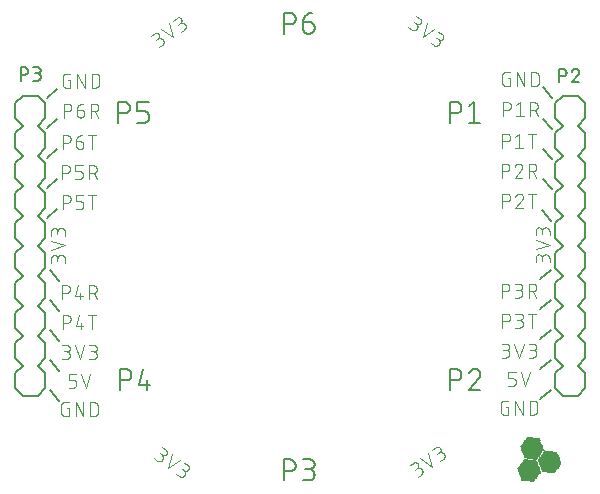
<source format=gbr>
G04 EAGLE Gerber RS-274X export*
G75*
%MOMM*%
%FSLAX34Y34*%
%LPD*%
%INSilkscreen Top*%
%IPPOS*%
%AMOC8*
5,1,8,0,0,1.08239X$1,22.5*%
G01*
%ADD10C,0.101600*%
%ADD11C,0.152400*%
%ADD12R,0.014731X0.014731*%
%ADD13R,0.147319X0.014731*%
%ADD14R,0.265175X0.014731*%
%ADD15R,0.383031X0.014731*%
%ADD16R,0.515619X0.014731*%
%ADD17R,0.633475X0.014731*%
%ADD18R,0.751331X0.014731*%
%ADD19R,0.883919X0.014731*%
%ADD20R,1.001775X0.014731*%
%ADD21R,1.119631X0.014731*%
%ADD22R,1.134363X0.014731*%
%ADD23R,1.149094X0.014731*%
%ADD24R,1.163825X0.014731*%
%ADD25R,1.178556X0.014731*%
%ADD26R,1.193288X0.014731*%
%ADD27R,1.222756X0.014731*%
%ADD28R,1.237488X0.014731*%
%ADD29R,1.266950X0.014731*%
%ADD30R,1.281681X0.014731*%
%ADD31R,1.311144X0.014731*%
%ADD32R,1.325881X0.014731*%
%ADD33R,1.355344X0.014731*%
%ADD34R,1.370075X0.014731*%
%ADD35R,1.384806X0.014731*%
%ADD36R,1.399538X0.014731*%
%ADD37R,1.414275X0.014731*%
%ADD38R,1.443738X0.014731*%
%ADD39R,1.458469X0.014731*%
%ADD40R,1.487931X0.014731*%
%ADD41R,1.502663X0.014731*%
%ADD42R,1.517394X0.014731*%
%ADD43R,1.532125X0.014731*%
%ADD44R,1.546856X0.014731*%
%ADD45R,1.576319X0.014731*%
%ADD46R,1.605788X0.014731*%
%ADD47R,1.620519X0.014731*%
%ADD48R,1.649981X0.014731*%
%ADD49R,1.664713X0.014731*%
%ADD50R,1.694175X0.014731*%
%ADD51R,1.708913X0.014731*%
%ADD52R,1.738375X0.014731*%
%ADD53R,1.753106X0.014731*%
%ADD54R,1.767838X0.014731*%
%ADD55R,1.782569X0.014731*%
%ADD56R,1.797306X0.014731*%
%ADD57R,0.117856X0.014731*%
%ADD58R,1.826769X0.014731*%
%ADD59R,0.235713X0.014731*%
%ADD60R,0.353569X0.014731*%
%ADD61R,1.856231X0.014731*%
%ADD62R,0.486156X0.014731*%
%ADD63R,1.870963X0.014731*%
%ADD64R,0.604013X0.014731*%
%ADD65R,0.721869X0.014731*%
%ADD66R,1.885694X0.014731*%
%ADD67R,0.839719X0.014731*%
%ADD68R,0.972306X0.014731*%
%ADD69R,1.090169X0.014731*%
%ADD70R,1.208025X0.014731*%
%ADD71R,1.252219X0.014731*%
%ADD72R,1.296412X0.014731*%
%ADD73R,1.340612X0.014731*%
%ADD74R,1.826763X0.014731*%
%ADD75R,1.414269X0.014731*%
%ADD76R,1.812031X0.014731*%
%ADD77R,1.429000X0.014731*%
%ADD78R,1.458462X0.014731*%
%ADD79R,1.473200X0.014731*%
%ADD80R,1.723644X0.014731*%
%ADD81R,1.694181X0.014731*%
%ADD82R,1.679450X0.014731*%
%ADD83R,1.561594X0.014731*%
%ADD84R,1.576325X0.014731*%
%ADD85R,1.591056X0.014731*%
%ADD86R,1.635250X0.014731*%
%ADD87R,1.561588X0.014731*%
%ADD88R,1.443731X0.014731*%
%ADD89R,1.797300X0.014731*%
%ADD90R,1.841500X0.014731*%
%ADD91R,1.311150X0.014731*%
%ADD92R,1.296419X0.014731*%
%ADD93R,1.193294X0.014731*%
%ADD94R,0.957575X0.014731*%
%ADD95R,0.589281X0.014731*%
%ADD96R,0.471425X0.014731*%
%ADD97R,0.220975X0.014731*%
%ADD98R,1.812038X0.014731*%
%ADD99R,0.103119X0.014731*%
%ADD100R,0.029463X0.014731*%
%ADD101R,0.162050X0.014731*%
%ADD102R,0.397763X0.014731*%
%ADD103R,0.648206X0.014731*%
%ADD104R,1.679444X0.014731*%
%ADD105R,1.016506X0.014731*%
%ADD106R,1.104900X0.014731*%
%ADD107R,1.222750X0.014731*%
%ADD108R,1.429006X0.014731*%
%ADD109R,1.208019X0.014731*%
%ADD110R,0.987044X0.014731*%
%ADD111R,0.854456X0.014731*%
%ADD112R,0.618744X0.014731*%
%ADD113R,0.500888X0.014731*%
%ADD114R,0.368300X0.014731*%
%ADD115R,0.132587X0.014731*%
%ADD116R,1.664719X0.014731*%
%ADD117R,1.075438X0.014731*%
%ADD118R,0.942844X0.014731*%
%ADD119R,0.707131X0.014731*%
%ADD120R,0.456694X0.014731*%
%ADD121R,0.088388X0.014731*%
%ADD122C,0.127000*%


D10*
X452278Y544762D02*
X454936Y542900D01*
X455030Y542837D01*
X455126Y542777D01*
X455224Y542720D01*
X455324Y542667D01*
X455426Y542617D01*
X455530Y542571D01*
X455635Y542529D01*
X455741Y542490D01*
X455849Y542455D01*
X455958Y542424D01*
X456068Y542396D01*
X456179Y542373D01*
X456290Y542353D01*
X456402Y542337D01*
X456515Y542325D01*
X456628Y542317D01*
X456741Y542313D01*
X456855Y542313D01*
X456968Y542317D01*
X457081Y542325D01*
X457194Y542337D01*
X457306Y542353D01*
X457417Y542373D01*
X457528Y542396D01*
X457638Y542424D01*
X457747Y542455D01*
X457855Y542490D01*
X457961Y542529D01*
X458066Y542571D01*
X458170Y542617D01*
X458272Y542667D01*
X458372Y542720D01*
X458470Y542777D01*
X458566Y542837D01*
X458660Y542900D01*
X458751Y542967D01*
X458841Y543036D01*
X458928Y543109D01*
X459012Y543185D01*
X459093Y543264D01*
X459172Y543345D01*
X459248Y543429D01*
X459321Y543516D01*
X459390Y543606D01*
X459457Y543697D01*
X459520Y543791D01*
X459580Y543887D01*
X459637Y543985D01*
X459690Y544085D01*
X459740Y544187D01*
X459786Y544291D01*
X459828Y544396D01*
X459867Y544502D01*
X459902Y544610D01*
X459933Y544719D01*
X459961Y544829D01*
X459984Y544940D01*
X460004Y545051D01*
X460020Y545163D01*
X460032Y545276D01*
X460040Y545389D01*
X460044Y545502D01*
X460044Y545616D01*
X460040Y545729D01*
X460032Y545842D01*
X460020Y545955D01*
X460004Y546067D01*
X459984Y546178D01*
X459961Y546289D01*
X459933Y546399D01*
X459902Y546508D01*
X459867Y546616D01*
X459828Y546722D01*
X459786Y546827D01*
X459740Y546931D01*
X459690Y547033D01*
X459637Y547133D01*
X459580Y547231D01*
X459520Y547327D01*
X459457Y547421D01*
X459390Y547512D01*
X459321Y547602D01*
X459248Y547689D01*
X459172Y547773D01*
X459093Y547854D01*
X459012Y547933D01*
X458928Y548009D01*
X458841Y548082D01*
X458752Y548151D01*
X458660Y548218D01*
X462170Y552099D02*
X458979Y554333D01*
X462169Y552099D02*
X462250Y552039D01*
X462329Y551977D01*
X462406Y551911D01*
X462480Y551843D01*
X462551Y551772D01*
X462619Y551698D01*
X462685Y551621D01*
X462747Y551542D01*
X462807Y551461D01*
X462863Y551377D01*
X462916Y551292D01*
X462965Y551204D01*
X463011Y551115D01*
X463054Y551023D01*
X463093Y550930D01*
X463128Y550836D01*
X463160Y550741D01*
X463188Y550644D01*
X463212Y550546D01*
X463232Y550448D01*
X463249Y550348D01*
X463261Y550248D01*
X463270Y550148D01*
X463275Y550048D01*
X463276Y549947D01*
X463273Y549846D01*
X463266Y549746D01*
X463255Y549646D01*
X463241Y549546D01*
X463222Y549447D01*
X463200Y549349D01*
X463174Y549252D01*
X463144Y549155D01*
X463111Y549061D01*
X463074Y548967D01*
X463033Y548875D01*
X462988Y548784D01*
X462941Y548696D01*
X462889Y548609D01*
X462835Y548525D01*
X462777Y548442D01*
X462716Y548362D01*
X462652Y548284D01*
X462585Y548209D01*
X462516Y548136D01*
X462443Y548067D01*
X462368Y548000D01*
X462290Y547936D01*
X462210Y547875D01*
X462127Y547817D01*
X462043Y547763D01*
X461956Y547711D01*
X461868Y547664D01*
X461777Y547619D01*
X461685Y547578D01*
X461591Y547541D01*
X461497Y547508D01*
X461400Y547478D01*
X461303Y547452D01*
X461205Y547430D01*
X461106Y547411D01*
X461006Y547397D01*
X460906Y547386D01*
X460806Y547379D01*
X460705Y547376D01*
X460604Y547377D01*
X460504Y547382D01*
X460404Y547391D01*
X460304Y547403D01*
X460204Y547420D01*
X460106Y547440D01*
X460008Y547464D01*
X459911Y547492D01*
X459816Y547524D01*
X459722Y547559D01*
X459629Y547598D01*
X459537Y547641D01*
X459448Y547687D01*
X459360Y547736D01*
X459275Y547789D01*
X459191Y547845D01*
X457064Y549335D01*
X467810Y548149D02*
X464299Y536344D01*
X474191Y543682D01*
X471003Y531650D02*
X473662Y529788D01*
X473756Y529725D01*
X473852Y529665D01*
X473950Y529608D01*
X474050Y529555D01*
X474152Y529505D01*
X474256Y529459D01*
X474361Y529417D01*
X474467Y529378D01*
X474575Y529343D01*
X474684Y529312D01*
X474794Y529284D01*
X474905Y529261D01*
X475016Y529241D01*
X475128Y529225D01*
X475241Y529213D01*
X475354Y529205D01*
X475467Y529201D01*
X475581Y529201D01*
X475694Y529205D01*
X475807Y529213D01*
X475920Y529225D01*
X476032Y529241D01*
X476143Y529261D01*
X476254Y529284D01*
X476364Y529312D01*
X476473Y529343D01*
X476581Y529378D01*
X476687Y529417D01*
X476792Y529459D01*
X476896Y529505D01*
X476998Y529555D01*
X477098Y529608D01*
X477196Y529665D01*
X477292Y529725D01*
X477386Y529788D01*
X477477Y529855D01*
X477567Y529924D01*
X477654Y529997D01*
X477738Y530073D01*
X477819Y530152D01*
X477898Y530233D01*
X477974Y530317D01*
X478047Y530404D01*
X478116Y530494D01*
X478183Y530585D01*
X478246Y530679D01*
X478306Y530775D01*
X478363Y530873D01*
X478416Y530973D01*
X478466Y531075D01*
X478512Y531179D01*
X478554Y531284D01*
X478593Y531390D01*
X478628Y531498D01*
X478659Y531607D01*
X478687Y531717D01*
X478710Y531828D01*
X478730Y531939D01*
X478746Y532051D01*
X478758Y532164D01*
X478766Y532277D01*
X478770Y532390D01*
X478770Y532504D01*
X478766Y532617D01*
X478758Y532730D01*
X478746Y532843D01*
X478730Y532955D01*
X478710Y533066D01*
X478687Y533177D01*
X478659Y533287D01*
X478628Y533396D01*
X478593Y533504D01*
X478554Y533610D01*
X478512Y533715D01*
X478466Y533819D01*
X478416Y533921D01*
X478363Y534021D01*
X478306Y534119D01*
X478246Y534215D01*
X478183Y534309D01*
X478116Y534400D01*
X478047Y534490D01*
X477974Y534577D01*
X477898Y534661D01*
X477819Y534742D01*
X477738Y534821D01*
X477654Y534897D01*
X477567Y534970D01*
X477478Y535039D01*
X477386Y535106D01*
X480895Y538987D02*
X477705Y541221D01*
X480895Y538987D02*
X480976Y538927D01*
X481055Y538865D01*
X481132Y538799D01*
X481206Y538731D01*
X481277Y538660D01*
X481345Y538586D01*
X481411Y538509D01*
X481473Y538430D01*
X481533Y538349D01*
X481589Y538265D01*
X481642Y538180D01*
X481691Y538092D01*
X481737Y538003D01*
X481780Y537911D01*
X481819Y537818D01*
X481854Y537724D01*
X481886Y537629D01*
X481914Y537532D01*
X481938Y537434D01*
X481958Y537336D01*
X481975Y537236D01*
X481987Y537136D01*
X481996Y537036D01*
X482001Y536936D01*
X482002Y536835D01*
X481999Y536734D01*
X481992Y536634D01*
X481981Y536534D01*
X481967Y536434D01*
X481948Y536335D01*
X481926Y536237D01*
X481900Y536140D01*
X481870Y536043D01*
X481837Y535949D01*
X481800Y535855D01*
X481759Y535763D01*
X481714Y535672D01*
X481667Y535584D01*
X481615Y535497D01*
X481561Y535413D01*
X481503Y535330D01*
X481442Y535250D01*
X481378Y535172D01*
X481311Y535097D01*
X481242Y535024D01*
X481169Y534955D01*
X481094Y534888D01*
X481016Y534824D01*
X480936Y534763D01*
X480853Y534705D01*
X480769Y534651D01*
X480682Y534599D01*
X480594Y534552D01*
X480503Y534507D01*
X480411Y534466D01*
X480317Y534429D01*
X480223Y534396D01*
X480126Y534366D01*
X480029Y534340D01*
X479931Y534318D01*
X479832Y534299D01*
X479732Y534285D01*
X479632Y534274D01*
X479532Y534267D01*
X479431Y534264D01*
X479330Y534265D01*
X479230Y534270D01*
X479130Y534279D01*
X479030Y534291D01*
X478930Y534308D01*
X478832Y534328D01*
X478734Y534352D01*
X478637Y534380D01*
X478542Y534412D01*
X478448Y534447D01*
X478355Y534486D01*
X478263Y534529D01*
X478174Y534575D01*
X478086Y534624D01*
X478001Y534677D01*
X477917Y534733D01*
X475790Y536223D01*
X571772Y349340D02*
X571772Y346094D01*
X571772Y349340D02*
X571770Y349453D01*
X571764Y349566D01*
X571754Y349679D01*
X571740Y349792D01*
X571723Y349904D01*
X571701Y350015D01*
X571676Y350125D01*
X571646Y350235D01*
X571613Y350343D01*
X571576Y350450D01*
X571536Y350556D01*
X571491Y350660D01*
X571443Y350763D01*
X571392Y350864D01*
X571337Y350963D01*
X571279Y351060D01*
X571217Y351155D01*
X571152Y351248D01*
X571084Y351338D01*
X571013Y351426D01*
X570938Y351512D01*
X570861Y351595D01*
X570781Y351675D01*
X570698Y351752D01*
X570612Y351827D01*
X570524Y351898D01*
X570434Y351966D01*
X570341Y352031D01*
X570246Y352093D01*
X570149Y352151D01*
X570050Y352206D01*
X569949Y352257D01*
X569846Y352305D01*
X569742Y352350D01*
X569636Y352390D01*
X569529Y352427D01*
X569421Y352460D01*
X569311Y352490D01*
X569201Y352515D01*
X569090Y352537D01*
X568978Y352554D01*
X568865Y352568D01*
X568752Y352578D01*
X568639Y352584D01*
X568526Y352586D01*
X568413Y352584D01*
X568300Y352578D01*
X568187Y352568D01*
X568074Y352554D01*
X567962Y352537D01*
X567851Y352515D01*
X567741Y352490D01*
X567631Y352460D01*
X567523Y352427D01*
X567416Y352390D01*
X567310Y352350D01*
X567206Y352305D01*
X567103Y352257D01*
X567002Y352206D01*
X566903Y352151D01*
X566806Y352093D01*
X566711Y352031D01*
X566618Y351966D01*
X566528Y351898D01*
X566440Y351827D01*
X566354Y351752D01*
X566271Y351675D01*
X566191Y351595D01*
X566114Y351512D01*
X566039Y351426D01*
X565968Y351338D01*
X565900Y351248D01*
X565835Y351155D01*
X565773Y351060D01*
X565715Y350963D01*
X565660Y350864D01*
X565609Y350763D01*
X565561Y350660D01*
X565516Y350556D01*
X565476Y350450D01*
X565439Y350343D01*
X565406Y350235D01*
X565376Y350125D01*
X565351Y350015D01*
X565329Y349904D01*
X565312Y349792D01*
X565298Y349679D01*
X565288Y349566D01*
X565282Y349453D01*
X565280Y349340D01*
X560088Y349989D02*
X560088Y346094D01*
X560088Y349989D02*
X560090Y350090D01*
X560096Y350190D01*
X560106Y350290D01*
X560119Y350390D01*
X560137Y350489D01*
X560158Y350588D01*
X560183Y350685D01*
X560212Y350782D01*
X560245Y350877D01*
X560281Y350971D01*
X560321Y351063D01*
X560364Y351154D01*
X560411Y351243D01*
X560461Y351330D01*
X560515Y351416D01*
X560572Y351499D01*
X560632Y351579D01*
X560695Y351658D01*
X560762Y351734D01*
X560831Y351807D01*
X560903Y351877D01*
X560977Y351945D01*
X561054Y352010D01*
X561134Y352071D01*
X561216Y352130D01*
X561300Y352185D01*
X561386Y352237D01*
X561474Y352286D01*
X561564Y352331D01*
X561656Y352373D01*
X561749Y352411D01*
X561844Y352445D01*
X561939Y352476D01*
X562036Y352503D01*
X562134Y352526D01*
X562233Y352546D01*
X562333Y352561D01*
X562433Y352573D01*
X562533Y352581D01*
X562634Y352585D01*
X562734Y352585D01*
X562835Y352581D01*
X562935Y352573D01*
X563035Y352561D01*
X563135Y352546D01*
X563234Y352526D01*
X563332Y352503D01*
X563429Y352476D01*
X563524Y352445D01*
X563619Y352411D01*
X563712Y352373D01*
X563804Y352331D01*
X563894Y352286D01*
X563982Y352237D01*
X564068Y352185D01*
X564152Y352130D01*
X564234Y352071D01*
X564314Y352010D01*
X564391Y351945D01*
X564465Y351877D01*
X564537Y351807D01*
X564606Y351734D01*
X564673Y351658D01*
X564736Y351579D01*
X564796Y351499D01*
X564853Y351416D01*
X564907Y351330D01*
X564957Y351243D01*
X565004Y351154D01*
X565047Y351063D01*
X565087Y350971D01*
X565123Y350877D01*
X565156Y350782D01*
X565185Y350685D01*
X565210Y350588D01*
X565231Y350489D01*
X565249Y350390D01*
X565262Y350290D01*
X565272Y350190D01*
X565278Y350090D01*
X565280Y349989D01*
X565281Y349989D02*
X565281Y347393D01*
X560088Y356875D02*
X571772Y360770D01*
X560088Y364665D01*
X571772Y368954D02*
X571772Y372200D01*
X571770Y372313D01*
X571764Y372426D01*
X571754Y372539D01*
X571740Y372652D01*
X571723Y372764D01*
X571701Y372875D01*
X571676Y372985D01*
X571646Y373095D01*
X571613Y373203D01*
X571576Y373310D01*
X571536Y373416D01*
X571491Y373520D01*
X571443Y373623D01*
X571392Y373724D01*
X571337Y373823D01*
X571279Y373920D01*
X571217Y374015D01*
X571152Y374108D01*
X571084Y374198D01*
X571013Y374286D01*
X570938Y374372D01*
X570861Y374455D01*
X570781Y374535D01*
X570698Y374612D01*
X570612Y374687D01*
X570524Y374758D01*
X570434Y374826D01*
X570341Y374891D01*
X570246Y374953D01*
X570149Y375011D01*
X570050Y375066D01*
X569949Y375117D01*
X569846Y375165D01*
X569742Y375210D01*
X569636Y375250D01*
X569529Y375287D01*
X569421Y375320D01*
X569311Y375350D01*
X569201Y375375D01*
X569090Y375397D01*
X568978Y375414D01*
X568865Y375428D01*
X568752Y375438D01*
X568639Y375444D01*
X568526Y375446D01*
X568413Y375444D01*
X568300Y375438D01*
X568187Y375428D01*
X568074Y375414D01*
X567962Y375397D01*
X567851Y375375D01*
X567741Y375350D01*
X567631Y375320D01*
X567523Y375287D01*
X567416Y375250D01*
X567310Y375210D01*
X567206Y375165D01*
X567103Y375117D01*
X567002Y375066D01*
X566903Y375011D01*
X566806Y374953D01*
X566711Y374891D01*
X566618Y374826D01*
X566528Y374758D01*
X566440Y374687D01*
X566354Y374612D01*
X566271Y374535D01*
X566191Y374455D01*
X566114Y374372D01*
X566039Y374286D01*
X565968Y374198D01*
X565900Y374108D01*
X565835Y374015D01*
X565773Y373920D01*
X565715Y373823D01*
X565660Y373724D01*
X565609Y373623D01*
X565561Y373520D01*
X565516Y373416D01*
X565476Y373310D01*
X565439Y373203D01*
X565406Y373095D01*
X565376Y372985D01*
X565351Y372875D01*
X565329Y372764D01*
X565312Y372652D01*
X565298Y372539D01*
X565288Y372426D01*
X565282Y372313D01*
X565280Y372200D01*
X560088Y372849D02*
X560088Y368954D01*
X560088Y372849D02*
X560090Y372950D01*
X560096Y373050D01*
X560106Y373150D01*
X560119Y373250D01*
X560137Y373349D01*
X560158Y373448D01*
X560183Y373545D01*
X560212Y373642D01*
X560245Y373737D01*
X560281Y373831D01*
X560321Y373923D01*
X560364Y374014D01*
X560411Y374103D01*
X560461Y374190D01*
X560515Y374276D01*
X560572Y374359D01*
X560632Y374439D01*
X560695Y374518D01*
X560762Y374594D01*
X560831Y374667D01*
X560903Y374737D01*
X560977Y374805D01*
X561054Y374870D01*
X561134Y374931D01*
X561216Y374990D01*
X561300Y375045D01*
X561386Y375097D01*
X561474Y375146D01*
X561564Y375191D01*
X561656Y375233D01*
X561749Y375271D01*
X561844Y375305D01*
X561939Y375336D01*
X562036Y375363D01*
X562134Y375386D01*
X562233Y375406D01*
X562333Y375421D01*
X562433Y375433D01*
X562533Y375441D01*
X562634Y375445D01*
X562734Y375445D01*
X562835Y375441D01*
X562935Y375433D01*
X563035Y375421D01*
X563135Y375406D01*
X563234Y375386D01*
X563332Y375363D01*
X563429Y375336D01*
X563524Y375305D01*
X563619Y375271D01*
X563712Y375233D01*
X563804Y375191D01*
X563894Y375146D01*
X563982Y375097D01*
X564068Y375045D01*
X564152Y374990D01*
X564234Y374931D01*
X564314Y374870D01*
X564391Y374805D01*
X564465Y374737D01*
X564537Y374667D01*
X564606Y374594D01*
X564673Y374518D01*
X564736Y374439D01*
X564796Y374359D01*
X564853Y374276D01*
X564907Y374190D01*
X564957Y374103D01*
X565004Y374014D01*
X565047Y373923D01*
X565087Y373831D01*
X565123Y373737D01*
X565156Y373642D01*
X565185Y373545D01*
X565210Y373448D01*
X565231Y373349D01*
X565249Y373250D01*
X565262Y373150D01*
X565272Y373050D01*
X565278Y372950D01*
X565280Y372849D01*
X565281Y372849D02*
X565281Y370253D01*
X462908Y166159D02*
X460249Y164297D01*
X462908Y166158D02*
X462999Y166225D01*
X463089Y166294D01*
X463176Y166367D01*
X463260Y166443D01*
X463341Y166522D01*
X463420Y166603D01*
X463496Y166687D01*
X463569Y166774D01*
X463638Y166864D01*
X463705Y166955D01*
X463768Y167049D01*
X463828Y167145D01*
X463885Y167243D01*
X463938Y167343D01*
X463988Y167445D01*
X464034Y167549D01*
X464076Y167654D01*
X464115Y167760D01*
X464150Y167868D01*
X464181Y167977D01*
X464209Y168087D01*
X464232Y168198D01*
X464252Y168309D01*
X464268Y168421D01*
X464280Y168534D01*
X464288Y168647D01*
X464292Y168760D01*
X464292Y168874D01*
X464288Y168987D01*
X464280Y169100D01*
X464268Y169213D01*
X464252Y169325D01*
X464232Y169436D01*
X464209Y169547D01*
X464181Y169657D01*
X464150Y169766D01*
X464115Y169874D01*
X464076Y169980D01*
X464034Y170085D01*
X463988Y170189D01*
X463938Y170291D01*
X463885Y170391D01*
X463828Y170489D01*
X463768Y170585D01*
X463705Y170679D01*
X463638Y170770D01*
X463569Y170860D01*
X463496Y170947D01*
X463420Y171031D01*
X463341Y171112D01*
X463260Y171191D01*
X463176Y171267D01*
X463089Y171340D01*
X463000Y171409D01*
X462908Y171476D01*
X462814Y171539D01*
X462718Y171599D01*
X462620Y171656D01*
X462520Y171709D01*
X462418Y171759D01*
X462314Y171805D01*
X462209Y171847D01*
X462103Y171886D01*
X461995Y171921D01*
X461886Y171952D01*
X461776Y171980D01*
X461665Y172003D01*
X461554Y172023D01*
X461442Y172039D01*
X461329Y172051D01*
X461216Y172059D01*
X461103Y172063D01*
X460989Y172063D01*
X460876Y172059D01*
X460763Y172051D01*
X460650Y172039D01*
X460538Y172023D01*
X460427Y172003D01*
X460316Y171980D01*
X460206Y171952D01*
X460097Y171921D01*
X459989Y171886D01*
X459883Y171847D01*
X459778Y171805D01*
X459674Y171759D01*
X459572Y171709D01*
X459472Y171656D01*
X459374Y171599D01*
X459278Y171539D01*
X459184Y171476D01*
X456738Y176102D02*
X453548Y173868D01*
X456738Y176102D02*
X456822Y176158D01*
X456907Y176211D01*
X456995Y176260D01*
X457084Y176306D01*
X457176Y176349D01*
X457269Y176388D01*
X457363Y176423D01*
X457458Y176455D01*
X457555Y176483D01*
X457653Y176507D01*
X457751Y176527D01*
X457851Y176544D01*
X457951Y176556D01*
X458051Y176565D01*
X458152Y176570D01*
X458252Y176571D01*
X458353Y176568D01*
X458453Y176561D01*
X458553Y176550D01*
X458653Y176536D01*
X458752Y176517D01*
X458850Y176495D01*
X458947Y176469D01*
X459044Y176439D01*
X459139Y176406D01*
X459232Y176369D01*
X459324Y176328D01*
X459415Y176283D01*
X459503Y176236D01*
X459590Y176184D01*
X459674Y176130D01*
X459757Y176072D01*
X459837Y176011D01*
X459915Y175947D01*
X459990Y175880D01*
X460063Y175811D01*
X460132Y175738D01*
X460199Y175663D01*
X460263Y175585D01*
X460324Y175505D01*
X460382Y175422D01*
X460436Y175338D01*
X460488Y175251D01*
X460535Y175163D01*
X460580Y175072D01*
X460621Y174980D01*
X460658Y174886D01*
X460691Y174792D01*
X460721Y174695D01*
X460747Y174598D01*
X460769Y174500D01*
X460788Y174401D01*
X460802Y174301D01*
X460813Y174201D01*
X460820Y174101D01*
X460823Y174000D01*
X460822Y173900D01*
X460817Y173799D01*
X460808Y173699D01*
X460796Y173599D01*
X460779Y173499D01*
X460759Y173401D01*
X460735Y173303D01*
X460707Y173206D01*
X460675Y173111D01*
X460640Y173017D01*
X460601Y172924D01*
X460558Y172832D01*
X460512Y172743D01*
X460463Y172655D01*
X460410Y172570D01*
X460354Y172486D01*
X460294Y172405D01*
X460232Y172326D01*
X460166Y172249D01*
X460098Y172175D01*
X460027Y172104D01*
X459953Y172036D01*
X459876Y171970D01*
X459797Y171908D01*
X459716Y171848D01*
X457590Y170359D01*
X462379Y180052D02*
X472271Y172714D01*
X468759Y184519D01*
X478975Y177409D02*
X481634Y179270D01*
X481725Y179337D01*
X481815Y179406D01*
X481902Y179479D01*
X481986Y179555D01*
X482067Y179634D01*
X482146Y179715D01*
X482222Y179799D01*
X482295Y179886D01*
X482364Y179976D01*
X482431Y180067D01*
X482494Y180161D01*
X482554Y180257D01*
X482611Y180355D01*
X482664Y180455D01*
X482714Y180557D01*
X482760Y180661D01*
X482802Y180766D01*
X482841Y180872D01*
X482876Y180980D01*
X482907Y181089D01*
X482935Y181199D01*
X482958Y181310D01*
X482978Y181421D01*
X482994Y181533D01*
X483006Y181646D01*
X483014Y181759D01*
X483018Y181872D01*
X483018Y181986D01*
X483014Y182099D01*
X483006Y182212D01*
X482994Y182325D01*
X482978Y182437D01*
X482958Y182548D01*
X482935Y182659D01*
X482907Y182769D01*
X482876Y182878D01*
X482841Y182986D01*
X482802Y183092D01*
X482760Y183197D01*
X482714Y183301D01*
X482664Y183403D01*
X482611Y183503D01*
X482554Y183601D01*
X482494Y183697D01*
X482431Y183791D01*
X482364Y183882D01*
X482295Y183972D01*
X482222Y184059D01*
X482146Y184143D01*
X482067Y184224D01*
X481986Y184303D01*
X481902Y184379D01*
X481815Y184452D01*
X481726Y184521D01*
X481634Y184588D01*
X481540Y184651D01*
X481444Y184711D01*
X481346Y184768D01*
X481246Y184821D01*
X481144Y184871D01*
X481040Y184917D01*
X480935Y184959D01*
X480829Y184998D01*
X480721Y185033D01*
X480612Y185064D01*
X480502Y185092D01*
X480391Y185115D01*
X480280Y185135D01*
X480168Y185151D01*
X480055Y185163D01*
X479942Y185171D01*
X479829Y185175D01*
X479715Y185175D01*
X479602Y185171D01*
X479489Y185163D01*
X479376Y185151D01*
X479264Y185135D01*
X479153Y185115D01*
X479042Y185092D01*
X478932Y185064D01*
X478823Y185033D01*
X478715Y184998D01*
X478609Y184959D01*
X478504Y184917D01*
X478400Y184871D01*
X478298Y184821D01*
X478198Y184768D01*
X478100Y184711D01*
X478004Y184651D01*
X477910Y184588D01*
X475464Y189214D02*
X472273Y186980D01*
X475464Y189214D02*
X475548Y189270D01*
X475633Y189323D01*
X475721Y189372D01*
X475810Y189418D01*
X475902Y189461D01*
X475995Y189500D01*
X476089Y189535D01*
X476184Y189567D01*
X476281Y189595D01*
X476379Y189619D01*
X476477Y189639D01*
X476577Y189656D01*
X476677Y189668D01*
X476777Y189677D01*
X476878Y189682D01*
X476978Y189683D01*
X477079Y189680D01*
X477179Y189673D01*
X477279Y189662D01*
X477379Y189648D01*
X477478Y189629D01*
X477576Y189607D01*
X477673Y189581D01*
X477770Y189551D01*
X477865Y189518D01*
X477958Y189481D01*
X478050Y189440D01*
X478141Y189395D01*
X478229Y189348D01*
X478316Y189296D01*
X478400Y189242D01*
X478483Y189184D01*
X478563Y189123D01*
X478641Y189059D01*
X478716Y188992D01*
X478789Y188923D01*
X478858Y188850D01*
X478925Y188775D01*
X478989Y188697D01*
X479050Y188617D01*
X479108Y188534D01*
X479162Y188450D01*
X479214Y188363D01*
X479261Y188275D01*
X479306Y188184D01*
X479347Y188092D01*
X479384Y187998D01*
X479417Y187904D01*
X479447Y187807D01*
X479473Y187710D01*
X479495Y187612D01*
X479514Y187513D01*
X479528Y187413D01*
X479539Y187313D01*
X479546Y187213D01*
X479549Y187112D01*
X479548Y187012D01*
X479543Y186911D01*
X479534Y186811D01*
X479522Y186711D01*
X479505Y186611D01*
X479485Y186513D01*
X479461Y186415D01*
X479433Y186318D01*
X479401Y186223D01*
X479366Y186129D01*
X479327Y186036D01*
X479284Y185944D01*
X479238Y185855D01*
X479189Y185767D01*
X479136Y185682D01*
X479080Y185598D01*
X479020Y185517D01*
X478958Y185438D01*
X478892Y185361D01*
X478824Y185287D01*
X478753Y185216D01*
X478679Y185148D01*
X478602Y185082D01*
X478523Y185020D01*
X478442Y184960D01*
X476315Y183471D01*
X239436Y178000D02*
X236778Y179862D01*
X239436Y178000D02*
X239530Y177937D01*
X239626Y177877D01*
X239724Y177820D01*
X239824Y177767D01*
X239926Y177717D01*
X240030Y177671D01*
X240135Y177629D01*
X240241Y177590D01*
X240349Y177555D01*
X240458Y177524D01*
X240568Y177496D01*
X240679Y177473D01*
X240790Y177453D01*
X240902Y177437D01*
X241015Y177425D01*
X241128Y177417D01*
X241241Y177413D01*
X241355Y177413D01*
X241468Y177417D01*
X241581Y177425D01*
X241694Y177437D01*
X241806Y177453D01*
X241917Y177473D01*
X242028Y177496D01*
X242138Y177524D01*
X242247Y177555D01*
X242355Y177590D01*
X242461Y177629D01*
X242566Y177671D01*
X242670Y177717D01*
X242772Y177767D01*
X242872Y177820D01*
X242970Y177877D01*
X243066Y177937D01*
X243160Y178000D01*
X243251Y178067D01*
X243341Y178136D01*
X243428Y178209D01*
X243512Y178285D01*
X243593Y178364D01*
X243672Y178445D01*
X243748Y178529D01*
X243821Y178616D01*
X243890Y178706D01*
X243957Y178797D01*
X244020Y178891D01*
X244080Y178987D01*
X244137Y179085D01*
X244190Y179185D01*
X244240Y179287D01*
X244286Y179391D01*
X244328Y179496D01*
X244367Y179602D01*
X244402Y179710D01*
X244433Y179819D01*
X244461Y179929D01*
X244484Y180040D01*
X244504Y180151D01*
X244520Y180263D01*
X244532Y180376D01*
X244540Y180489D01*
X244544Y180602D01*
X244544Y180716D01*
X244540Y180829D01*
X244532Y180942D01*
X244520Y181055D01*
X244504Y181167D01*
X244484Y181278D01*
X244461Y181389D01*
X244433Y181499D01*
X244402Y181608D01*
X244367Y181716D01*
X244328Y181822D01*
X244286Y181927D01*
X244240Y182031D01*
X244190Y182133D01*
X244137Y182233D01*
X244080Y182331D01*
X244020Y182427D01*
X243957Y182521D01*
X243890Y182612D01*
X243821Y182702D01*
X243748Y182789D01*
X243672Y182873D01*
X243593Y182954D01*
X243512Y183033D01*
X243428Y183109D01*
X243341Y183182D01*
X243252Y183251D01*
X243160Y183318D01*
X246670Y187199D02*
X243479Y189433D01*
X246669Y187199D02*
X246750Y187139D01*
X246829Y187077D01*
X246906Y187011D01*
X246980Y186943D01*
X247051Y186872D01*
X247119Y186798D01*
X247185Y186721D01*
X247247Y186642D01*
X247307Y186561D01*
X247363Y186477D01*
X247416Y186392D01*
X247465Y186304D01*
X247511Y186215D01*
X247554Y186123D01*
X247593Y186030D01*
X247628Y185936D01*
X247660Y185841D01*
X247688Y185744D01*
X247712Y185646D01*
X247732Y185548D01*
X247749Y185448D01*
X247761Y185348D01*
X247770Y185248D01*
X247775Y185148D01*
X247776Y185047D01*
X247773Y184946D01*
X247766Y184846D01*
X247755Y184746D01*
X247741Y184646D01*
X247722Y184547D01*
X247700Y184449D01*
X247674Y184352D01*
X247644Y184255D01*
X247611Y184161D01*
X247574Y184067D01*
X247533Y183975D01*
X247488Y183884D01*
X247441Y183796D01*
X247389Y183709D01*
X247335Y183625D01*
X247277Y183542D01*
X247216Y183462D01*
X247152Y183384D01*
X247085Y183309D01*
X247016Y183236D01*
X246943Y183167D01*
X246868Y183100D01*
X246790Y183036D01*
X246710Y182975D01*
X246627Y182917D01*
X246543Y182863D01*
X246456Y182811D01*
X246368Y182764D01*
X246277Y182719D01*
X246185Y182678D01*
X246091Y182641D01*
X245997Y182608D01*
X245900Y182578D01*
X245803Y182552D01*
X245705Y182530D01*
X245606Y182511D01*
X245506Y182497D01*
X245406Y182486D01*
X245306Y182479D01*
X245205Y182476D01*
X245104Y182477D01*
X245004Y182482D01*
X244904Y182491D01*
X244804Y182503D01*
X244704Y182520D01*
X244606Y182540D01*
X244508Y182564D01*
X244411Y182592D01*
X244316Y182624D01*
X244222Y182659D01*
X244129Y182698D01*
X244037Y182741D01*
X243948Y182787D01*
X243860Y182836D01*
X243775Y182889D01*
X243691Y182945D01*
X241564Y184435D01*
X252310Y183249D02*
X248799Y171444D01*
X258691Y178782D01*
X255503Y166750D02*
X258162Y164888D01*
X258256Y164825D01*
X258352Y164765D01*
X258450Y164708D01*
X258550Y164655D01*
X258652Y164605D01*
X258756Y164559D01*
X258861Y164517D01*
X258967Y164478D01*
X259075Y164443D01*
X259184Y164412D01*
X259294Y164384D01*
X259405Y164361D01*
X259516Y164341D01*
X259628Y164325D01*
X259741Y164313D01*
X259854Y164305D01*
X259967Y164301D01*
X260081Y164301D01*
X260194Y164305D01*
X260307Y164313D01*
X260420Y164325D01*
X260532Y164341D01*
X260643Y164361D01*
X260754Y164384D01*
X260864Y164412D01*
X260973Y164443D01*
X261081Y164478D01*
X261187Y164517D01*
X261292Y164559D01*
X261396Y164605D01*
X261498Y164655D01*
X261598Y164708D01*
X261696Y164765D01*
X261792Y164825D01*
X261886Y164888D01*
X261977Y164955D01*
X262067Y165024D01*
X262154Y165097D01*
X262238Y165173D01*
X262319Y165252D01*
X262398Y165333D01*
X262474Y165417D01*
X262547Y165504D01*
X262616Y165594D01*
X262683Y165685D01*
X262746Y165779D01*
X262806Y165875D01*
X262863Y165973D01*
X262916Y166073D01*
X262966Y166175D01*
X263012Y166279D01*
X263054Y166384D01*
X263093Y166490D01*
X263128Y166598D01*
X263159Y166707D01*
X263187Y166817D01*
X263210Y166928D01*
X263230Y167039D01*
X263246Y167151D01*
X263258Y167264D01*
X263266Y167377D01*
X263270Y167490D01*
X263270Y167604D01*
X263266Y167717D01*
X263258Y167830D01*
X263246Y167943D01*
X263230Y168055D01*
X263210Y168166D01*
X263187Y168277D01*
X263159Y168387D01*
X263128Y168496D01*
X263093Y168604D01*
X263054Y168710D01*
X263012Y168815D01*
X262966Y168919D01*
X262916Y169021D01*
X262863Y169121D01*
X262806Y169219D01*
X262746Y169315D01*
X262683Y169409D01*
X262616Y169500D01*
X262547Y169590D01*
X262474Y169677D01*
X262398Y169761D01*
X262319Y169842D01*
X262238Y169921D01*
X262154Y169997D01*
X262067Y170070D01*
X261978Y170139D01*
X261886Y170206D01*
X265395Y174087D02*
X262205Y176321D01*
X265395Y174087D02*
X265476Y174027D01*
X265555Y173965D01*
X265632Y173899D01*
X265706Y173831D01*
X265777Y173760D01*
X265845Y173686D01*
X265911Y173609D01*
X265973Y173530D01*
X266033Y173449D01*
X266089Y173365D01*
X266142Y173280D01*
X266191Y173192D01*
X266237Y173103D01*
X266280Y173011D01*
X266319Y172918D01*
X266354Y172824D01*
X266386Y172729D01*
X266414Y172632D01*
X266438Y172534D01*
X266458Y172436D01*
X266475Y172336D01*
X266487Y172236D01*
X266496Y172136D01*
X266501Y172036D01*
X266502Y171935D01*
X266499Y171834D01*
X266492Y171734D01*
X266481Y171634D01*
X266467Y171534D01*
X266448Y171435D01*
X266426Y171337D01*
X266400Y171240D01*
X266370Y171143D01*
X266337Y171049D01*
X266300Y170955D01*
X266259Y170863D01*
X266214Y170772D01*
X266167Y170684D01*
X266115Y170597D01*
X266061Y170513D01*
X266003Y170430D01*
X265942Y170350D01*
X265878Y170272D01*
X265811Y170197D01*
X265742Y170124D01*
X265669Y170055D01*
X265594Y169988D01*
X265516Y169924D01*
X265436Y169863D01*
X265353Y169805D01*
X265269Y169751D01*
X265182Y169699D01*
X265094Y169652D01*
X265003Y169607D01*
X264911Y169566D01*
X264817Y169529D01*
X264723Y169496D01*
X264626Y169466D01*
X264529Y169440D01*
X264431Y169418D01*
X264332Y169399D01*
X264232Y169385D01*
X264132Y169374D01*
X264032Y169367D01*
X263931Y169364D01*
X263830Y169365D01*
X263730Y169370D01*
X263630Y169379D01*
X263530Y169391D01*
X263430Y169408D01*
X263332Y169428D01*
X263234Y169452D01*
X263137Y169480D01*
X263042Y169512D01*
X262948Y169547D01*
X262855Y169586D01*
X262763Y169629D01*
X262674Y169675D01*
X262586Y169724D01*
X262501Y169777D01*
X262417Y169833D01*
X260290Y171323D01*
X161562Y345624D02*
X161562Y348870D01*
X161560Y348983D01*
X161554Y349096D01*
X161544Y349209D01*
X161530Y349322D01*
X161513Y349434D01*
X161491Y349545D01*
X161466Y349655D01*
X161436Y349765D01*
X161403Y349873D01*
X161366Y349980D01*
X161326Y350086D01*
X161281Y350190D01*
X161233Y350293D01*
X161182Y350394D01*
X161127Y350493D01*
X161069Y350590D01*
X161007Y350685D01*
X160942Y350778D01*
X160874Y350868D01*
X160803Y350956D01*
X160728Y351042D01*
X160651Y351125D01*
X160571Y351205D01*
X160488Y351282D01*
X160402Y351357D01*
X160314Y351428D01*
X160224Y351496D01*
X160131Y351561D01*
X160036Y351623D01*
X159939Y351681D01*
X159840Y351736D01*
X159739Y351787D01*
X159636Y351835D01*
X159532Y351880D01*
X159426Y351920D01*
X159319Y351957D01*
X159211Y351990D01*
X159101Y352020D01*
X158991Y352045D01*
X158880Y352067D01*
X158768Y352084D01*
X158655Y352098D01*
X158542Y352108D01*
X158429Y352114D01*
X158316Y352116D01*
X158203Y352114D01*
X158090Y352108D01*
X157977Y352098D01*
X157864Y352084D01*
X157752Y352067D01*
X157641Y352045D01*
X157531Y352020D01*
X157421Y351990D01*
X157313Y351957D01*
X157206Y351920D01*
X157100Y351880D01*
X156996Y351835D01*
X156893Y351787D01*
X156792Y351736D01*
X156693Y351681D01*
X156596Y351623D01*
X156501Y351561D01*
X156408Y351496D01*
X156318Y351428D01*
X156230Y351357D01*
X156144Y351282D01*
X156061Y351205D01*
X155981Y351125D01*
X155904Y351042D01*
X155829Y350956D01*
X155758Y350868D01*
X155690Y350778D01*
X155625Y350685D01*
X155563Y350590D01*
X155505Y350493D01*
X155450Y350394D01*
X155399Y350293D01*
X155351Y350190D01*
X155306Y350086D01*
X155266Y349980D01*
X155229Y349873D01*
X155196Y349765D01*
X155166Y349655D01*
X155141Y349545D01*
X155119Y349434D01*
X155102Y349322D01*
X155088Y349209D01*
X155078Y349096D01*
X155072Y348983D01*
X155070Y348870D01*
X149878Y349519D02*
X149878Y345624D01*
X149878Y349519D02*
X149880Y349620D01*
X149886Y349720D01*
X149896Y349820D01*
X149909Y349920D01*
X149927Y350019D01*
X149948Y350118D01*
X149973Y350215D01*
X150002Y350312D01*
X150035Y350407D01*
X150071Y350501D01*
X150111Y350593D01*
X150154Y350684D01*
X150201Y350773D01*
X150251Y350860D01*
X150305Y350946D01*
X150362Y351029D01*
X150422Y351109D01*
X150485Y351188D01*
X150552Y351264D01*
X150621Y351337D01*
X150693Y351407D01*
X150767Y351475D01*
X150844Y351540D01*
X150924Y351601D01*
X151006Y351660D01*
X151090Y351715D01*
X151176Y351767D01*
X151264Y351816D01*
X151354Y351861D01*
X151446Y351903D01*
X151539Y351941D01*
X151634Y351975D01*
X151729Y352006D01*
X151826Y352033D01*
X151924Y352056D01*
X152023Y352076D01*
X152123Y352091D01*
X152223Y352103D01*
X152323Y352111D01*
X152424Y352115D01*
X152524Y352115D01*
X152625Y352111D01*
X152725Y352103D01*
X152825Y352091D01*
X152925Y352076D01*
X153024Y352056D01*
X153122Y352033D01*
X153219Y352006D01*
X153314Y351975D01*
X153409Y351941D01*
X153502Y351903D01*
X153594Y351861D01*
X153684Y351816D01*
X153772Y351767D01*
X153858Y351715D01*
X153942Y351660D01*
X154024Y351601D01*
X154104Y351540D01*
X154181Y351475D01*
X154255Y351407D01*
X154327Y351337D01*
X154396Y351264D01*
X154463Y351188D01*
X154526Y351109D01*
X154586Y351029D01*
X154643Y350946D01*
X154697Y350860D01*
X154747Y350773D01*
X154794Y350684D01*
X154837Y350593D01*
X154877Y350501D01*
X154913Y350407D01*
X154946Y350312D01*
X154975Y350215D01*
X155000Y350118D01*
X155021Y350019D01*
X155039Y349920D01*
X155052Y349820D01*
X155062Y349720D01*
X155068Y349620D01*
X155070Y349519D01*
X155071Y349519D02*
X155071Y346923D01*
X149878Y356405D02*
X161562Y360300D01*
X149878Y364195D01*
X161562Y368484D02*
X161562Y371730D01*
X161560Y371843D01*
X161554Y371956D01*
X161544Y372069D01*
X161530Y372182D01*
X161513Y372294D01*
X161491Y372405D01*
X161466Y372515D01*
X161436Y372625D01*
X161403Y372733D01*
X161366Y372840D01*
X161326Y372946D01*
X161281Y373050D01*
X161233Y373153D01*
X161182Y373254D01*
X161127Y373353D01*
X161069Y373450D01*
X161007Y373545D01*
X160942Y373638D01*
X160874Y373728D01*
X160803Y373816D01*
X160728Y373902D01*
X160651Y373985D01*
X160571Y374065D01*
X160488Y374142D01*
X160402Y374217D01*
X160314Y374288D01*
X160224Y374356D01*
X160131Y374421D01*
X160036Y374483D01*
X159939Y374541D01*
X159840Y374596D01*
X159739Y374647D01*
X159636Y374695D01*
X159532Y374740D01*
X159426Y374780D01*
X159319Y374817D01*
X159211Y374850D01*
X159101Y374880D01*
X158991Y374905D01*
X158880Y374927D01*
X158768Y374944D01*
X158655Y374958D01*
X158542Y374968D01*
X158429Y374974D01*
X158316Y374976D01*
X158203Y374974D01*
X158090Y374968D01*
X157977Y374958D01*
X157864Y374944D01*
X157752Y374927D01*
X157641Y374905D01*
X157531Y374880D01*
X157421Y374850D01*
X157313Y374817D01*
X157206Y374780D01*
X157100Y374740D01*
X156996Y374695D01*
X156893Y374647D01*
X156792Y374596D01*
X156693Y374541D01*
X156596Y374483D01*
X156501Y374421D01*
X156408Y374356D01*
X156318Y374288D01*
X156230Y374217D01*
X156144Y374142D01*
X156061Y374065D01*
X155981Y373985D01*
X155904Y373902D01*
X155829Y373816D01*
X155758Y373728D01*
X155690Y373638D01*
X155625Y373545D01*
X155563Y373450D01*
X155505Y373353D01*
X155450Y373254D01*
X155399Y373153D01*
X155351Y373050D01*
X155306Y372946D01*
X155266Y372840D01*
X155229Y372733D01*
X155196Y372625D01*
X155166Y372515D01*
X155141Y372405D01*
X155119Y372294D01*
X155102Y372182D01*
X155088Y372069D01*
X155078Y371956D01*
X155072Y371843D01*
X155070Y371730D01*
X149878Y372379D02*
X149878Y368484D01*
X149878Y372379D02*
X149880Y372480D01*
X149886Y372580D01*
X149896Y372680D01*
X149909Y372780D01*
X149927Y372879D01*
X149948Y372978D01*
X149973Y373075D01*
X150002Y373172D01*
X150035Y373267D01*
X150071Y373361D01*
X150111Y373453D01*
X150154Y373544D01*
X150201Y373633D01*
X150251Y373720D01*
X150305Y373806D01*
X150362Y373889D01*
X150422Y373969D01*
X150485Y374048D01*
X150552Y374124D01*
X150621Y374197D01*
X150693Y374267D01*
X150767Y374335D01*
X150844Y374400D01*
X150924Y374461D01*
X151006Y374520D01*
X151090Y374575D01*
X151176Y374627D01*
X151264Y374676D01*
X151354Y374721D01*
X151446Y374763D01*
X151539Y374801D01*
X151634Y374835D01*
X151729Y374866D01*
X151826Y374893D01*
X151924Y374916D01*
X152023Y374936D01*
X152123Y374951D01*
X152223Y374963D01*
X152323Y374971D01*
X152424Y374975D01*
X152524Y374975D01*
X152625Y374971D01*
X152725Y374963D01*
X152825Y374951D01*
X152925Y374936D01*
X153024Y374916D01*
X153122Y374893D01*
X153219Y374866D01*
X153314Y374835D01*
X153409Y374801D01*
X153502Y374763D01*
X153594Y374721D01*
X153684Y374676D01*
X153772Y374627D01*
X153858Y374575D01*
X153942Y374520D01*
X154024Y374461D01*
X154104Y374400D01*
X154181Y374335D01*
X154255Y374267D01*
X154327Y374197D01*
X154396Y374124D01*
X154463Y374048D01*
X154526Y373969D01*
X154586Y373889D01*
X154643Y373806D01*
X154697Y373720D01*
X154747Y373633D01*
X154794Y373544D01*
X154837Y373453D01*
X154877Y373361D01*
X154913Y373267D01*
X154946Y373172D01*
X154975Y373075D01*
X155000Y372978D01*
X155021Y372879D01*
X155039Y372780D01*
X155052Y372680D01*
X155062Y372580D01*
X155068Y372480D01*
X155070Y372379D01*
X155071Y372379D02*
X155071Y369783D01*
X240939Y527927D02*
X243598Y529789D01*
X243598Y529788D02*
X243689Y529855D01*
X243779Y529924D01*
X243866Y529997D01*
X243950Y530073D01*
X244031Y530152D01*
X244110Y530233D01*
X244186Y530317D01*
X244259Y530404D01*
X244328Y530494D01*
X244395Y530585D01*
X244458Y530679D01*
X244518Y530775D01*
X244575Y530873D01*
X244628Y530973D01*
X244678Y531075D01*
X244724Y531179D01*
X244766Y531284D01*
X244805Y531390D01*
X244840Y531498D01*
X244871Y531607D01*
X244899Y531717D01*
X244922Y531828D01*
X244942Y531939D01*
X244958Y532051D01*
X244970Y532164D01*
X244978Y532277D01*
X244982Y532390D01*
X244982Y532504D01*
X244978Y532617D01*
X244970Y532730D01*
X244958Y532843D01*
X244942Y532955D01*
X244922Y533066D01*
X244899Y533177D01*
X244871Y533287D01*
X244840Y533396D01*
X244805Y533504D01*
X244766Y533610D01*
X244724Y533715D01*
X244678Y533819D01*
X244628Y533921D01*
X244575Y534021D01*
X244518Y534119D01*
X244458Y534215D01*
X244395Y534309D01*
X244328Y534400D01*
X244259Y534490D01*
X244186Y534577D01*
X244110Y534661D01*
X244031Y534742D01*
X243950Y534821D01*
X243866Y534897D01*
X243779Y534970D01*
X243690Y535039D01*
X243598Y535106D01*
X243504Y535169D01*
X243408Y535229D01*
X243310Y535286D01*
X243210Y535339D01*
X243108Y535389D01*
X243004Y535435D01*
X242899Y535477D01*
X242793Y535516D01*
X242685Y535551D01*
X242576Y535582D01*
X242466Y535610D01*
X242355Y535633D01*
X242244Y535653D01*
X242132Y535669D01*
X242019Y535681D01*
X241906Y535689D01*
X241793Y535693D01*
X241679Y535693D01*
X241566Y535689D01*
X241453Y535681D01*
X241340Y535669D01*
X241228Y535653D01*
X241117Y535633D01*
X241006Y535610D01*
X240896Y535582D01*
X240787Y535551D01*
X240679Y535516D01*
X240573Y535477D01*
X240468Y535435D01*
X240364Y535389D01*
X240262Y535339D01*
X240162Y535286D01*
X240064Y535229D01*
X239968Y535169D01*
X239874Y535106D01*
X237428Y539732D02*
X234238Y537498D01*
X237428Y539732D02*
X237512Y539788D01*
X237597Y539841D01*
X237685Y539890D01*
X237774Y539936D01*
X237866Y539979D01*
X237959Y540018D01*
X238053Y540053D01*
X238148Y540085D01*
X238245Y540113D01*
X238343Y540137D01*
X238441Y540157D01*
X238541Y540174D01*
X238641Y540186D01*
X238741Y540195D01*
X238842Y540200D01*
X238942Y540201D01*
X239043Y540198D01*
X239143Y540191D01*
X239243Y540180D01*
X239343Y540166D01*
X239442Y540147D01*
X239540Y540125D01*
X239637Y540099D01*
X239734Y540069D01*
X239829Y540036D01*
X239922Y539999D01*
X240014Y539958D01*
X240105Y539913D01*
X240193Y539866D01*
X240280Y539814D01*
X240364Y539760D01*
X240447Y539702D01*
X240527Y539641D01*
X240605Y539577D01*
X240680Y539510D01*
X240753Y539441D01*
X240822Y539368D01*
X240889Y539293D01*
X240953Y539215D01*
X241014Y539135D01*
X241072Y539052D01*
X241126Y538968D01*
X241178Y538881D01*
X241225Y538793D01*
X241270Y538702D01*
X241311Y538610D01*
X241348Y538516D01*
X241381Y538422D01*
X241411Y538325D01*
X241437Y538228D01*
X241459Y538130D01*
X241478Y538031D01*
X241492Y537931D01*
X241503Y537831D01*
X241510Y537731D01*
X241513Y537630D01*
X241512Y537530D01*
X241507Y537429D01*
X241498Y537329D01*
X241486Y537229D01*
X241469Y537129D01*
X241449Y537031D01*
X241425Y536933D01*
X241397Y536836D01*
X241365Y536741D01*
X241330Y536647D01*
X241291Y536554D01*
X241248Y536462D01*
X241202Y536373D01*
X241153Y536285D01*
X241100Y536200D01*
X241044Y536116D01*
X240984Y536035D01*
X240922Y535956D01*
X240856Y535879D01*
X240788Y535805D01*
X240717Y535734D01*
X240643Y535666D01*
X240566Y535600D01*
X240487Y535538D01*
X240406Y535478D01*
X238280Y533989D01*
X243069Y543682D02*
X252961Y536344D01*
X249449Y548149D01*
X259665Y541039D02*
X262324Y542900D01*
X262415Y542967D01*
X262505Y543036D01*
X262592Y543109D01*
X262676Y543185D01*
X262757Y543264D01*
X262836Y543345D01*
X262912Y543429D01*
X262985Y543516D01*
X263054Y543606D01*
X263121Y543697D01*
X263184Y543791D01*
X263244Y543887D01*
X263301Y543985D01*
X263354Y544085D01*
X263404Y544187D01*
X263450Y544291D01*
X263492Y544396D01*
X263531Y544502D01*
X263566Y544610D01*
X263597Y544719D01*
X263625Y544829D01*
X263648Y544940D01*
X263668Y545051D01*
X263684Y545163D01*
X263696Y545276D01*
X263704Y545389D01*
X263708Y545502D01*
X263708Y545616D01*
X263704Y545729D01*
X263696Y545842D01*
X263684Y545955D01*
X263668Y546067D01*
X263648Y546178D01*
X263625Y546289D01*
X263597Y546399D01*
X263566Y546508D01*
X263531Y546616D01*
X263492Y546722D01*
X263450Y546827D01*
X263404Y546931D01*
X263354Y547033D01*
X263301Y547133D01*
X263244Y547231D01*
X263184Y547327D01*
X263121Y547421D01*
X263054Y547512D01*
X262985Y547602D01*
X262912Y547689D01*
X262836Y547773D01*
X262757Y547854D01*
X262676Y547933D01*
X262592Y548009D01*
X262505Y548082D01*
X262416Y548151D01*
X262324Y548218D01*
X262230Y548281D01*
X262134Y548341D01*
X262036Y548398D01*
X261936Y548451D01*
X261834Y548501D01*
X261730Y548547D01*
X261625Y548589D01*
X261519Y548628D01*
X261411Y548663D01*
X261302Y548694D01*
X261192Y548722D01*
X261081Y548745D01*
X260970Y548765D01*
X260858Y548781D01*
X260745Y548793D01*
X260632Y548801D01*
X260519Y548805D01*
X260405Y548805D01*
X260292Y548801D01*
X260179Y548793D01*
X260066Y548781D01*
X259954Y548765D01*
X259843Y548745D01*
X259732Y548722D01*
X259622Y548694D01*
X259513Y548663D01*
X259405Y548628D01*
X259299Y548589D01*
X259194Y548547D01*
X259090Y548501D01*
X258988Y548451D01*
X258888Y548398D01*
X258790Y548341D01*
X258694Y548281D01*
X258600Y548218D01*
X256154Y552844D02*
X252963Y550610D01*
X256154Y552844D02*
X256238Y552900D01*
X256323Y552953D01*
X256411Y553002D01*
X256500Y553048D01*
X256592Y553091D01*
X256685Y553130D01*
X256779Y553165D01*
X256874Y553197D01*
X256971Y553225D01*
X257069Y553249D01*
X257167Y553269D01*
X257267Y553286D01*
X257367Y553298D01*
X257467Y553307D01*
X257568Y553312D01*
X257668Y553313D01*
X257769Y553310D01*
X257869Y553303D01*
X257969Y553292D01*
X258069Y553278D01*
X258168Y553259D01*
X258266Y553237D01*
X258363Y553211D01*
X258460Y553181D01*
X258555Y553148D01*
X258648Y553111D01*
X258740Y553070D01*
X258831Y553025D01*
X258919Y552978D01*
X259006Y552926D01*
X259090Y552872D01*
X259173Y552814D01*
X259253Y552753D01*
X259331Y552689D01*
X259406Y552622D01*
X259479Y552553D01*
X259548Y552480D01*
X259615Y552405D01*
X259679Y552327D01*
X259740Y552247D01*
X259798Y552164D01*
X259852Y552080D01*
X259904Y551993D01*
X259951Y551905D01*
X259996Y551814D01*
X260037Y551722D01*
X260074Y551628D01*
X260107Y551534D01*
X260137Y551437D01*
X260163Y551340D01*
X260185Y551242D01*
X260204Y551143D01*
X260218Y551043D01*
X260229Y550943D01*
X260236Y550843D01*
X260239Y550742D01*
X260238Y550642D01*
X260233Y550541D01*
X260224Y550441D01*
X260212Y550341D01*
X260195Y550241D01*
X260175Y550143D01*
X260151Y550045D01*
X260123Y549948D01*
X260091Y549853D01*
X260056Y549759D01*
X260017Y549666D01*
X259974Y549574D01*
X259928Y549485D01*
X259879Y549397D01*
X259826Y549312D01*
X259770Y549228D01*
X259710Y549147D01*
X259648Y549068D01*
X259582Y548991D01*
X259514Y548917D01*
X259443Y548846D01*
X259369Y548778D01*
X259292Y548712D01*
X259213Y548650D01*
X259132Y548590D01*
X257005Y547101D01*
D11*
X487294Y481930D02*
X487294Y464150D01*
X487294Y481930D02*
X492233Y481930D01*
X492373Y481928D01*
X492512Y481922D01*
X492652Y481912D01*
X492791Y481898D01*
X492930Y481881D01*
X493068Y481859D01*
X493205Y481833D01*
X493342Y481804D01*
X493478Y481771D01*
X493612Y481734D01*
X493746Y481693D01*
X493878Y481648D01*
X494010Y481599D01*
X494139Y481547D01*
X494267Y481492D01*
X494394Y481432D01*
X494519Y481369D01*
X494642Y481303D01*
X494763Y481233D01*
X494882Y481160D01*
X494999Y481083D01*
X495113Y481003D01*
X495226Y480920D01*
X495336Y480834D01*
X495443Y480744D01*
X495548Y480652D01*
X495650Y480557D01*
X495750Y480459D01*
X495847Y480358D01*
X495941Y480254D01*
X496031Y480148D01*
X496119Y480039D01*
X496204Y479928D01*
X496285Y479814D01*
X496364Y479699D01*
X496439Y479581D01*
X496510Y479461D01*
X496578Y479338D01*
X496643Y479215D01*
X496704Y479089D01*
X496762Y478961D01*
X496816Y478833D01*
X496866Y478702D01*
X496913Y478570D01*
X496956Y478437D01*
X496995Y478303D01*
X497030Y478168D01*
X497061Y478032D01*
X497089Y477894D01*
X497112Y477757D01*
X497132Y477618D01*
X497148Y477479D01*
X497160Y477340D01*
X497168Y477201D01*
X497172Y477061D01*
X497172Y476921D01*
X497168Y476781D01*
X497160Y476642D01*
X497148Y476503D01*
X497132Y476364D01*
X497112Y476225D01*
X497089Y476088D01*
X497061Y475950D01*
X497030Y475814D01*
X496995Y475679D01*
X496956Y475545D01*
X496913Y475412D01*
X496866Y475280D01*
X496816Y475149D01*
X496762Y475021D01*
X496704Y474893D01*
X496643Y474767D01*
X496578Y474644D01*
X496510Y474522D01*
X496439Y474401D01*
X496364Y474283D01*
X496285Y474168D01*
X496204Y474054D01*
X496119Y473943D01*
X496031Y473834D01*
X495941Y473728D01*
X495847Y473624D01*
X495750Y473523D01*
X495650Y473425D01*
X495548Y473330D01*
X495443Y473238D01*
X495336Y473148D01*
X495226Y473062D01*
X495113Y472979D01*
X494999Y472899D01*
X494882Y472822D01*
X494763Y472749D01*
X494642Y472679D01*
X494519Y472613D01*
X494394Y472550D01*
X494267Y472490D01*
X494139Y472435D01*
X494010Y472383D01*
X493878Y472334D01*
X493746Y472289D01*
X493612Y472248D01*
X493478Y472211D01*
X493342Y472178D01*
X493205Y472149D01*
X493068Y472123D01*
X492930Y472101D01*
X492791Y472084D01*
X492652Y472070D01*
X492512Y472060D01*
X492373Y472054D01*
X492233Y472052D01*
X487294Y472052D01*
X503289Y477979D02*
X508228Y481930D01*
X508228Y464150D01*
X513166Y464150D02*
X503289Y464150D01*
X487294Y255750D02*
X487294Y237970D01*
X487294Y255750D02*
X492233Y255750D01*
X492373Y255748D01*
X492512Y255742D01*
X492652Y255732D01*
X492791Y255718D01*
X492930Y255701D01*
X493068Y255679D01*
X493205Y255653D01*
X493342Y255624D01*
X493478Y255591D01*
X493612Y255554D01*
X493746Y255513D01*
X493878Y255468D01*
X494010Y255419D01*
X494139Y255367D01*
X494267Y255312D01*
X494394Y255252D01*
X494519Y255189D01*
X494642Y255123D01*
X494763Y255053D01*
X494882Y254980D01*
X494999Y254903D01*
X495113Y254823D01*
X495226Y254740D01*
X495336Y254654D01*
X495443Y254564D01*
X495548Y254472D01*
X495650Y254377D01*
X495750Y254279D01*
X495847Y254178D01*
X495941Y254074D01*
X496031Y253968D01*
X496119Y253859D01*
X496204Y253748D01*
X496285Y253634D01*
X496364Y253519D01*
X496439Y253401D01*
X496510Y253281D01*
X496578Y253158D01*
X496643Y253035D01*
X496704Y252909D01*
X496762Y252781D01*
X496816Y252653D01*
X496866Y252522D01*
X496913Y252390D01*
X496956Y252257D01*
X496995Y252123D01*
X497030Y251988D01*
X497061Y251852D01*
X497089Y251714D01*
X497112Y251577D01*
X497132Y251438D01*
X497148Y251299D01*
X497160Y251160D01*
X497168Y251021D01*
X497172Y250881D01*
X497172Y250741D01*
X497168Y250601D01*
X497160Y250462D01*
X497148Y250323D01*
X497132Y250184D01*
X497112Y250045D01*
X497089Y249908D01*
X497061Y249770D01*
X497030Y249634D01*
X496995Y249499D01*
X496956Y249365D01*
X496913Y249232D01*
X496866Y249100D01*
X496816Y248969D01*
X496762Y248841D01*
X496704Y248713D01*
X496643Y248587D01*
X496578Y248464D01*
X496510Y248342D01*
X496439Y248221D01*
X496364Y248103D01*
X496285Y247988D01*
X496204Y247874D01*
X496119Y247763D01*
X496031Y247654D01*
X495941Y247548D01*
X495847Y247444D01*
X495750Y247343D01*
X495650Y247245D01*
X495548Y247150D01*
X495443Y247058D01*
X495336Y246968D01*
X495226Y246882D01*
X495113Y246799D01*
X494999Y246719D01*
X494882Y246642D01*
X494763Y246569D01*
X494642Y246499D01*
X494519Y246433D01*
X494394Y246370D01*
X494267Y246310D01*
X494139Y246255D01*
X494010Y246203D01*
X493878Y246154D01*
X493746Y246109D01*
X493612Y246068D01*
X493478Y246031D01*
X493342Y245998D01*
X493205Y245969D01*
X493068Y245943D01*
X492930Y245921D01*
X492791Y245904D01*
X492652Y245890D01*
X492512Y245880D01*
X492373Y245874D01*
X492233Y245872D01*
X487294Y245872D01*
X508721Y255750D02*
X508853Y255748D01*
X508984Y255742D01*
X509116Y255732D01*
X509247Y255719D01*
X509377Y255701D01*
X509507Y255680D01*
X509637Y255655D01*
X509765Y255626D01*
X509893Y255593D01*
X510019Y255556D01*
X510145Y255516D01*
X510269Y255472D01*
X510392Y255424D01*
X510513Y255373D01*
X510633Y255318D01*
X510751Y255260D01*
X510867Y255198D01*
X510981Y255132D01*
X511094Y255064D01*
X511204Y254992D01*
X511312Y254917D01*
X511418Y254838D01*
X511522Y254757D01*
X511623Y254672D01*
X511721Y254585D01*
X511817Y254494D01*
X511910Y254401D01*
X512001Y254305D01*
X512088Y254207D01*
X512173Y254106D01*
X512254Y254002D01*
X512333Y253896D01*
X512408Y253788D01*
X512480Y253678D01*
X512548Y253565D01*
X512614Y253451D01*
X512676Y253335D01*
X512734Y253217D01*
X512789Y253097D01*
X512840Y252976D01*
X512888Y252853D01*
X512932Y252729D01*
X512972Y252603D01*
X513009Y252477D01*
X513042Y252349D01*
X513071Y252221D01*
X513096Y252091D01*
X513117Y251961D01*
X513135Y251831D01*
X513148Y251700D01*
X513158Y251568D01*
X513164Y251437D01*
X513166Y251305D01*
X508721Y255750D02*
X508571Y255748D01*
X508422Y255742D01*
X508273Y255732D01*
X508124Y255719D01*
X507975Y255701D01*
X507827Y255680D01*
X507679Y255654D01*
X507533Y255625D01*
X507387Y255592D01*
X507242Y255555D01*
X507098Y255514D01*
X506955Y255470D01*
X506813Y255422D01*
X506673Y255370D01*
X506534Y255315D01*
X506396Y255256D01*
X506261Y255193D01*
X506126Y255127D01*
X505994Y255057D01*
X505864Y254984D01*
X505735Y254907D01*
X505608Y254827D01*
X505484Y254744D01*
X505362Y254658D01*
X505242Y254568D01*
X505125Y254475D01*
X505010Y254380D01*
X504897Y254281D01*
X504787Y254179D01*
X504680Y254075D01*
X504576Y253968D01*
X504474Y253858D01*
X504376Y253745D01*
X504280Y253630D01*
X504188Y253512D01*
X504098Y253392D01*
X504012Y253270D01*
X503929Y253146D01*
X503849Y253019D01*
X503773Y252891D01*
X503700Y252760D01*
X503630Y252627D01*
X503564Y252493D01*
X503502Y252357D01*
X503443Y252220D01*
X503387Y252081D01*
X503336Y251940D01*
X503288Y251799D01*
X511684Y247848D02*
X511780Y247941D01*
X511872Y248037D01*
X511962Y248136D01*
X512049Y248237D01*
X512134Y248340D01*
X512215Y248445D01*
X512293Y248553D01*
X512368Y248663D01*
X512441Y248775D01*
X512510Y248889D01*
X512576Y249005D01*
X512638Y249123D01*
X512697Y249242D01*
X512753Y249363D01*
X512806Y249486D01*
X512855Y249610D01*
X512900Y249735D01*
X512943Y249862D01*
X512981Y249989D01*
X513016Y250118D01*
X513047Y250247D01*
X513075Y250378D01*
X513099Y250509D01*
X513120Y250641D01*
X513136Y250773D01*
X513149Y250906D01*
X513159Y251039D01*
X513164Y251172D01*
X513166Y251305D01*
X511685Y247848D02*
X503289Y237970D01*
X513166Y237970D01*
X346964Y179060D02*
X346964Y161280D01*
X346964Y179060D02*
X351903Y179060D01*
X352043Y179058D01*
X352182Y179052D01*
X352322Y179042D01*
X352461Y179028D01*
X352600Y179011D01*
X352738Y178989D01*
X352875Y178963D01*
X353012Y178934D01*
X353148Y178901D01*
X353282Y178864D01*
X353416Y178823D01*
X353548Y178778D01*
X353680Y178729D01*
X353809Y178677D01*
X353937Y178622D01*
X354064Y178562D01*
X354189Y178499D01*
X354312Y178433D01*
X354433Y178363D01*
X354552Y178290D01*
X354669Y178213D01*
X354783Y178133D01*
X354896Y178050D01*
X355006Y177964D01*
X355113Y177874D01*
X355218Y177782D01*
X355320Y177687D01*
X355420Y177589D01*
X355517Y177488D01*
X355611Y177384D01*
X355701Y177278D01*
X355789Y177169D01*
X355874Y177058D01*
X355955Y176944D01*
X356034Y176829D01*
X356109Y176711D01*
X356180Y176591D01*
X356248Y176468D01*
X356313Y176345D01*
X356374Y176219D01*
X356432Y176091D01*
X356486Y175963D01*
X356536Y175832D01*
X356583Y175700D01*
X356626Y175567D01*
X356665Y175433D01*
X356700Y175298D01*
X356731Y175162D01*
X356759Y175024D01*
X356782Y174887D01*
X356802Y174748D01*
X356818Y174609D01*
X356830Y174470D01*
X356838Y174331D01*
X356842Y174191D01*
X356842Y174051D01*
X356838Y173911D01*
X356830Y173772D01*
X356818Y173633D01*
X356802Y173494D01*
X356782Y173355D01*
X356759Y173218D01*
X356731Y173080D01*
X356700Y172944D01*
X356665Y172809D01*
X356626Y172675D01*
X356583Y172542D01*
X356536Y172410D01*
X356486Y172279D01*
X356432Y172151D01*
X356374Y172023D01*
X356313Y171897D01*
X356248Y171774D01*
X356180Y171652D01*
X356109Y171531D01*
X356034Y171413D01*
X355955Y171298D01*
X355874Y171184D01*
X355789Y171073D01*
X355701Y170964D01*
X355611Y170858D01*
X355517Y170754D01*
X355420Y170653D01*
X355320Y170555D01*
X355218Y170460D01*
X355113Y170368D01*
X355006Y170278D01*
X354896Y170192D01*
X354783Y170109D01*
X354669Y170029D01*
X354552Y169952D01*
X354433Y169879D01*
X354312Y169809D01*
X354189Y169743D01*
X354064Y169680D01*
X353937Y169620D01*
X353809Y169565D01*
X353680Y169513D01*
X353548Y169464D01*
X353416Y169419D01*
X353282Y169378D01*
X353148Y169341D01*
X353012Y169308D01*
X352875Y169279D01*
X352738Y169253D01*
X352600Y169231D01*
X352461Y169214D01*
X352322Y169200D01*
X352182Y169190D01*
X352043Y169184D01*
X351903Y169182D01*
X346964Y169182D01*
X362959Y161280D02*
X367898Y161280D01*
X368038Y161282D01*
X368177Y161288D01*
X368317Y161298D01*
X368456Y161312D01*
X368595Y161329D01*
X368733Y161351D01*
X368870Y161377D01*
X369007Y161406D01*
X369143Y161439D01*
X369277Y161476D01*
X369411Y161517D01*
X369543Y161562D01*
X369675Y161611D01*
X369804Y161663D01*
X369932Y161718D01*
X370059Y161778D01*
X370184Y161841D01*
X370307Y161907D01*
X370428Y161977D01*
X370547Y162050D01*
X370664Y162127D01*
X370778Y162207D01*
X370891Y162290D01*
X371001Y162376D01*
X371108Y162466D01*
X371213Y162558D01*
X371315Y162653D01*
X371415Y162751D01*
X371512Y162852D01*
X371606Y162956D01*
X371696Y163062D01*
X371784Y163171D01*
X371869Y163282D01*
X371950Y163396D01*
X372029Y163511D01*
X372104Y163629D01*
X372175Y163750D01*
X372243Y163872D01*
X372308Y163995D01*
X372369Y164121D01*
X372427Y164249D01*
X372481Y164377D01*
X372531Y164508D01*
X372578Y164640D01*
X372621Y164773D01*
X372660Y164907D01*
X372695Y165042D01*
X372726Y165178D01*
X372754Y165316D01*
X372777Y165453D01*
X372797Y165592D01*
X372813Y165731D01*
X372825Y165870D01*
X372833Y166009D01*
X372837Y166149D01*
X372837Y166289D01*
X372833Y166429D01*
X372825Y166568D01*
X372813Y166707D01*
X372797Y166846D01*
X372777Y166985D01*
X372754Y167122D01*
X372726Y167260D01*
X372695Y167396D01*
X372660Y167531D01*
X372621Y167665D01*
X372578Y167798D01*
X372531Y167930D01*
X372481Y168061D01*
X372427Y168189D01*
X372369Y168317D01*
X372308Y168443D01*
X372243Y168566D01*
X372175Y168689D01*
X372104Y168809D01*
X372029Y168927D01*
X371950Y169042D01*
X371869Y169156D01*
X371784Y169267D01*
X371696Y169376D01*
X371606Y169482D01*
X371512Y169586D01*
X371415Y169687D01*
X371315Y169785D01*
X371213Y169880D01*
X371108Y169972D01*
X371001Y170062D01*
X370891Y170148D01*
X370778Y170231D01*
X370664Y170311D01*
X370547Y170388D01*
X370428Y170461D01*
X370307Y170531D01*
X370184Y170597D01*
X370059Y170660D01*
X369932Y170720D01*
X369804Y170775D01*
X369675Y170827D01*
X369543Y170876D01*
X369411Y170921D01*
X369277Y170962D01*
X369143Y170999D01*
X369007Y171032D01*
X368870Y171061D01*
X368733Y171087D01*
X368595Y171109D01*
X368456Y171126D01*
X368317Y171140D01*
X368177Y171150D01*
X368038Y171156D01*
X367898Y171158D01*
X368885Y179060D02*
X362959Y179060D01*
X368885Y179060D02*
X369009Y179058D01*
X369133Y179052D01*
X369257Y179042D01*
X369380Y179029D01*
X369503Y179011D01*
X369625Y178990D01*
X369747Y178965D01*
X369868Y178936D01*
X369987Y178903D01*
X370106Y178867D01*
X370223Y178826D01*
X370339Y178783D01*
X370454Y178735D01*
X370567Y178684D01*
X370679Y178629D01*
X370788Y178571D01*
X370896Y178510D01*
X371002Y178445D01*
X371106Y178377D01*
X371207Y178305D01*
X371307Y178231D01*
X371403Y178153D01*
X371498Y178073D01*
X371590Y177989D01*
X371679Y177903D01*
X371765Y177814D01*
X371849Y177722D01*
X371929Y177627D01*
X372007Y177531D01*
X372081Y177431D01*
X372153Y177330D01*
X372221Y177226D01*
X372286Y177120D01*
X372347Y177012D01*
X372405Y176903D01*
X372460Y176791D01*
X372511Y176678D01*
X372559Y176563D01*
X372602Y176447D01*
X372643Y176330D01*
X372679Y176211D01*
X372712Y176092D01*
X372741Y175971D01*
X372766Y175849D01*
X372787Y175727D01*
X372805Y175604D01*
X372818Y175481D01*
X372828Y175357D01*
X372834Y175233D01*
X372836Y175109D01*
X372834Y174985D01*
X372828Y174861D01*
X372818Y174737D01*
X372805Y174614D01*
X372787Y174491D01*
X372766Y174369D01*
X372741Y174247D01*
X372712Y174126D01*
X372679Y174007D01*
X372643Y173888D01*
X372602Y173771D01*
X372559Y173655D01*
X372511Y173540D01*
X372460Y173427D01*
X372405Y173315D01*
X372347Y173206D01*
X372286Y173098D01*
X372221Y172992D01*
X372153Y172888D01*
X372081Y172787D01*
X372007Y172687D01*
X371929Y172591D01*
X371849Y172496D01*
X371765Y172404D01*
X371679Y172315D01*
X371590Y172229D01*
X371498Y172145D01*
X371403Y172065D01*
X371307Y171987D01*
X371207Y171913D01*
X371106Y171841D01*
X371002Y171773D01*
X370896Y171708D01*
X370788Y171647D01*
X370679Y171589D01*
X370567Y171534D01*
X370454Y171483D01*
X370339Y171435D01*
X370223Y171392D01*
X370106Y171351D01*
X369987Y171315D01*
X369868Y171282D01*
X369747Y171253D01*
X369625Y171228D01*
X369503Y171207D01*
X369380Y171189D01*
X369257Y171176D01*
X369133Y171166D01*
X369009Y171160D01*
X368885Y171158D01*
X364934Y171158D01*
X207904Y237970D02*
X207904Y255750D01*
X212843Y255750D01*
X212983Y255748D01*
X213122Y255742D01*
X213262Y255732D01*
X213401Y255718D01*
X213540Y255701D01*
X213678Y255679D01*
X213815Y255653D01*
X213952Y255624D01*
X214088Y255591D01*
X214222Y255554D01*
X214356Y255513D01*
X214488Y255468D01*
X214620Y255419D01*
X214749Y255367D01*
X214877Y255312D01*
X215004Y255252D01*
X215129Y255189D01*
X215252Y255123D01*
X215373Y255053D01*
X215492Y254980D01*
X215609Y254903D01*
X215723Y254823D01*
X215836Y254740D01*
X215946Y254654D01*
X216053Y254564D01*
X216158Y254472D01*
X216260Y254377D01*
X216360Y254279D01*
X216457Y254178D01*
X216551Y254074D01*
X216641Y253968D01*
X216729Y253859D01*
X216814Y253748D01*
X216895Y253634D01*
X216974Y253519D01*
X217049Y253401D01*
X217120Y253281D01*
X217188Y253158D01*
X217253Y253035D01*
X217314Y252909D01*
X217372Y252781D01*
X217426Y252653D01*
X217476Y252522D01*
X217523Y252390D01*
X217566Y252257D01*
X217605Y252123D01*
X217640Y251988D01*
X217671Y251852D01*
X217699Y251714D01*
X217722Y251577D01*
X217742Y251438D01*
X217758Y251299D01*
X217770Y251160D01*
X217778Y251021D01*
X217782Y250881D01*
X217782Y250741D01*
X217778Y250601D01*
X217770Y250462D01*
X217758Y250323D01*
X217742Y250184D01*
X217722Y250045D01*
X217699Y249908D01*
X217671Y249770D01*
X217640Y249634D01*
X217605Y249499D01*
X217566Y249365D01*
X217523Y249232D01*
X217476Y249100D01*
X217426Y248969D01*
X217372Y248841D01*
X217314Y248713D01*
X217253Y248587D01*
X217188Y248464D01*
X217120Y248342D01*
X217049Y248221D01*
X216974Y248103D01*
X216895Y247988D01*
X216814Y247874D01*
X216729Y247763D01*
X216641Y247654D01*
X216551Y247548D01*
X216457Y247444D01*
X216360Y247343D01*
X216260Y247245D01*
X216158Y247150D01*
X216053Y247058D01*
X215946Y246968D01*
X215836Y246882D01*
X215723Y246799D01*
X215609Y246719D01*
X215492Y246642D01*
X215373Y246569D01*
X215252Y246499D01*
X215129Y246433D01*
X215004Y246370D01*
X214877Y246310D01*
X214749Y246255D01*
X214620Y246203D01*
X214488Y246154D01*
X214356Y246109D01*
X214222Y246068D01*
X214088Y246031D01*
X213952Y245998D01*
X213815Y245969D01*
X213678Y245943D01*
X213540Y245921D01*
X213401Y245904D01*
X213262Y245890D01*
X213122Y245880D01*
X212983Y245874D01*
X212843Y245872D01*
X207904Y245872D01*
X223899Y241921D02*
X227850Y255750D01*
X223899Y241921D02*
X233776Y241921D01*
X230813Y245872D02*
X230813Y237970D01*
X206634Y464150D02*
X206634Y481930D01*
X211573Y481930D01*
X211713Y481928D01*
X211852Y481922D01*
X211992Y481912D01*
X212131Y481898D01*
X212270Y481881D01*
X212408Y481859D01*
X212545Y481833D01*
X212682Y481804D01*
X212818Y481771D01*
X212952Y481734D01*
X213086Y481693D01*
X213218Y481648D01*
X213350Y481599D01*
X213479Y481547D01*
X213607Y481492D01*
X213734Y481432D01*
X213859Y481369D01*
X213982Y481303D01*
X214103Y481233D01*
X214222Y481160D01*
X214339Y481083D01*
X214453Y481003D01*
X214566Y480920D01*
X214676Y480834D01*
X214783Y480744D01*
X214888Y480652D01*
X214990Y480557D01*
X215090Y480459D01*
X215187Y480358D01*
X215281Y480254D01*
X215371Y480148D01*
X215459Y480039D01*
X215544Y479928D01*
X215625Y479814D01*
X215704Y479699D01*
X215779Y479581D01*
X215850Y479461D01*
X215918Y479338D01*
X215983Y479215D01*
X216044Y479089D01*
X216102Y478961D01*
X216156Y478833D01*
X216206Y478702D01*
X216253Y478570D01*
X216296Y478437D01*
X216335Y478303D01*
X216370Y478168D01*
X216401Y478032D01*
X216429Y477894D01*
X216452Y477757D01*
X216472Y477618D01*
X216488Y477479D01*
X216500Y477340D01*
X216508Y477201D01*
X216512Y477061D01*
X216512Y476921D01*
X216508Y476781D01*
X216500Y476642D01*
X216488Y476503D01*
X216472Y476364D01*
X216452Y476225D01*
X216429Y476088D01*
X216401Y475950D01*
X216370Y475814D01*
X216335Y475679D01*
X216296Y475545D01*
X216253Y475412D01*
X216206Y475280D01*
X216156Y475149D01*
X216102Y475021D01*
X216044Y474893D01*
X215983Y474767D01*
X215918Y474644D01*
X215850Y474522D01*
X215779Y474401D01*
X215704Y474283D01*
X215625Y474168D01*
X215544Y474054D01*
X215459Y473943D01*
X215371Y473834D01*
X215281Y473728D01*
X215187Y473624D01*
X215090Y473523D01*
X214990Y473425D01*
X214888Y473330D01*
X214783Y473238D01*
X214676Y473148D01*
X214566Y473062D01*
X214453Y472979D01*
X214339Y472899D01*
X214222Y472822D01*
X214103Y472749D01*
X213982Y472679D01*
X213859Y472613D01*
X213734Y472550D01*
X213607Y472490D01*
X213479Y472435D01*
X213350Y472383D01*
X213218Y472334D01*
X213086Y472289D01*
X212952Y472248D01*
X212818Y472211D01*
X212682Y472178D01*
X212545Y472149D01*
X212408Y472123D01*
X212270Y472101D01*
X212131Y472084D01*
X211992Y472070D01*
X211852Y472060D01*
X211713Y472054D01*
X211573Y472052D01*
X206634Y472052D01*
X222629Y464150D02*
X228555Y464150D01*
X228679Y464152D01*
X228803Y464158D01*
X228927Y464168D01*
X229050Y464181D01*
X229173Y464199D01*
X229295Y464220D01*
X229417Y464245D01*
X229538Y464274D01*
X229657Y464307D01*
X229776Y464343D01*
X229893Y464384D01*
X230009Y464427D01*
X230124Y464475D01*
X230237Y464526D01*
X230349Y464581D01*
X230458Y464639D01*
X230566Y464700D01*
X230672Y464765D01*
X230776Y464833D01*
X230877Y464905D01*
X230977Y464979D01*
X231073Y465057D01*
X231168Y465137D01*
X231260Y465221D01*
X231349Y465307D01*
X231435Y465396D01*
X231519Y465488D01*
X231599Y465583D01*
X231677Y465679D01*
X231751Y465779D01*
X231823Y465880D01*
X231891Y465984D01*
X231956Y466090D01*
X232017Y466198D01*
X232075Y466307D01*
X232130Y466419D01*
X232181Y466532D01*
X232229Y466647D01*
X232272Y466763D01*
X232313Y466880D01*
X232349Y466999D01*
X232382Y467118D01*
X232411Y467239D01*
X232436Y467361D01*
X232457Y467483D01*
X232475Y467606D01*
X232488Y467729D01*
X232498Y467853D01*
X232504Y467977D01*
X232506Y468101D01*
X232506Y470077D01*
X232504Y470201D01*
X232498Y470325D01*
X232488Y470449D01*
X232475Y470572D01*
X232457Y470695D01*
X232436Y470817D01*
X232411Y470939D01*
X232382Y471060D01*
X232349Y471179D01*
X232313Y471298D01*
X232272Y471415D01*
X232229Y471531D01*
X232181Y471646D01*
X232130Y471759D01*
X232075Y471871D01*
X232017Y471980D01*
X231956Y472088D01*
X231891Y472194D01*
X231823Y472298D01*
X231751Y472399D01*
X231677Y472499D01*
X231599Y472595D01*
X231519Y472690D01*
X231435Y472782D01*
X231349Y472871D01*
X231260Y472957D01*
X231168Y473041D01*
X231073Y473121D01*
X230977Y473199D01*
X230877Y473273D01*
X230776Y473345D01*
X230672Y473413D01*
X230566Y473478D01*
X230458Y473539D01*
X230349Y473597D01*
X230237Y473652D01*
X230124Y473703D01*
X230009Y473751D01*
X229893Y473794D01*
X229776Y473835D01*
X229657Y473871D01*
X229538Y473904D01*
X229417Y473933D01*
X229295Y473958D01*
X229173Y473979D01*
X229050Y473997D01*
X228927Y474010D01*
X228803Y474020D01*
X228679Y474026D01*
X228555Y474028D01*
X222629Y474028D01*
X222629Y481930D01*
X232506Y481930D01*
X346964Y539470D02*
X346964Y557250D01*
X351903Y557250D01*
X352043Y557248D01*
X352182Y557242D01*
X352322Y557232D01*
X352461Y557218D01*
X352600Y557201D01*
X352738Y557179D01*
X352875Y557153D01*
X353012Y557124D01*
X353148Y557091D01*
X353282Y557054D01*
X353416Y557013D01*
X353548Y556968D01*
X353680Y556919D01*
X353809Y556867D01*
X353937Y556812D01*
X354064Y556752D01*
X354189Y556689D01*
X354312Y556623D01*
X354433Y556553D01*
X354552Y556480D01*
X354669Y556403D01*
X354783Y556323D01*
X354896Y556240D01*
X355006Y556154D01*
X355113Y556064D01*
X355218Y555972D01*
X355320Y555877D01*
X355420Y555779D01*
X355517Y555678D01*
X355611Y555574D01*
X355701Y555468D01*
X355789Y555359D01*
X355874Y555248D01*
X355955Y555134D01*
X356034Y555019D01*
X356109Y554901D01*
X356180Y554781D01*
X356248Y554658D01*
X356313Y554535D01*
X356374Y554409D01*
X356432Y554281D01*
X356486Y554153D01*
X356536Y554022D01*
X356583Y553890D01*
X356626Y553757D01*
X356665Y553623D01*
X356700Y553488D01*
X356731Y553352D01*
X356759Y553214D01*
X356782Y553077D01*
X356802Y552938D01*
X356818Y552799D01*
X356830Y552660D01*
X356838Y552521D01*
X356842Y552381D01*
X356842Y552241D01*
X356838Y552101D01*
X356830Y551962D01*
X356818Y551823D01*
X356802Y551684D01*
X356782Y551545D01*
X356759Y551408D01*
X356731Y551270D01*
X356700Y551134D01*
X356665Y550999D01*
X356626Y550865D01*
X356583Y550732D01*
X356536Y550600D01*
X356486Y550469D01*
X356432Y550341D01*
X356374Y550213D01*
X356313Y550087D01*
X356248Y549964D01*
X356180Y549842D01*
X356109Y549721D01*
X356034Y549603D01*
X355955Y549488D01*
X355874Y549374D01*
X355789Y549263D01*
X355701Y549154D01*
X355611Y549048D01*
X355517Y548944D01*
X355420Y548843D01*
X355320Y548745D01*
X355218Y548650D01*
X355113Y548558D01*
X355006Y548468D01*
X354896Y548382D01*
X354783Y548299D01*
X354669Y548219D01*
X354552Y548142D01*
X354433Y548069D01*
X354312Y547999D01*
X354189Y547933D01*
X354064Y547870D01*
X353937Y547810D01*
X353809Y547755D01*
X353680Y547703D01*
X353548Y547654D01*
X353416Y547609D01*
X353282Y547568D01*
X353148Y547531D01*
X353012Y547498D01*
X352875Y547469D01*
X352738Y547443D01*
X352600Y547421D01*
X352461Y547404D01*
X352322Y547390D01*
X352182Y547380D01*
X352043Y547374D01*
X351903Y547372D01*
X346964Y547372D01*
X362959Y549348D02*
X368885Y549348D01*
X369009Y549346D01*
X369133Y549340D01*
X369257Y549330D01*
X369380Y549317D01*
X369503Y549299D01*
X369625Y549278D01*
X369747Y549253D01*
X369868Y549224D01*
X369987Y549191D01*
X370106Y549155D01*
X370223Y549114D01*
X370339Y549071D01*
X370454Y549023D01*
X370567Y548972D01*
X370679Y548917D01*
X370788Y548859D01*
X370896Y548798D01*
X371002Y548733D01*
X371106Y548665D01*
X371207Y548593D01*
X371307Y548519D01*
X371403Y548441D01*
X371498Y548361D01*
X371590Y548277D01*
X371679Y548191D01*
X371765Y548102D01*
X371849Y548010D01*
X371929Y547915D01*
X372007Y547819D01*
X372081Y547719D01*
X372153Y547618D01*
X372221Y547514D01*
X372286Y547408D01*
X372347Y547300D01*
X372405Y547191D01*
X372460Y547079D01*
X372511Y546966D01*
X372559Y546851D01*
X372602Y546735D01*
X372643Y546618D01*
X372679Y546499D01*
X372712Y546380D01*
X372741Y546259D01*
X372766Y546137D01*
X372787Y546015D01*
X372805Y545892D01*
X372818Y545769D01*
X372828Y545645D01*
X372834Y545521D01*
X372836Y545397D01*
X372836Y544409D01*
X372837Y544409D02*
X372835Y544269D01*
X372829Y544130D01*
X372819Y543990D01*
X372805Y543851D01*
X372788Y543712D01*
X372766Y543574D01*
X372740Y543437D01*
X372711Y543300D01*
X372678Y543164D01*
X372641Y543030D01*
X372600Y542896D01*
X372555Y542764D01*
X372506Y542632D01*
X372454Y542503D01*
X372399Y542375D01*
X372339Y542248D01*
X372276Y542123D01*
X372210Y542000D01*
X372140Y541879D01*
X372067Y541760D01*
X371990Y541643D01*
X371910Y541529D01*
X371827Y541416D01*
X371741Y541306D01*
X371651Y541199D01*
X371559Y541094D01*
X371464Y540992D01*
X371366Y540892D01*
X371265Y540795D01*
X371161Y540701D01*
X371055Y540611D01*
X370946Y540523D01*
X370835Y540438D01*
X370721Y540357D01*
X370606Y540278D01*
X370488Y540203D01*
X370368Y540132D01*
X370245Y540064D01*
X370122Y539999D01*
X369996Y539938D01*
X369868Y539880D01*
X369740Y539826D01*
X369609Y539776D01*
X369477Y539729D01*
X369344Y539686D01*
X369210Y539647D01*
X369075Y539612D01*
X368939Y539581D01*
X368801Y539553D01*
X368664Y539530D01*
X368525Y539510D01*
X368386Y539494D01*
X368247Y539482D01*
X368108Y539474D01*
X367968Y539470D01*
X367828Y539470D01*
X367688Y539474D01*
X367549Y539482D01*
X367410Y539494D01*
X367271Y539510D01*
X367132Y539530D01*
X366995Y539553D01*
X366857Y539581D01*
X366721Y539612D01*
X366586Y539647D01*
X366452Y539686D01*
X366319Y539729D01*
X366187Y539776D01*
X366056Y539826D01*
X365928Y539880D01*
X365800Y539938D01*
X365674Y539999D01*
X365551Y540064D01*
X365429Y540132D01*
X365308Y540203D01*
X365190Y540278D01*
X365075Y540357D01*
X364961Y540438D01*
X364850Y540523D01*
X364741Y540611D01*
X364635Y540701D01*
X364531Y540795D01*
X364430Y540892D01*
X364332Y540992D01*
X364237Y541094D01*
X364145Y541199D01*
X364055Y541306D01*
X363969Y541416D01*
X363886Y541529D01*
X363806Y541643D01*
X363729Y541760D01*
X363656Y541879D01*
X363586Y542000D01*
X363520Y542123D01*
X363457Y542248D01*
X363397Y542375D01*
X363342Y542503D01*
X363290Y542632D01*
X363241Y542764D01*
X363196Y542896D01*
X363155Y543030D01*
X363118Y543164D01*
X363085Y543300D01*
X363056Y543437D01*
X363030Y543574D01*
X363008Y543712D01*
X362991Y543851D01*
X362977Y543990D01*
X362967Y544130D01*
X362961Y544269D01*
X362959Y544409D01*
X362959Y549348D01*
X362961Y549542D01*
X362969Y549736D01*
X362980Y549929D01*
X362997Y550123D01*
X363018Y550315D01*
X363045Y550507D01*
X363075Y550699D01*
X363111Y550890D01*
X363151Y551079D01*
X363196Y551268D01*
X363245Y551456D01*
X363299Y551642D01*
X363358Y551827D01*
X363421Y552010D01*
X363488Y552192D01*
X363561Y552372D01*
X363637Y552550D01*
X363718Y552727D01*
X363803Y552901D01*
X363892Y553073D01*
X363986Y553243D01*
X364083Y553410D01*
X364185Y553576D01*
X364291Y553738D01*
X364400Y553898D01*
X364514Y554055D01*
X364631Y554210D01*
X364753Y554361D01*
X364878Y554509D01*
X365006Y554655D01*
X365138Y554797D01*
X365273Y554936D01*
X365412Y555071D01*
X365554Y555203D01*
X365700Y555331D01*
X365848Y555456D01*
X365999Y555578D01*
X366154Y555695D01*
X366311Y555809D01*
X366471Y555918D01*
X366633Y556024D01*
X366799Y556126D01*
X366966Y556223D01*
X367136Y556317D01*
X367308Y556406D01*
X367482Y556491D01*
X367659Y556572D01*
X367837Y556648D01*
X368017Y556721D01*
X368199Y556788D01*
X368382Y556851D01*
X368567Y556910D01*
X368753Y556964D01*
X368941Y557013D01*
X369130Y557058D01*
X369319Y557098D01*
X369510Y557134D01*
X369702Y557164D01*
X369894Y557191D01*
X370086Y557212D01*
X370280Y557229D01*
X370473Y557240D01*
X370667Y557248D01*
X370861Y557250D01*
D12*
X558378Y159774D03*
D13*
X557863Y159921D03*
D14*
X557273Y160068D03*
D15*
X556832Y160216D03*
D16*
X556316Y160363D03*
D17*
X555874Y160510D03*
D18*
X555285Y160658D03*
D19*
X554769Y160805D03*
D20*
X554327Y160952D03*
D21*
X553885Y161100D03*
D22*
X553811Y161247D03*
D23*
X553885Y161394D03*
D24*
X553959Y161541D03*
D25*
X553885Y161689D03*
D26*
X553959Y161836D03*
D27*
X553959Y161983D03*
D28*
X554032Y162131D03*
X554032Y162278D03*
D29*
X554032Y162425D03*
D30*
X554106Y162573D03*
D31*
X554106Y162720D03*
X554106Y162867D03*
D32*
X554180Y163015D03*
D33*
X554180Y163162D03*
D34*
X554253Y163309D03*
D35*
X554180Y163457D03*
D36*
X554253Y163604D03*
D37*
X554327Y163751D03*
D38*
X554327Y163899D03*
X554327Y164046D03*
D39*
X554401Y164193D03*
D40*
X554401Y164341D03*
D41*
X554474Y164488D03*
D42*
X554401Y164635D03*
D43*
X554474Y164783D03*
D44*
X554548Y164930D03*
D45*
X554548Y165077D03*
X554548Y165224D03*
D46*
X554548Y165372D03*
D47*
X554622Y165519D03*
X554622Y165666D03*
D48*
X554622Y165814D03*
D49*
X554695Y165961D03*
D50*
X554695Y166108D03*
X554695Y166256D03*
D51*
X554769Y166403D03*
D52*
X554769Y166550D03*
D53*
X554843Y166698D03*
D54*
X554769Y166845D03*
D55*
X554843Y166992D03*
D56*
X554916Y167140D03*
D57*
X575394Y167140D03*
D58*
X554916Y167287D03*
D59*
X574805Y167287D03*
D58*
X554916Y167434D03*
D60*
X574363Y167434D03*
D61*
X554916Y167582D03*
D62*
X573847Y167582D03*
D63*
X554990Y167729D03*
D64*
X573405Y167729D03*
D63*
X554990Y167876D03*
D65*
X572816Y167876D03*
D66*
X554916Y168024D03*
D67*
X572374Y168024D03*
D66*
X554916Y168171D03*
D68*
X571858Y168171D03*
D63*
X554843Y168318D03*
D69*
X571416Y168318D03*
D66*
X554769Y168466D03*
D21*
X571269Y168466D03*
D66*
X554769Y168613D03*
D23*
X571269Y168613D03*
D66*
X554622Y168760D03*
D24*
X571343Y168760D03*
D66*
X554622Y168907D03*
D25*
X571416Y168907D03*
D63*
X554548Y169055D03*
D26*
X571343Y169055D03*
D66*
X554474Y169202D03*
D70*
X571416Y169202D03*
D66*
X554474Y169349D03*
D28*
X571416Y169349D03*
D66*
X554327Y169497D03*
D71*
X571490Y169497D03*
D66*
X554327Y169644D03*
D71*
X571490Y169644D03*
D63*
X554253Y169791D03*
D30*
X571490Y169791D03*
D66*
X554180Y169939D03*
D72*
X571564Y169939D03*
D66*
X554180Y170086D03*
D32*
X571564Y170086D03*
D66*
X554032Y170233D03*
D32*
X571564Y170233D03*
D66*
X554032Y170381D03*
D73*
X571637Y170381D03*
D63*
X553959Y170528D03*
D34*
X571637Y170528D03*
D61*
X554032Y170675D03*
D35*
X571711Y170675D03*
D61*
X554032Y170823D03*
D36*
X571637Y170823D03*
D74*
X554032Y170970D03*
D75*
X571711Y170970D03*
D76*
X554106Y171117D03*
D77*
X571784Y171117D03*
D55*
X554106Y171265D03*
D78*
X571784Y171265D03*
D55*
X554106Y171412D03*
D78*
X571784Y171412D03*
D54*
X554180Y171559D03*
D79*
X571858Y171559D03*
D52*
X554180Y171707D03*
D41*
X571858Y171707D03*
D80*
X554253Y171854D03*
D41*
X571858Y171854D03*
D51*
X554180Y172001D03*
D43*
X571858Y172001D03*
D81*
X554253Y172149D03*
D44*
X571932Y172149D03*
D82*
X554327Y172296D03*
D83*
X572005Y172296D03*
D48*
X554327Y172443D03*
D84*
X571932Y172443D03*
D48*
X554327Y172590D03*
D85*
X572005Y172590D03*
D86*
X554401Y172738D03*
D47*
X572005Y172738D03*
D46*
X554401Y172885D03*
D86*
X572079Y172885D03*
D46*
X554401Y173032D03*
D86*
X572079Y173032D03*
D84*
X554401Y173180D03*
D49*
X572079Y173180D03*
D87*
X554474Y173327D03*
D82*
X572153Y173327D03*
D44*
X554548Y173474D03*
D51*
X572153Y173474D03*
D43*
X554474Y173622D03*
D51*
X572153Y173622D03*
D42*
X554548Y173769D03*
D80*
X572226Y173769D03*
D40*
X554548Y173916D03*
D53*
X572226Y173916D03*
D79*
X554622Y174064D03*
D54*
X572300Y174064D03*
D79*
X554622Y174211D03*
D55*
X572226Y174211D03*
D88*
X554622Y174358D03*
D89*
X572300Y174358D03*
D77*
X554695Y174506D03*
D76*
X572374Y174506D03*
D36*
X554695Y174653D03*
D90*
X572374Y174653D03*
D36*
X554695Y174800D03*
D90*
X572374Y174800D03*
D35*
X554769Y174948D03*
D63*
X572374Y174948D03*
D33*
X554769Y175095D03*
D66*
X572447Y175095D03*
D73*
X554843Y175242D03*
D63*
X572374Y175242D03*
D32*
X554769Y175390D03*
D66*
X572300Y175390D03*
D91*
X554843Y175537D03*
D66*
X572300Y175537D03*
D92*
X554916Y175684D03*
D63*
X572226Y175684D03*
D29*
X554916Y175832D03*
D66*
X572153Y175832D03*
D29*
X554916Y175979D03*
D66*
X572153Y175979D03*
D71*
X554990Y176126D03*
D66*
X572005Y176126D03*
D27*
X554990Y176273D03*
D66*
X572005Y176273D03*
D70*
X555064Y176421D03*
D63*
X571932Y176421D03*
D93*
X554990Y176568D03*
D66*
X571858Y176568D03*
D25*
X555064Y176715D03*
D66*
X571858Y176715D03*
D24*
X555137Y176863D03*
D66*
X571711Y176863D03*
D23*
X555064Y177010D03*
D66*
X571711Y177010D03*
D22*
X555137Y177157D03*
D63*
X571637Y177157D03*
D69*
X555064Y177305D03*
D66*
X571564Y177305D03*
D94*
X554548Y177452D03*
D66*
X571564Y177452D03*
D67*
X553959Y177599D03*
D66*
X571416Y177599D03*
D65*
X553517Y177747D03*
D66*
X571416Y177747D03*
D95*
X553001Y177894D03*
D61*
X571416Y177894D03*
D96*
X552559Y178041D03*
D90*
X571490Y178041D03*
D60*
X551970Y178189D03*
D90*
X571490Y178189D03*
D97*
X551454Y178336D03*
D98*
X571490Y178336D03*
D99*
X551012Y178483D03*
D56*
X571564Y178483D03*
D100*
X560809Y178631D03*
D55*
X571490Y178631D03*
D101*
X560294Y178778D03*
D54*
X571564Y178778D03*
D14*
X559778Y178925D03*
D53*
X571637Y178925D03*
D102*
X559262Y179073D03*
D80*
X571637Y179073D03*
D16*
X558820Y179220D03*
D80*
X571637Y179220D03*
D103*
X558305Y179367D03*
D81*
X571637Y179367D03*
D18*
X557789Y179515D03*
D104*
X571711Y179515D03*
D19*
X557273Y179662D03*
D49*
X571784Y179662D03*
D105*
X556758Y179809D03*
D48*
X571711Y179809D03*
D106*
X556316Y179956D03*
D86*
X571784Y179956D03*
D22*
X556316Y180104D03*
D47*
X571858Y180104D03*
D23*
X556390Y180251D03*
D85*
X571858Y180251D03*
D24*
X556463Y180398D03*
D85*
X571858Y180398D03*
D25*
X556390Y180546D03*
D87*
X571858Y180546D03*
D26*
X556463Y180693D03*
D44*
X571932Y180693D03*
D107*
X556463Y180840D03*
D43*
X572005Y180840D03*
D28*
X556537Y180988D03*
D42*
X571932Y180988D03*
D28*
X556537Y181135D03*
D41*
X572005Y181135D03*
D29*
X556537Y181282D03*
D79*
X572005Y181282D03*
D30*
X556611Y181430D03*
D39*
X572079Y181430D03*
D31*
X556611Y181577D03*
D39*
X572079Y181577D03*
D31*
X556611Y181724D03*
D108*
X572079Y181724D03*
D32*
X556684Y181872D03*
D75*
X572153Y181872D03*
D33*
X556684Y182019D03*
D35*
X572153Y182019D03*
D34*
X556758Y182166D03*
D35*
X572153Y182166D03*
X556684Y182314D03*
D34*
X572226Y182314D03*
D36*
X556758Y182461D03*
D73*
X572226Y182461D03*
D75*
X556832Y182608D03*
D73*
X572226Y182608D03*
D38*
X556832Y182756D03*
D91*
X572226Y182756D03*
D38*
X556832Y182903D03*
D72*
X572300Y182903D03*
D79*
X556832Y183050D03*
D30*
X572374Y183050D03*
D40*
X556905Y183198D03*
D29*
X572300Y183198D03*
D41*
X556979Y183345D03*
D71*
X572374Y183345D03*
D42*
X556905Y183492D03*
D27*
X572374Y183492D03*
D43*
X556979Y183639D03*
D109*
X572447Y183639D03*
D87*
X556979Y183787D03*
D109*
X572447Y183787D03*
D45*
X557052Y183934D03*
D25*
X572447Y183934D03*
D45*
X557052Y184081D03*
D24*
X572521Y184081D03*
D46*
X557052Y184229D03*
D23*
X572595Y184229D03*
D47*
X557126Y184376D03*
D22*
X572521Y184376D03*
D47*
X557126Y184523D03*
D106*
X572521Y184523D03*
D48*
X557126Y184671D03*
D110*
X572079Y184671D03*
D49*
X557200Y184818D03*
D111*
X571564Y184818D03*
D50*
X557200Y184965D03*
D18*
X571048Y184965D03*
D50*
X557200Y185113D03*
D112*
X570532Y185113D03*
D51*
X557273Y185260D03*
D113*
X570090Y185260D03*
D52*
X557273Y185407D03*
D114*
X569575Y185407D03*
D53*
X557347Y185555D03*
D14*
X569059Y185555D03*
D54*
X557273Y185702D03*
D115*
X568543Y185702D03*
D55*
X557347Y185849D03*
D12*
X568101Y185849D03*
D56*
X557421Y185997D03*
D58*
X557421Y186144D03*
X557421Y186291D03*
D61*
X557421Y186439D03*
D63*
X557494Y186586D03*
X557494Y186733D03*
D66*
X557421Y186881D03*
X557421Y187028D03*
X557273Y187175D03*
X557273Y187322D03*
D63*
X557200Y187470D03*
D66*
X557126Y187617D03*
X557126Y187764D03*
X556979Y187912D03*
X556979Y188059D03*
D63*
X556905Y188206D03*
D66*
X556832Y188354D03*
X556832Y188501D03*
D63*
X556758Y188648D03*
D66*
X556684Y188796D03*
X556684Y188943D03*
X556537Y189090D03*
X556537Y189238D03*
D63*
X556463Y189385D03*
D61*
X556537Y189532D03*
X556537Y189680D03*
D74*
X556537Y189827D03*
D76*
X556611Y189974D03*
D55*
X556611Y190122D03*
X556611Y190269D03*
D54*
X556684Y190416D03*
D52*
X556684Y190564D03*
D80*
X556758Y190711D03*
D51*
X556684Y190858D03*
D81*
X556758Y191005D03*
D82*
X556832Y191153D03*
D116*
X556758Y191300D03*
D48*
X556832Y191447D03*
D47*
X556832Y191595D03*
D46*
X556905Y191742D03*
X556905Y191889D03*
D84*
X556905Y192037D03*
D87*
X556979Y192184D03*
D43*
X556979Y192331D03*
X556979Y192479D03*
D42*
X557052Y192626D03*
D40*
X557052Y192773D03*
D79*
X557126Y192921D03*
X557126Y193068D03*
D88*
X557126Y193215D03*
D77*
X557200Y193363D03*
D36*
X557200Y193510D03*
X557200Y193657D03*
D35*
X557273Y193805D03*
D33*
X557273Y193952D03*
D73*
X557347Y194099D03*
D32*
X557273Y194247D03*
D91*
X557347Y194394D03*
D92*
X557421Y194541D03*
D29*
X557421Y194688D03*
X557421Y194836D03*
D28*
X557421Y194983D03*
D27*
X557494Y195130D03*
D70*
X557568Y195278D03*
D93*
X557494Y195425D03*
D25*
X557568Y195572D03*
D23*
X557568Y195720D03*
X557568Y195867D03*
D22*
X557642Y196014D03*
D117*
X557494Y196162D03*
D118*
X556979Y196309D03*
D67*
X556463Y196456D03*
D119*
X555948Y196604D03*
D95*
X555506Y196751D03*
D120*
X554990Y196898D03*
D60*
X554474Y197046D03*
D97*
X553959Y197193D03*
D121*
X553443Y197340D03*
D10*
X538274Y501629D02*
X536326Y501629D01*
X538274Y501629D02*
X538274Y495138D01*
X534379Y495138D01*
X534280Y495140D01*
X534180Y495146D01*
X534081Y495155D01*
X533983Y495168D01*
X533885Y495185D01*
X533787Y495206D01*
X533691Y495231D01*
X533596Y495259D01*
X533502Y495291D01*
X533409Y495326D01*
X533317Y495365D01*
X533227Y495408D01*
X533139Y495453D01*
X533052Y495503D01*
X532968Y495555D01*
X532885Y495611D01*
X532805Y495669D01*
X532727Y495731D01*
X532652Y495796D01*
X532579Y495864D01*
X532509Y495934D01*
X532441Y496007D01*
X532376Y496082D01*
X532314Y496160D01*
X532256Y496240D01*
X532200Y496323D01*
X532148Y496407D01*
X532098Y496494D01*
X532053Y496582D01*
X532010Y496672D01*
X531971Y496764D01*
X531936Y496857D01*
X531904Y496951D01*
X531876Y497046D01*
X531851Y497142D01*
X531830Y497240D01*
X531813Y497338D01*
X531800Y497436D01*
X531791Y497535D01*
X531785Y497635D01*
X531783Y497734D01*
X531783Y504226D01*
X531785Y504325D01*
X531791Y504425D01*
X531800Y504524D01*
X531813Y504622D01*
X531830Y504720D01*
X531851Y504818D01*
X531876Y504914D01*
X531904Y505009D01*
X531936Y505103D01*
X531971Y505196D01*
X532010Y505288D01*
X532053Y505378D01*
X532098Y505466D01*
X532148Y505553D01*
X532200Y505637D01*
X532256Y505720D01*
X532314Y505800D01*
X532376Y505878D01*
X532441Y505953D01*
X532509Y506026D01*
X532579Y506096D01*
X532652Y506164D01*
X532727Y506229D01*
X532805Y506291D01*
X532885Y506349D01*
X532968Y506405D01*
X533052Y506457D01*
X533139Y506507D01*
X533227Y506552D01*
X533317Y506595D01*
X533409Y506634D01*
X533501Y506669D01*
X533596Y506701D01*
X533691Y506729D01*
X533787Y506754D01*
X533885Y506775D01*
X533983Y506792D01*
X534081Y506805D01*
X534180Y506814D01*
X534280Y506820D01*
X534379Y506822D01*
X538274Y506822D01*
X543974Y506822D02*
X543974Y495138D01*
X550466Y495138D02*
X543974Y506822D01*
X550466Y506822D02*
X550466Y495138D01*
X556166Y495138D02*
X556166Y506822D01*
X559412Y506822D01*
X559525Y506820D01*
X559638Y506814D01*
X559751Y506804D01*
X559864Y506790D01*
X559976Y506773D01*
X560087Y506751D01*
X560197Y506726D01*
X560307Y506696D01*
X560415Y506663D01*
X560522Y506626D01*
X560628Y506586D01*
X560732Y506541D01*
X560835Y506493D01*
X560936Y506442D01*
X561035Y506387D01*
X561132Y506329D01*
X561227Y506267D01*
X561320Y506202D01*
X561410Y506134D01*
X561498Y506063D01*
X561584Y505988D01*
X561667Y505911D01*
X561747Y505831D01*
X561824Y505748D01*
X561899Y505662D01*
X561970Y505574D01*
X562038Y505484D01*
X562103Y505391D01*
X562165Y505296D01*
X562223Y505199D01*
X562278Y505100D01*
X562329Y504999D01*
X562377Y504896D01*
X562422Y504792D01*
X562462Y504686D01*
X562499Y504579D01*
X562532Y504471D01*
X562562Y504361D01*
X562587Y504251D01*
X562609Y504140D01*
X562626Y504028D01*
X562640Y503915D01*
X562650Y503802D01*
X562656Y503689D01*
X562658Y503576D01*
X562658Y498384D01*
X562656Y498271D01*
X562650Y498158D01*
X562640Y498045D01*
X562626Y497932D01*
X562609Y497820D01*
X562587Y497709D01*
X562562Y497599D01*
X562532Y497489D01*
X562499Y497381D01*
X562462Y497274D01*
X562422Y497168D01*
X562377Y497064D01*
X562329Y496961D01*
X562278Y496860D01*
X562223Y496761D01*
X562165Y496664D01*
X562103Y496569D01*
X562038Y496476D01*
X561970Y496386D01*
X561899Y496298D01*
X561824Y496212D01*
X561747Y496129D01*
X561667Y496049D01*
X561584Y495972D01*
X561498Y495897D01*
X561410Y495826D01*
X561320Y495758D01*
X561227Y495693D01*
X561132Y495631D01*
X561035Y495573D01*
X560936Y495518D01*
X560835Y495467D01*
X560732Y495419D01*
X560628Y495374D01*
X560522Y495334D01*
X560415Y495297D01*
X560307Y495264D01*
X560197Y495234D01*
X560087Y495209D01*
X559976Y495187D01*
X559864Y495170D01*
X559751Y495156D01*
X559638Y495146D01*
X559525Y495140D01*
X559412Y495138D01*
X556166Y495138D01*
X532592Y481422D02*
X532592Y469738D01*
X532592Y481422D02*
X535838Y481422D01*
X535951Y481420D01*
X536064Y481414D01*
X536177Y481404D01*
X536290Y481390D01*
X536402Y481373D01*
X536513Y481351D01*
X536623Y481326D01*
X536733Y481296D01*
X536841Y481263D01*
X536948Y481226D01*
X537054Y481186D01*
X537158Y481141D01*
X537261Y481093D01*
X537362Y481042D01*
X537461Y480987D01*
X537558Y480929D01*
X537653Y480867D01*
X537746Y480802D01*
X537836Y480734D01*
X537924Y480663D01*
X538010Y480588D01*
X538093Y480511D01*
X538173Y480431D01*
X538250Y480348D01*
X538325Y480262D01*
X538396Y480174D01*
X538464Y480084D01*
X538529Y479991D01*
X538591Y479896D01*
X538649Y479799D01*
X538704Y479700D01*
X538755Y479599D01*
X538803Y479496D01*
X538848Y479392D01*
X538888Y479286D01*
X538925Y479179D01*
X538958Y479071D01*
X538988Y478961D01*
X539013Y478851D01*
X539035Y478740D01*
X539052Y478628D01*
X539066Y478515D01*
X539076Y478402D01*
X539082Y478289D01*
X539084Y478176D01*
X539082Y478063D01*
X539076Y477950D01*
X539066Y477837D01*
X539052Y477724D01*
X539035Y477612D01*
X539013Y477501D01*
X538988Y477391D01*
X538958Y477281D01*
X538925Y477173D01*
X538888Y477066D01*
X538848Y476960D01*
X538803Y476856D01*
X538755Y476753D01*
X538704Y476652D01*
X538649Y476553D01*
X538591Y476456D01*
X538529Y476361D01*
X538464Y476268D01*
X538396Y476178D01*
X538325Y476090D01*
X538250Y476004D01*
X538173Y475921D01*
X538093Y475841D01*
X538010Y475764D01*
X537924Y475689D01*
X537836Y475618D01*
X537746Y475550D01*
X537653Y475485D01*
X537558Y475423D01*
X537461Y475365D01*
X537362Y475310D01*
X537261Y475259D01*
X537158Y475211D01*
X537054Y475166D01*
X536948Y475126D01*
X536841Y475089D01*
X536733Y475056D01*
X536623Y475026D01*
X536513Y475001D01*
X536402Y474979D01*
X536290Y474962D01*
X536177Y474948D01*
X536064Y474938D01*
X535951Y474932D01*
X535838Y474930D01*
X535838Y474931D02*
X532592Y474931D01*
X543472Y478826D02*
X546718Y481422D01*
X546718Y469738D01*
X549963Y469738D02*
X543472Y469738D01*
X555357Y469738D02*
X555357Y481422D01*
X558602Y481422D01*
X558715Y481420D01*
X558828Y481414D01*
X558941Y481404D01*
X559054Y481390D01*
X559166Y481373D01*
X559277Y481351D01*
X559387Y481326D01*
X559497Y481296D01*
X559605Y481263D01*
X559712Y481226D01*
X559818Y481186D01*
X559922Y481141D01*
X560025Y481093D01*
X560126Y481042D01*
X560225Y480987D01*
X560322Y480929D01*
X560417Y480867D01*
X560510Y480802D01*
X560600Y480734D01*
X560688Y480663D01*
X560774Y480588D01*
X560857Y480511D01*
X560937Y480431D01*
X561014Y480348D01*
X561089Y480262D01*
X561160Y480174D01*
X561228Y480084D01*
X561293Y479991D01*
X561355Y479896D01*
X561413Y479799D01*
X561468Y479700D01*
X561519Y479599D01*
X561567Y479496D01*
X561612Y479392D01*
X561652Y479286D01*
X561689Y479179D01*
X561722Y479071D01*
X561752Y478961D01*
X561777Y478851D01*
X561799Y478740D01*
X561816Y478628D01*
X561830Y478515D01*
X561840Y478402D01*
X561846Y478289D01*
X561848Y478176D01*
X561846Y478063D01*
X561840Y477950D01*
X561830Y477837D01*
X561816Y477724D01*
X561799Y477612D01*
X561777Y477501D01*
X561752Y477391D01*
X561722Y477281D01*
X561689Y477173D01*
X561652Y477066D01*
X561612Y476960D01*
X561567Y476856D01*
X561519Y476753D01*
X561468Y476652D01*
X561413Y476553D01*
X561355Y476456D01*
X561293Y476361D01*
X561228Y476268D01*
X561160Y476178D01*
X561089Y476090D01*
X561014Y476004D01*
X560937Y475921D01*
X560857Y475841D01*
X560774Y475764D01*
X560688Y475689D01*
X560600Y475618D01*
X560510Y475550D01*
X560417Y475485D01*
X560322Y475423D01*
X560225Y475365D01*
X560126Y475310D01*
X560025Y475259D01*
X559922Y475211D01*
X559818Y475166D01*
X559712Y475126D01*
X559605Y475089D01*
X559497Y475056D01*
X559387Y475026D01*
X559277Y475001D01*
X559166Y474979D01*
X559054Y474962D01*
X558941Y474948D01*
X558828Y474938D01*
X558715Y474932D01*
X558602Y474930D01*
X558602Y474931D02*
X555357Y474931D01*
X559251Y474931D02*
X561848Y469738D01*
X531931Y454752D02*
X531931Y443068D01*
X531931Y454752D02*
X535176Y454752D01*
X535289Y454750D01*
X535402Y454744D01*
X535515Y454734D01*
X535628Y454720D01*
X535740Y454703D01*
X535851Y454681D01*
X535961Y454656D01*
X536071Y454626D01*
X536179Y454593D01*
X536286Y454556D01*
X536392Y454516D01*
X536496Y454471D01*
X536599Y454423D01*
X536700Y454372D01*
X536799Y454317D01*
X536896Y454259D01*
X536991Y454197D01*
X537084Y454132D01*
X537174Y454064D01*
X537262Y453993D01*
X537348Y453918D01*
X537431Y453841D01*
X537511Y453761D01*
X537588Y453678D01*
X537663Y453592D01*
X537734Y453504D01*
X537802Y453414D01*
X537867Y453321D01*
X537929Y453226D01*
X537987Y453129D01*
X538042Y453030D01*
X538093Y452929D01*
X538141Y452826D01*
X538186Y452722D01*
X538226Y452616D01*
X538263Y452509D01*
X538296Y452401D01*
X538326Y452291D01*
X538351Y452181D01*
X538373Y452070D01*
X538390Y451958D01*
X538404Y451845D01*
X538414Y451732D01*
X538420Y451619D01*
X538422Y451506D01*
X538420Y451393D01*
X538414Y451280D01*
X538404Y451167D01*
X538390Y451054D01*
X538373Y450942D01*
X538351Y450831D01*
X538326Y450721D01*
X538296Y450611D01*
X538263Y450503D01*
X538226Y450396D01*
X538186Y450290D01*
X538141Y450186D01*
X538093Y450083D01*
X538042Y449982D01*
X537987Y449883D01*
X537929Y449786D01*
X537867Y449691D01*
X537802Y449598D01*
X537734Y449508D01*
X537663Y449420D01*
X537588Y449334D01*
X537511Y449251D01*
X537431Y449171D01*
X537348Y449094D01*
X537262Y449019D01*
X537174Y448948D01*
X537084Y448880D01*
X536991Y448815D01*
X536896Y448753D01*
X536799Y448695D01*
X536700Y448640D01*
X536599Y448589D01*
X536496Y448541D01*
X536392Y448496D01*
X536286Y448456D01*
X536179Y448419D01*
X536071Y448386D01*
X535961Y448356D01*
X535851Y448331D01*
X535740Y448309D01*
X535628Y448292D01*
X535515Y448278D01*
X535402Y448268D01*
X535289Y448262D01*
X535176Y448260D01*
X535176Y448261D02*
X531931Y448261D01*
X542810Y452156D02*
X546056Y454752D01*
X546056Y443068D01*
X549301Y443068D02*
X542810Y443068D01*
X556724Y443068D02*
X556724Y454752D01*
X559969Y454752D02*
X553478Y454752D01*
X531322Y429352D02*
X531322Y417668D01*
X531322Y429352D02*
X534568Y429352D01*
X534681Y429350D01*
X534794Y429344D01*
X534907Y429334D01*
X535020Y429320D01*
X535132Y429303D01*
X535243Y429281D01*
X535353Y429256D01*
X535463Y429226D01*
X535571Y429193D01*
X535678Y429156D01*
X535784Y429116D01*
X535888Y429071D01*
X535991Y429023D01*
X536092Y428972D01*
X536191Y428917D01*
X536288Y428859D01*
X536383Y428797D01*
X536476Y428732D01*
X536566Y428664D01*
X536654Y428593D01*
X536740Y428518D01*
X536823Y428441D01*
X536903Y428361D01*
X536980Y428278D01*
X537055Y428192D01*
X537126Y428104D01*
X537194Y428014D01*
X537259Y427921D01*
X537321Y427826D01*
X537379Y427729D01*
X537434Y427630D01*
X537485Y427529D01*
X537533Y427426D01*
X537578Y427322D01*
X537618Y427216D01*
X537655Y427109D01*
X537688Y427001D01*
X537718Y426891D01*
X537743Y426781D01*
X537765Y426670D01*
X537782Y426558D01*
X537796Y426445D01*
X537806Y426332D01*
X537812Y426219D01*
X537814Y426106D01*
X537812Y425993D01*
X537806Y425880D01*
X537796Y425767D01*
X537782Y425654D01*
X537765Y425542D01*
X537743Y425431D01*
X537718Y425321D01*
X537688Y425211D01*
X537655Y425103D01*
X537618Y424996D01*
X537578Y424890D01*
X537533Y424786D01*
X537485Y424683D01*
X537434Y424582D01*
X537379Y424483D01*
X537321Y424386D01*
X537259Y424291D01*
X537194Y424198D01*
X537126Y424108D01*
X537055Y424020D01*
X536980Y423934D01*
X536903Y423851D01*
X536823Y423771D01*
X536740Y423694D01*
X536654Y423619D01*
X536566Y423548D01*
X536476Y423480D01*
X536383Y423415D01*
X536288Y423353D01*
X536191Y423295D01*
X536092Y423240D01*
X535991Y423189D01*
X535888Y423141D01*
X535784Y423096D01*
X535678Y423056D01*
X535571Y423019D01*
X535463Y422986D01*
X535353Y422956D01*
X535243Y422931D01*
X535132Y422909D01*
X535020Y422892D01*
X534907Y422878D01*
X534794Y422868D01*
X534681Y422862D01*
X534568Y422860D01*
X534568Y422861D02*
X531322Y422861D01*
X545772Y429352D02*
X545879Y429350D01*
X545985Y429344D01*
X546091Y429334D01*
X546197Y429321D01*
X546303Y429303D01*
X546407Y429282D01*
X546511Y429257D01*
X546614Y429228D01*
X546715Y429196D01*
X546815Y429159D01*
X546914Y429119D01*
X547012Y429076D01*
X547108Y429029D01*
X547202Y428978D01*
X547294Y428924D01*
X547384Y428867D01*
X547472Y428807D01*
X547557Y428743D01*
X547640Y428676D01*
X547721Y428606D01*
X547799Y428534D01*
X547875Y428458D01*
X547947Y428380D01*
X548017Y428299D01*
X548084Y428216D01*
X548148Y428131D01*
X548208Y428043D01*
X548265Y427953D01*
X548319Y427861D01*
X548370Y427767D01*
X548417Y427671D01*
X548460Y427573D01*
X548500Y427474D01*
X548537Y427374D01*
X548569Y427273D01*
X548598Y427170D01*
X548623Y427066D01*
X548644Y426962D01*
X548662Y426856D01*
X548675Y426750D01*
X548685Y426644D01*
X548691Y426538D01*
X548693Y426431D01*
X545772Y429352D02*
X545651Y429350D01*
X545530Y429344D01*
X545410Y429334D01*
X545289Y429321D01*
X545170Y429303D01*
X545050Y429282D01*
X544932Y429257D01*
X544815Y429228D01*
X544698Y429195D01*
X544583Y429159D01*
X544469Y429118D01*
X544356Y429075D01*
X544244Y429027D01*
X544135Y428976D01*
X544027Y428921D01*
X543920Y428863D01*
X543816Y428802D01*
X543714Y428737D01*
X543614Y428669D01*
X543516Y428598D01*
X543420Y428524D01*
X543327Y428447D01*
X543237Y428366D01*
X543149Y428283D01*
X543064Y428197D01*
X542981Y428108D01*
X542902Y428017D01*
X542825Y427923D01*
X542752Y427827D01*
X542682Y427729D01*
X542615Y427628D01*
X542551Y427525D01*
X542491Y427420D01*
X542434Y427313D01*
X542380Y427205D01*
X542330Y427095D01*
X542284Y426983D01*
X542241Y426870D01*
X542202Y426755D01*
X547720Y424159D02*
X547799Y424236D01*
X547875Y424317D01*
X547948Y424400D01*
X548018Y424485D01*
X548085Y424573D01*
X548149Y424663D01*
X548209Y424755D01*
X548266Y424850D01*
X548320Y424946D01*
X548371Y425044D01*
X548418Y425144D01*
X548462Y425246D01*
X548502Y425349D01*
X548538Y425453D01*
X548570Y425559D01*
X548599Y425665D01*
X548624Y425773D01*
X548646Y425881D01*
X548663Y425991D01*
X548677Y426100D01*
X548686Y426210D01*
X548692Y426321D01*
X548694Y426431D01*
X547719Y424159D02*
X542202Y417668D01*
X548693Y417668D01*
X554087Y417668D02*
X554087Y429352D01*
X557332Y429352D01*
X557445Y429350D01*
X557558Y429344D01*
X557671Y429334D01*
X557784Y429320D01*
X557896Y429303D01*
X558007Y429281D01*
X558117Y429256D01*
X558227Y429226D01*
X558335Y429193D01*
X558442Y429156D01*
X558548Y429116D01*
X558652Y429071D01*
X558755Y429023D01*
X558856Y428972D01*
X558955Y428917D01*
X559052Y428859D01*
X559147Y428797D01*
X559240Y428732D01*
X559330Y428664D01*
X559418Y428593D01*
X559504Y428518D01*
X559587Y428441D01*
X559667Y428361D01*
X559744Y428278D01*
X559819Y428192D01*
X559890Y428104D01*
X559958Y428014D01*
X560023Y427921D01*
X560085Y427826D01*
X560143Y427729D01*
X560198Y427630D01*
X560249Y427529D01*
X560297Y427426D01*
X560342Y427322D01*
X560382Y427216D01*
X560419Y427109D01*
X560452Y427001D01*
X560482Y426891D01*
X560507Y426781D01*
X560529Y426670D01*
X560546Y426558D01*
X560560Y426445D01*
X560570Y426332D01*
X560576Y426219D01*
X560578Y426106D01*
X560576Y425993D01*
X560570Y425880D01*
X560560Y425767D01*
X560546Y425654D01*
X560529Y425542D01*
X560507Y425431D01*
X560482Y425321D01*
X560452Y425211D01*
X560419Y425103D01*
X560382Y424996D01*
X560342Y424890D01*
X560297Y424786D01*
X560249Y424683D01*
X560198Y424582D01*
X560143Y424483D01*
X560085Y424386D01*
X560023Y424291D01*
X559958Y424198D01*
X559890Y424108D01*
X559819Y424020D01*
X559744Y423934D01*
X559667Y423851D01*
X559587Y423771D01*
X559504Y423694D01*
X559418Y423619D01*
X559330Y423548D01*
X559240Y423480D01*
X559147Y423415D01*
X559052Y423353D01*
X558955Y423295D01*
X558856Y423240D01*
X558755Y423189D01*
X558652Y423141D01*
X558548Y423096D01*
X558442Y423056D01*
X558335Y423019D01*
X558227Y422986D01*
X558117Y422956D01*
X558007Y422931D01*
X557896Y422909D01*
X557784Y422892D01*
X557671Y422878D01*
X557558Y422868D01*
X557445Y422862D01*
X557332Y422860D01*
X557332Y422861D02*
X554087Y422861D01*
X557981Y422861D02*
X560578Y417668D01*
X531931Y403952D02*
X531931Y392268D01*
X531931Y403952D02*
X535176Y403952D01*
X535289Y403950D01*
X535402Y403944D01*
X535515Y403934D01*
X535628Y403920D01*
X535740Y403903D01*
X535851Y403881D01*
X535961Y403856D01*
X536071Y403826D01*
X536179Y403793D01*
X536286Y403756D01*
X536392Y403716D01*
X536496Y403671D01*
X536599Y403623D01*
X536700Y403572D01*
X536799Y403517D01*
X536896Y403459D01*
X536991Y403397D01*
X537084Y403332D01*
X537174Y403264D01*
X537262Y403193D01*
X537348Y403118D01*
X537431Y403041D01*
X537511Y402961D01*
X537588Y402878D01*
X537663Y402792D01*
X537734Y402704D01*
X537802Y402614D01*
X537867Y402521D01*
X537929Y402426D01*
X537987Y402329D01*
X538042Y402230D01*
X538093Y402129D01*
X538141Y402026D01*
X538186Y401922D01*
X538226Y401816D01*
X538263Y401709D01*
X538296Y401601D01*
X538326Y401491D01*
X538351Y401381D01*
X538373Y401270D01*
X538390Y401158D01*
X538404Y401045D01*
X538414Y400932D01*
X538420Y400819D01*
X538422Y400706D01*
X538420Y400593D01*
X538414Y400480D01*
X538404Y400367D01*
X538390Y400254D01*
X538373Y400142D01*
X538351Y400031D01*
X538326Y399921D01*
X538296Y399811D01*
X538263Y399703D01*
X538226Y399596D01*
X538186Y399490D01*
X538141Y399386D01*
X538093Y399283D01*
X538042Y399182D01*
X537987Y399083D01*
X537929Y398986D01*
X537867Y398891D01*
X537802Y398798D01*
X537734Y398708D01*
X537663Y398620D01*
X537588Y398534D01*
X537511Y398451D01*
X537431Y398371D01*
X537348Y398294D01*
X537262Y398219D01*
X537174Y398148D01*
X537084Y398080D01*
X536991Y398015D01*
X536896Y397953D01*
X536799Y397895D01*
X536700Y397840D01*
X536599Y397789D01*
X536496Y397741D01*
X536392Y397696D01*
X536286Y397656D01*
X536179Y397619D01*
X536071Y397586D01*
X535961Y397556D01*
X535851Y397531D01*
X535740Y397509D01*
X535628Y397492D01*
X535515Y397478D01*
X535402Y397468D01*
X535289Y397462D01*
X535176Y397460D01*
X535176Y397461D02*
X531931Y397461D01*
X546380Y403952D02*
X546487Y403950D01*
X546593Y403944D01*
X546699Y403934D01*
X546805Y403921D01*
X546911Y403903D01*
X547015Y403882D01*
X547119Y403857D01*
X547222Y403828D01*
X547323Y403796D01*
X547423Y403759D01*
X547522Y403719D01*
X547620Y403676D01*
X547716Y403629D01*
X547810Y403578D01*
X547902Y403524D01*
X547992Y403467D01*
X548080Y403407D01*
X548165Y403343D01*
X548248Y403276D01*
X548329Y403206D01*
X548407Y403134D01*
X548483Y403058D01*
X548555Y402980D01*
X548625Y402899D01*
X548692Y402816D01*
X548756Y402731D01*
X548816Y402643D01*
X548873Y402553D01*
X548927Y402461D01*
X548978Y402367D01*
X549025Y402271D01*
X549068Y402173D01*
X549108Y402074D01*
X549145Y401974D01*
X549177Y401873D01*
X549206Y401770D01*
X549231Y401666D01*
X549252Y401562D01*
X549270Y401456D01*
X549283Y401350D01*
X549293Y401244D01*
X549299Y401138D01*
X549301Y401031D01*
X546380Y403952D02*
X546259Y403950D01*
X546138Y403944D01*
X546018Y403934D01*
X545897Y403921D01*
X545778Y403903D01*
X545658Y403882D01*
X545540Y403857D01*
X545423Y403828D01*
X545306Y403795D01*
X545191Y403759D01*
X545077Y403718D01*
X544964Y403675D01*
X544852Y403627D01*
X544743Y403576D01*
X544635Y403521D01*
X544528Y403463D01*
X544424Y403402D01*
X544322Y403337D01*
X544222Y403269D01*
X544124Y403198D01*
X544028Y403124D01*
X543935Y403047D01*
X543845Y402966D01*
X543757Y402883D01*
X543672Y402797D01*
X543589Y402708D01*
X543510Y402617D01*
X543433Y402523D01*
X543360Y402427D01*
X543290Y402329D01*
X543223Y402228D01*
X543159Y402125D01*
X543099Y402020D01*
X543042Y401913D01*
X542988Y401805D01*
X542938Y401695D01*
X542892Y401583D01*
X542849Y401470D01*
X542810Y401355D01*
X548328Y398759D02*
X548407Y398836D01*
X548483Y398917D01*
X548556Y399000D01*
X548626Y399085D01*
X548693Y399173D01*
X548757Y399263D01*
X548817Y399355D01*
X548874Y399450D01*
X548928Y399546D01*
X548979Y399644D01*
X549026Y399744D01*
X549070Y399846D01*
X549110Y399949D01*
X549146Y400053D01*
X549178Y400159D01*
X549207Y400265D01*
X549232Y400373D01*
X549254Y400481D01*
X549271Y400591D01*
X549285Y400700D01*
X549294Y400810D01*
X549300Y400921D01*
X549302Y401031D01*
X548328Y398759D02*
X542810Y392268D01*
X549301Y392268D01*
X556724Y392268D02*
X556724Y403952D01*
X559969Y403952D02*
X553478Y403952D01*
X531322Y327752D02*
X531322Y316068D01*
X531322Y327752D02*
X534568Y327752D01*
X534681Y327750D01*
X534794Y327744D01*
X534907Y327734D01*
X535020Y327720D01*
X535132Y327703D01*
X535243Y327681D01*
X535353Y327656D01*
X535463Y327626D01*
X535571Y327593D01*
X535678Y327556D01*
X535784Y327516D01*
X535888Y327471D01*
X535991Y327423D01*
X536092Y327372D01*
X536191Y327317D01*
X536288Y327259D01*
X536383Y327197D01*
X536476Y327132D01*
X536566Y327064D01*
X536654Y326993D01*
X536740Y326918D01*
X536823Y326841D01*
X536903Y326761D01*
X536980Y326678D01*
X537055Y326592D01*
X537126Y326504D01*
X537194Y326414D01*
X537259Y326321D01*
X537321Y326226D01*
X537379Y326129D01*
X537434Y326030D01*
X537485Y325929D01*
X537533Y325826D01*
X537578Y325722D01*
X537618Y325616D01*
X537655Y325509D01*
X537688Y325401D01*
X537718Y325291D01*
X537743Y325181D01*
X537765Y325070D01*
X537782Y324958D01*
X537796Y324845D01*
X537806Y324732D01*
X537812Y324619D01*
X537814Y324506D01*
X537812Y324393D01*
X537806Y324280D01*
X537796Y324167D01*
X537782Y324054D01*
X537765Y323942D01*
X537743Y323831D01*
X537718Y323721D01*
X537688Y323611D01*
X537655Y323503D01*
X537618Y323396D01*
X537578Y323290D01*
X537533Y323186D01*
X537485Y323083D01*
X537434Y322982D01*
X537379Y322883D01*
X537321Y322786D01*
X537259Y322691D01*
X537194Y322598D01*
X537126Y322508D01*
X537055Y322420D01*
X536980Y322334D01*
X536903Y322251D01*
X536823Y322171D01*
X536740Y322094D01*
X536654Y322019D01*
X536566Y321948D01*
X536476Y321880D01*
X536383Y321815D01*
X536288Y321753D01*
X536191Y321695D01*
X536092Y321640D01*
X535991Y321589D01*
X535888Y321541D01*
X535784Y321496D01*
X535678Y321456D01*
X535571Y321419D01*
X535463Y321386D01*
X535353Y321356D01*
X535243Y321331D01*
X535132Y321309D01*
X535020Y321292D01*
X534907Y321278D01*
X534794Y321268D01*
X534681Y321262D01*
X534568Y321260D01*
X534568Y321261D02*
X531322Y321261D01*
X542202Y316068D02*
X545448Y316068D01*
X545561Y316070D01*
X545674Y316076D01*
X545787Y316086D01*
X545900Y316100D01*
X546012Y316117D01*
X546123Y316139D01*
X546233Y316164D01*
X546343Y316194D01*
X546451Y316227D01*
X546558Y316264D01*
X546664Y316304D01*
X546768Y316349D01*
X546871Y316397D01*
X546972Y316448D01*
X547071Y316503D01*
X547168Y316561D01*
X547263Y316623D01*
X547356Y316688D01*
X547446Y316756D01*
X547534Y316827D01*
X547620Y316902D01*
X547703Y316979D01*
X547783Y317059D01*
X547860Y317142D01*
X547935Y317228D01*
X548006Y317316D01*
X548074Y317406D01*
X548139Y317499D01*
X548201Y317594D01*
X548259Y317691D01*
X548314Y317790D01*
X548365Y317891D01*
X548413Y317994D01*
X548458Y318098D01*
X548498Y318204D01*
X548535Y318311D01*
X548568Y318419D01*
X548598Y318529D01*
X548623Y318639D01*
X548645Y318750D01*
X548662Y318862D01*
X548676Y318975D01*
X548686Y319088D01*
X548692Y319201D01*
X548694Y319314D01*
X548692Y319427D01*
X548686Y319540D01*
X548676Y319653D01*
X548662Y319766D01*
X548645Y319878D01*
X548623Y319989D01*
X548598Y320099D01*
X548568Y320209D01*
X548535Y320317D01*
X548498Y320424D01*
X548458Y320530D01*
X548413Y320634D01*
X548365Y320737D01*
X548314Y320838D01*
X548259Y320937D01*
X548201Y321034D01*
X548139Y321129D01*
X548074Y321222D01*
X548006Y321312D01*
X547935Y321400D01*
X547860Y321486D01*
X547783Y321569D01*
X547703Y321649D01*
X547620Y321726D01*
X547534Y321801D01*
X547446Y321872D01*
X547356Y321940D01*
X547263Y322005D01*
X547168Y322067D01*
X547071Y322125D01*
X546972Y322180D01*
X546871Y322231D01*
X546768Y322279D01*
X546664Y322324D01*
X546558Y322364D01*
X546451Y322401D01*
X546343Y322434D01*
X546233Y322464D01*
X546123Y322489D01*
X546012Y322511D01*
X545900Y322528D01*
X545787Y322542D01*
X545674Y322552D01*
X545561Y322558D01*
X545448Y322560D01*
X546097Y327752D02*
X542202Y327752D01*
X546097Y327752D02*
X546198Y327750D01*
X546298Y327744D01*
X546398Y327734D01*
X546498Y327721D01*
X546597Y327703D01*
X546696Y327682D01*
X546793Y327657D01*
X546890Y327628D01*
X546985Y327595D01*
X547079Y327559D01*
X547171Y327519D01*
X547262Y327476D01*
X547351Y327429D01*
X547438Y327379D01*
X547524Y327325D01*
X547607Y327268D01*
X547687Y327208D01*
X547766Y327145D01*
X547842Y327078D01*
X547915Y327009D01*
X547985Y326937D01*
X548053Y326863D01*
X548118Y326786D01*
X548179Y326706D01*
X548238Y326624D01*
X548293Y326540D01*
X548345Y326454D01*
X548394Y326366D01*
X548439Y326276D01*
X548481Y326184D01*
X548519Y326091D01*
X548553Y325996D01*
X548584Y325901D01*
X548611Y325804D01*
X548634Y325706D01*
X548654Y325607D01*
X548669Y325507D01*
X548681Y325407D01*
X548689Y325307D01*
X548693Y325206D01*
X548693Y325106D01*
X548689Y325005D01*
X548681Y324905D01*
X548669Y324805D01*
X548654Y324705D01*
X548634Y324606D01*
X548611Y324508D01*
X548584Y324411D01*
X548553Y324316D01*
X548519Y324221D01*
X548481Y324128D01*
X548439Y324036D01*
X548394Y323946D01*
X548345Y323858D01*
X548293Y323772D01*
X548238Y323688D01*
X548179Y323606D01*
X548118Y323526D01*
X548053Y323449D01*
X547985Y323375D01*
X547915Y323303D01*
X547842Y323234D01*
X547766Y323167D01*
X547687Y323104D01*
X547607Y323044D01*
X547524Y322987D01*
X547438Y322933D01*
X547351Y322883D01*
X547262Y322836D01*
X547171Y322793D01*
X547079Y322753D01*
X546985Y322717D01*
X546890Y322684D01*
X546793Y322655D01*
X546696Y322630D01*
X546597Y322609D01*
X546498Y322591D01*
X546398Y322578D01*
X546298Y322568D01*
X546198Y322562D01*
X546097Y322560D01*
X546097Y322559D02*
X543500Y322559D01*
X554087Y327752D02*
X554087Y316068D01*
X554087Y327752D02*
X557332Y327752D01*
X557445Y327750D01*
X557558Y327744D01*
X557671Y327734D01*
X557784Y327720D01*
X557896Y327703D01*
X558007Y327681D01*
X558117Y327656D01*
X558227Y327626D01*
X558335Y327593D01*
X558442Y327556D01*
X558548Y327516D01*
X558652Y327471D01*
X558755Y327423D01*
X558856Y327372D01*
X558955Y327317D01*
X559052Y327259D01*
X559147Y327197D01*
X559240Y327132D01*
X559330Y327064D01*
X559418Y326993D01*
X559504Y326918D01*
X559587Y326841D01*
X559667Y326761D01*
X559744Y326678D01*
X559819Y326592D01*
X559890Y326504D01*
X559958Y326414D01*
X560023Y326321D01*
X560085Y326226D01*
X560143Y326129D01*
X560198Y326030D01*
X560249Y325929D01*
X560297Y325826D01*
X560342Y325722D01*
X560382Y325616D01*
X560419Y325509D01*
X560452Y325401D01*
X560482Y325291D01*
X560507Y325181D01*
X560529Y325070D01*
X560546Y324958D01*
X560560Y324845D01*
X560570Y324732D01*
X560576Y324619D01*
X560578Y324506D01*
X560576Y324393D01*
X560570Y324280D01*
X560560Y324167D01*
X560546Y324054D01*
X560529Y323942D01*
X560507Y323831D01*
X560482Y323721D01*
X560452Y323611D01*
X560419Y323503D01*
X560382Y323396D01*
X560342Y323290D01*
X560297Y323186D01*
X560249Y323083D01*
X560198Y322982D01*
X560143Y322883D01*
X560085Y322786D01*
X560023Y322691D01*
X559958Y322598D01*
X559890Y322508D01*
X559819Y322420D01*
X559744Y322334D01*
X559667Y322251D01*
X559587Y322171D01*
X559504Y322094D01*
X559418Y322019D01*
X559330Y321948D01*
X559240Y321880D01*
X559147Y321815D01*
X559052Y321753D01*
X558955Y321695D01*
X558856Y321640D01*
X558755Y321589D01*
X558652Y321541D01*
X558548Y321496D01*
X558442Y321456D01*
X558335Y321419D01*
X558227Y321386D01*
X558117Y321356D01*
X558007Y321331D01*
X557896Y321309D01*
X557784Y321292D01*
X557671Y321278D01*
X557558Y321268D01*
X557445Y321262D01*
X557332Y321260D01*
X557332Y321261D02*
X554087Y321261D01*
X557981Y321261D02*
X560578Y316068D01*
X531931Y302352D02*
X531931Y290668D01*
X531931Y302352D02*
X535176Y302352D01*
X535289Y302350D01*
X535402Y302344D01*
X535515Y302334D01*
X535628Y302320D01*
X535740Y302303D01*
X535851Y302281D01*
X535961Y302256D01*
X536071Y302226D01*
X536179Y302193D01*
X536286Y302156D01*
X536392Y302116D01*
X536496Y302071D01*
X536599Y302023D01*
X536700Y301972D01*
X536799Y301917D01*
X536896Y301859D01*
X536991Y301797D01*
X537084Y301732D01*
X537174Y301664D01*
X537262Y301593D01*
X537348Y301518D01*
X537431Y301441D01*
X537511Y301361D01*
X537588Y301278D01*
X537663Y301192D01*
X537734Y301104D01*
X537802Y301014D01*
X537867Y300921D01*
X537929Y300826D01*
X537987Y300729D01*
X538042Y300630D01*
X538093Y300529D01*
X538141Y300426D01*
X538186Y300322D01*
X538226Y300216D01*
X538263Y300109D01*
X538296Y300001D01*
X538326Y299891D01*
X538351Y299781D01*
X538373Y299670D01*
X538390Y299558D01*
X538404Y299445D01*
X538414Y299332D01*
X538420Y299219D01*
X538422Y299106D01*
X538420Y298993D01*
X538414Y298880D01*
X538404Y298767D01*
X538390Y298654D01*
X538373Y298542D01*
X538351Y298431D01*
X538326Y298321D01*
X538296Y298211D01*
X538263Y298103D01*
X538226Y297996D01*
X538186Y297890D01*
X538141Y297786D01*
X538093Y297683D01*
X538042Y297582D01*
X537987Y297483D01*
X537929Y297386D01*
X537867Y297291D01*
X537802Y297198D01*
X537734Y297108D01*
X537663Y297020D01*
X537588Y296934D01*
X537511Y296851D01*
X537431Y296771D01*
X537348Y296694D01*
X537262Y296619D01*
X537174Y296548D01*
X537084Y296480D01*
X536991Y296415D01*
X536896Y296353D01*
X536799Y296295D01*
X536700Y296240D01*
X536599Y296189D01*
X536496Y296141D01*
X536392Y296096D01*
X536286Y296056D01*
X536179Y296019D01*
X536071Y295986D01*
X535961Y295956D01*
X535851Y295931D01*
X535740Y295909D01*
X535628Y295892D01*
X535515Y295878D01*
X535402Y295868D01*
X535289Y295862D01*
X535176Y295860D01*
X535176Y295861D02*
X531931Y295861D01*
X542810Y290668D02*
X546056Y290668D01*
X546169Y290670D01*
X546282Y290676D01*
X546395Y290686D01*
X546508Y290700D01*
X546620Y290717D01*
X546731Y290739D01*
X546841Y290764D01*
X546951Y290794D01*
X547059Y290827D01*
X547166Y290864D01*
X547272Y290904D01*
X547376Y290949D01*
X547479Y290997D01*
X547580Y291048D01*
X547679Y291103D01*
X547776Y291161D01*
X547871Y291223D01*
X547964Y291288D01*
X548054Y291356D01*
X548142Y291427D01*
X548228Y291502D01*
X548311Y291579D01*
X548391Y291659D01*
X548468Y291742D01*
X548543Y291828D01*
X548614Y291916D01*
X548682Y292006D01*
X548747Y292099D01*
X548809Y292194D01*
X548867Y292291D01*
X548922Y292390D01*
X548973Y292491D01*
X549021Y292594D01*
X549066Y292698D01*
X549106Y292804D01*
X549143Y292911D01*
X549176Y293019D01*
X549206Y293129D01*
X549231Y293239D01*
X549253Y293350D01*
X549270Y293462D01*
X549284Y293575D01*
X549294Y293688D01*
X549300Y293801D01*
X549302Y293914D01*
X549300Y294027D01*
X549294Y294140D01*
X549284Y294253D01*
X549270Y294366D01*
X549253Y294478D01*
X549231Y294589D01*
X549206Y294699D01*
X549176Y294809D01*
X549143Y294917D01*
X549106Y295024D01*
X549066Y295130D01*
X549021Y295234D01*
X548973Y295337D01*
X548922Y295438D01*
X548867Y295537D01*
X548809Y295634D01*
X548747Y295729D01*
X548682Y295822D01*
X548614Y295912D01*
X548543Y296000D01*
X548468Y296086D01*
X548391Y296169D01*
X548311Y296249D01*
X548228Y296326D01*
X548142Y296401D01*
X548054Y296472D01*
X547964Y296540D01*
X547871Y296605D01*
X547776Y296667D01*
X547679Y296725D01*
X547580Y296780D01*
X547479Y296831D01*
X547376Y296879D01*
X547272Y296924D01*
X547166Y296964D01*
X547059Y297001D01*
X546951Y297034D01*
X546841Y297064D01*
X546731Y297089D01*
X546620Y297111D01*
X546508Y297128D01*
X546395Y297142D01*
X546282Y297152D01*
X546169Y297158D01*
X546056Y297160D01*
X546705Y302352D02*
X542810Y302352D01*
X546705Y302352D02*
X546806Y302350D01*
X546906Y302344D01*
X547006Y302334D01*
X547106Y302321D01*
X547205Y302303D01*
X547304Y302282D01*
X547401Y302257D01*
X547498Y302228D01*
X547593Y302195D01*
X547687Y302159D01*
X547779Y302119D01*
X547870Y302076D01*
X547959Y302029D01*
X548046Y301979D01*
X548132Y301925D01*
X548215Y301868D01*
X548295Y301808D01*
X548374Y301745D01*
X548450Y301678D01*
X548523Y301609D01*
X548593Y301537D01*
X548661Y301463D01*
X548726Y301386D01*
X548787Y301306D01*
X548846Y301224D01*
X548901Y301140D01*
X548953Y301054D01*
X549002Y300966D01*
X549047Y300876D01*
X549089Y300784D01*
X549127Y300691D01*
X549161Y300596D01*
X549192Y300501D01*
X549219Y300404D01*
X549242Y300306D01*
X549262Y300207D01*
X549277Y300107D01*
X549289Y300007D01*
X549297Y299907D01*
X549301Y299806D01*
X549301Y299706D01*
X549297Y299605D01*
X549289Y299505D01*
X549277Y299405D01*
X549262Y299305D01*
X549242Y299206D01*
X549219Y299108D01*
X549192Y299011D01*
X549161Y298916D01*
X549127Y298821D01*
X549089Y298728D01*
X549047Y298636D01*
X549002Y298546D01*
X548953Y298458D01*
X548901Y298372D01*
X548846Y298288D01*
X548787Y298206D01*
X548726Y298126D01*
X548661Y298049D01*
X548593Y297975D01*
X548523Y297903D01*
X548450Y297834D01*
X548374Y297767D01*
X548295Y297704D01*
X548215Y297644D01*
X548132Y297587D01*
X548046Y297533D01*
X547959Y297483D01*
X547870Y297436D01*
X547779Y297393D01*
X547687Y297353D01*
X547593Y297317D01*
X547498Y297284D01*
X547401Y297255D01*
X547304Y297230D01*
X547205Y297209D01*
X547106Y297191D01*
X547006Y297178D01*
X546906Y297168D01*
X546806Y297162D01*
X546705Y297160D01*
X546705Y297159D02*
X544109Y297159D01*
X556724Y302352D02*
X556724Y290668D01*
X553478Y302352D02*
X559969Y302352D01*
X534520Y265268D02*
X531274Y265268D01*
X534520Y265268D02*
X534633Y265270D01*
X534746Y265276D01*
X534859Y265286D01*
X534972Y265300D01*
X535084Y265317D01*
X535195Y265339D01*
X535305Y265364D01*
X535415Y265394D01*
X535523Y265427D01*
X535630Y265464D01*
X535736Y265504D01*
X535840Y265549D01*
X535943Y265597D01*
X536044Y265648D01*
X536143Y265703D01*
X536240Y265761D01*
X536335Y265823D01*
X536428Y265888D01*
X536518Y265956D01*
X536606Y266027D01*
X536692Y266102D01*
X536775Y266179D01*
X536855Y266259D01*
X536932Y266342D01*
X537007Y266428D01*
X537078Y266516D01*
X537146Y266606D01*
X537211Y266699D01*
X537273Y266794D01*
X537331Y266891D01*
X537386Y266990D01*
X537437Y267091D01*
X537485Y267194D01*
X537530Y267298D01*
X537570Y267404D01*
X537607Y267511D01*
X537640Y267619D01*
X537670Y267729D01*
X537695Y267839D01*
X537717Y267950D01*
X537734Y268062D01*
X537748Y268175D01*
X537758Y268288D01*
X537764Y268401D01*
X537766Y268514D01*
X537764Y268627D01*
X537758Y268740D01*
X537748Y268853D01*
X537734Y268966D01*
X537717Y269078D01*
X537695Y269189D01*
X537670Y269299D01*
X537640Y269409D01*
X537607Y269517D01*
X537570Y269624D01*
X537530Y269730D01*
X537485Y269834D01*
X537437Y269937D01*
X537386Y270038D01*
X537331Y270137D01*
X537273Y270234D01*
X537211Y270329D01*
X537146Y270422D01*
X537078Y270512D01*
X537007Y270600D01*
X536932Y270686D01*
X536855Y270769D01*
X536775Y270849D01*
X536692Y270926D01*
X536606Y271001D01*
X536518Y271072D01*
X536428Y271140D01*
X536335Y271205D01*
X536240Y271267D01*
X536143Y271325D01*
X536044Y271380D01*
X535943Y271431D01*
X535840Y271479D01*
X535736Y271524D01*
X535630Y271564D01*
X535523Y271601D01*
X535415Y271634D01*
X535305Y271664D01*
X535195Y271689D01*
X535084Y271711D01*
X534972Y271728D01*
X534859Y271742D01*
X534746Y271752D01*
X534633Y271758D01*
X534520Y271760D01*
X535169Y276952D02*
X531274Y276952D01*
X535169Y276952D02*
X535270Y276950D01*
X535370Y276944D01*
X535470Y276934D01*
X535570Y276921D01*
X535669Y276903D01*
X535768Y276882D01*
X535865Y276857D01*
X535962Y276828D01*
X536057Y276795D01*
X536151Y276759D01*
X536243Y276719D01*
X536334Y276676D01*
X536423Y276629D01*
X536510Y276579D01*
X536596Y276525D01*
X536679Y276468D01*
X536759Y276408D01*
X536838Y276345D01*
X536914Y276278D01*
X536987Y276209D01*
X537057Y276137D01*
X537125Y276063D01*
X537190Y275986D01*
X537251Y275906D01*
X537310Y275824D01*
X537365Y275740D01*
X537417Y275654D01*
X537466Y275566D01*
X537511Y275476D01*
X537553Y275384D01*
X537591Y275291D01*
X537625Y275196D01*
X537656Y275101D01*
X537683Y275004D01*
X537706Y274906D01*
X537726Y274807D01*
X537741Y274707D01*
X537753Y274607D01*
X537761Y274507D01*
X537765Y274406D01*
X537765Y274306D01*
X537761Y274205D01*
X537753Y274105D01*
X537741Y274005D01*
X537726Y273905D01*
X537706Y273806D01*
X537683Y273708D01*
X537656Y273611D01*
X537625Y273516D01*
X537591Y273421D01*
X537553Y273328D01*
X537511Y273236D01*
X537466Y273146D01*
X537417Y273058D01*
X537365Y272972D01*
X537310Y272888D01*
X537251Y272806D01*
X537190Y272726D01*
X537125Y272649D01*
X537057Y272575D01*
X536987Y272503D01*
X536914Y272434D01*
X536838Y272367D01*
X536759Y272304D01*
X536679Y272244D01*
X536596Y272187D01*
X536510Y272133D01*
X536423Y272083D01*
X536334Y272036D01*
X536243Y271993D01*
X536151Y271953D01*
X536057Y271917D01*
X535962Y271884D01*
X535865Y271855D01*
X535768Y271830D01*
X535669Y271809D01*
X535570Y271791D01*
X535470Y271778D01*
X535370Y271768D01*
X535270Y271762D01*
X535169Y271760D01*
X535169Y271759D02*
X532573Y271759D01*
X542055Y276952D02*
X545950Y265268D01*
X549845Y276952D01*
X554134Y265268D02*
X557380Y265268D01*
X557493Y265270D01*
X557606Y265276D01*
X557719Y265286D01*
X557832Y265300D01*
X557944Y265317D01*
X558055Y265339D01*
X558165Y265364D01*
X558275Y265394D01*
X558383Y265427D01*
X558490Y265464D01*
X558596Y265504D01*
X558700Y265549D01*
X558803Y265597D01*
X558904Y265648D01*
X559003Y265703D01*
X559100Y265761D01*
X559195Y265823D01*
X559288Y265888D01*
X559378Y265956D01*
X559466Y266027D01*
X559552Y266102D01*
X559635Y266179D01*
X559715Y266259D01*
X559792Y266342D01*
X559867Y266428D01*
X559938Y266516D01*
X560006Y266606D01*
X560071Y266699D01*
X560133Y266794D01*
X560191Y266891D01*
X560246Y266990D01*
X560297Y267091D01*
X560345Y267194D01*
X560390Y267298D01*
X560430Y267404D01*
X560467Y267511D01*
X560500Y267619D01*
X560530Y267729D01*
X560555Y267839D01*
X560577Y267950D01*
X560594Y268062D01*
X560608Y268175D01*
X560618Y268288D01*
X560624Y268401D01*
X560626Y268514D01*
X560624Y268627D01*
X560618Y268740D01*
X560608Y268853D01*
X560594Y268966D01*
X560577Y269078D01*
X560555Y269189D01*
X560530Y269299D01*
X560500Y269409D01*
X560467Y269517D01*
X560430Y269624D01*
X560390Y269730D01*
X560345Y269834D01*
X560297Y269937D01*
X560246Y270038D01*
X560191Y270137D01*
X560133Y270234D01*
X560071Y270329D01*
X560006Y270422D01*
X559938Y270512D01*
X559867Y270600D01*
X559792Y270686D01*
X559715Y270769D01*
X559635Y270849D01*
X559552Y270926D01*
X559466Y271001D01*
X559378Y271072D01*
X559288Y271140D01*
X559195Y271205D01*
X559100Y271267D01*
X559003Y271325D01*
X558904Y271380D01*
X558803Y271431D01*
X558700Y271479D01*
X558596Y271524D01*
X558490Y271564D01*
X558383Y271601D01*
X558275Y271634D01*
X558165Y271664D01*
X558055Y271689D01*
X557944Y271711D01*
X557832Y271728D01*
X557719Y271742D01*
X557606Y271752D01*
X557493Y271758D01*
X557380Y271760D01*
X558029Y276952D02*
X554134Y276952D01*
X558029Y276952D02*
X558130Y276950D01*
X558230Y276944D01*
X558330Y276934D01*
X558430Y276921D01*
X558529Y276903D01*
X558628Y276882D01*
X558725Y276857D01*
X558822Y276828D01*
X558917Y276795D01*
X559011Y276759D01*
X559103Y276719D01*
X559194Y276676D01*
X559283Y276629D01*
X559370Y276579D01*
X559456Y276525D01*
X559539Y276468D01*
X559619Y276408D01*
X559698Y276345D01*
X559774Y276278D01*
X559847Y276209D01*
X559917Y276137D01*
X559985Y276063D01*
X560050Y275986D01*
X560111Y275906D01*
X560170Y275824D01*
X560225Y275740D01*
X560277Y275654D01*
X560326Y275566D01*
X560371Y275476D01*
X560413Y275384D01*
X560451Y275291D01*
X560485Y275196D01*
X560516Y275101D01*
X560543Y275004D01*
X560566Y274906D01*
X560586Y274807D01*
X560601Y274707D01*
X560613Y274607D01*
X560621Y274507D01*
X560625Y274406D01*
X560625Y274306D01*
X560621Y274205D01*
X560613Y274105D01*
X560601Y274005D01*
X560586Y273905D01*
X560566Y273806D01*
X560543Y273708D01*
X560516Y273611D01*
X560485Y273516D01*
X560451Y273421D01*
X560413Y273328D01*
X560371Y273236D01*
X560326Y273146D01*
X560277Y273058D01*
X560225Y272972D01*
X560170Y272888D01*
X560111Y272806D01*
X560050Y272726D01*
X559985Y272649D01*
X559917Y272575D01*
X559847Y272503D01*
X559774Y272434D01*
X559698Y272367D01*
X559619Y272304D01*
X559539Y272244D01*
X559456Y272187D01*
X559370Y272133D01*
X559283Y272083D01*
X559194Y272036D01*
X559103Y271993D01*
X559011Y271953D01*
X558917Y271917D01*
X558822Y271884D01*
X558725Y271855D01*
X558628Y271830D01*
X558529Y271809D01*
X558430Y271791D01*
X558330Y271778D01*
X558230Y271768D01*
X558130Y271762D01*
X558029Y271760D01*
X558029Y271759D02*
X555433Y271759D01*
X540560Y241138D02*
X536665Y241138D01*
X540560Y241138D02*
X540659Y241140D01*
X540759Y241146D01*
X540858Y241155D01*
X540956Y241168D01*
X541054Y241185D01*
X541152Y241206D01*
X541248Y241231D01*
X541343Y241259D01*
X541437Y241291D01*
X541530Y241326D01*
X541622Y241365D01*
X541712Y241408D01*
X541800Y241453D01*
X541887Y241503D01*
X541971Y241555D01*
X542054Y241611D01*
X542134Y241669D01*
X542212Y241731D01*
X542287Y241796D01*
X542360Y241864D01*
X542430Y241934D01*
X542498Y242007D01*
X542563Y242082D01*
X542625Y242160D01*
X542683Y242240D01*
X542739Y242323D01*
X542791Y242407D01*
X542841Y242494D01*
X542886Y242582D01*
X542929Y242672D01*
X542968Y242764D01*
X543003Y242857D01*
X543035Y242951D01*
X543063Y243046D01*
X543088Y243142D01*
X543109Y243240D01*
X543126Y243338D01*
X543139Y243436D01*
X543148Y243535D01*
X543154Y243635D01*
X543156Y243734D01*
X543156Y245033D01*
X543154Y245132D01*
X543148Y245232D01*
X543139Y245331D01*
X543126Y245429D01*
X543109Y245527D01*
X543088Y245625D01*
X543063Y245721D01*
X543035Y245816D01*
X543003Y245910D01*
X542968Y246003D01*
X542929Y246095D01*
X542886Y246185D01*
X542841Y246273D01*
X542791Y246360D01*
X542739Y246444D01*
X542683Y246527D01*
X542625Y246607D01*
X542563Y246685D01*
X542498Y246760D01*
X542430Y246833D01*
X542360Y246903D01*
X542287Y246971D01*
X542212Y247036D01*
X542134Y247098D01*
X542054Y247156D01*
X541971Y247212D01*
X541887Y247264D01*
X541800Y247314D01*
X541712Y247359D01*
X541622Y247402D01*
X541530Y247441D01*
X541437Y247476D01*
X541343Y247508D01*
X541248Y247536D01*
X541152Y247561D01*
X541054Y247582D01*
X540956Y247599D01*
X540858Y247612D01*
X540759Y247621D01*
X540659Y247627D01*
X540560Y247629D01*
X536665Y247629D01*
X536665Y252822D01*
X543156Y252822D01*
X547446Y252822D02*
X551340Y241138D01*
X555235Y252822D01*
X537004Y223499D02*
X535056Y223499D01*
X537004Y223499D02*
X537004Y217008D01*
X533109Y217008D01*
X533010Y217010D01*
X532910Y217016D01*
X532811Y217025D01*
X532713Y217038D01*
X532615Y217055D01*
X532517Y217076D01*
X532421Y217101D01*
X532326Y217129D01*
X532232Y217161D01*
X532139Y217196D01*
X532047Y217235D01*
X531957Y217278D01*
X531869Y217323D01*
X531782Y217373D01*
X531698Y217425D01*
X531615Y217481D01*
X531535Y217539D01*
X531457Y217601D01*
X531382Y217666D01*
X531309Y217734D01*
X531239Y217804D01*
X531171Y217877D01*
X531106Y217952D01*
X531044Y218030D01*
X530986Y218110D01*
X530930Y218193D01*
X530878Y218277D01*
X530828Y218364D01*
X530783Y218452D01*
X530740Y218542D01*
X530701Y218634D01*
X530666Y218727D01*
X530634Y218821D01*
X530606Y218916D01*
X530581Y219012D01*
X530560Y219110D01*
X530543Y219208D01*
X530530Y219306D01*
X530521Y219405D01*
X530515Y219505D01*
X530513Y219604D01*
X530513Y226096D01*
X530515Y226195D01*
X530521Y226295D01*
X530530Y226394D01*
X530543Y226492D01*
X530560Y226590D01*
X530581Y226688D01*
X530606Y226784D01*
X530634Y226879D01*
X530666Y226973D01*
X530701Y227066D01*
X530740Y227158D01*
X530783Y227248D01*
X530828Y227336D01*
X530878Y227423D01*
X530930Y227507D01*
X530986Y227590D01*
X531044Y227670D01*
X531106Y227748D01*
X531171Y227823D01*
X531239Y227896D01*
X531309Y227966D01*
X531382Y228034D01*
X531457Y228099D01*
X531535Y228161D01*
X531615Y228219D01*
X531698Y228275D01*
X531782Y228327D01*
X531869Y228377D01*
X531957Y228422D01*
X532047Y228465D01*
X532139Y228504D01*
X532231Y228539D01*
X532326Y228571D01*
X532421Y228599D01*
X532517Y228624D01*
X532615Y228645D01*
X532713Y228662D01*
X532811Y228675D01*
X532910Y228684D01*
X533010Y228690D01*
X533109Y228692D01*
X537004Y228692D01*
X542704Y228692D02*
X542704Y217008D01*
X549196Y217008D02*
X542704Y228692D01*
X549196Y228692D02*
X549196Y217008D01*
X554896Y217008D02*
X554896Y228692D01*
X558142Y228692D01*
X558255Y228690D01*
X558368Y228684D01*
X558481Y228674D01*
X558594Y228660D01*
X558706Y228643D01*
X558817Y228621D01*
X558927Y228596D01*
X559037Y228566D01*
X559145Y228533D01*
X559252Y228496D01*
X559358Y228456D01*
X559462Y228411D01*
X559565Y228363D01*
X559666Y228312D01*
X559765Y228257D01*
X559862Y228199D01*
X559957Y228137D01*
X560050Y228072D01*
X560140Y228004D01*
X560228Y227933D01*
X560314Y227858D01*
X560397Y227781D01*
X560477Y227701D01*
X560554Y227618D01*
X560629Y227532D01*
X560700Y227444D01*
X560768Y227354D01*
X560833Y227261D01*
X560895Y227166D01*
X560953Y227069D01*
X561008Y226970D01*
X561059Y226869D01*
X561107Y226766D01*
X561152Y226662D01*
X561192Y226556D01*
X561229Y226449D01*
X561262Y226341D01*
X561292Y226231D01*
X561317Y226121D01*
X561339Y226010D01*
X561356Y225898D01*
X561370Y225785D01*
X561380Y225672D01*
X561386Y225559D01*
X561388Y225446D01*
X561388Y220254D01*
X561386Y220141D01*
X561380Y220028D01*
X561370Y219915D01*
X561356Y219802D01*
X561339Y219690D01*
X561317Y219579D01*
X561292Y219469D01*
X561262Y219359D01*
X561229Y219251D01*
X561192Y219144D01*
X561152Y219038D01*
X561107Y218934D01*
X561059Y218831D01*
X561008Y218730D01*
X560953Y218631D01*
X560895Y218534D01*
X560833Y218439D01*
X560768Y218346D01*
X560700Y218256D01*
X560629Y218168D01*
X560554Y218082D01*
X560477Y217999D01*
X560397Y217919D01*
X560314Y217842D01*
X560228Y217767D01*
X560140Y217696D01*
X560050Y217628D01*
X559957Y217563D01*
X559862Y217501D01*
X559765Y217443D01*
X559666Y217388D01*
X559565Y217337D01*
X559462Y217289D01*
X559358Y217244D01*
X559252Y217204D01*
X559145Y217167D01*
X559037Y217134D01*
X558927Y217104D01*
X558817Y217079D01*
X558706Y217057D01*
X558594Y217040D01*
X558481Y217026D01*
X558368Y217016D01*
X558255Y217010D01*
X558142Y217008D01*
X554896Y217008D01*
D11*
X574040Y458470D02*
X566420Y467360D01*
X574040Y485140D02*
X566420Y494030D01*
X566420Y441960D02*
X574040Y433070D01*
X566420Y416560D02*
X574040Y407670D01*
X565150Y389890D02*
X572770Y381000D01*
X572770Y339090D02*
X563880Y331470D01*
X572770Y313690D02*
X563880Y306070D01*
X572770Y288290D02*
X563880Y280670D01*
X572770Y262890D02*
X563880Y255270D01*
X572770Y237490D02*
X563880Y229870D01*
D10*
X166164Y500359D02*
X164216Y500359D01*
X166164Y500359D02*
X166164Y493868D01*
X162269Y493868D01*
X162170Y493870D01*
X162070Y493876D01*
X161971Y493885D01*
X161873Y493898D01*
X161775Y493915D01*
X161677Y493936D01*
X161581Y493961D01*
X161486Y493989D01*
X161392Y494021D01*
X161299Y494056D01*
X161207Y494095D01*
X161117Y494138D01*
X161029Y494183D01*
X160942Y494233D01*
X160858Y494285D01*
X160775Y494341D01*
X160695Y494399D01*
X160617Y494461D01*
X160542Y494526D01*
X160469Y494594D01*
X160399Y494664D01*
X160331Y494737D01*
X160266Y494812D01*
X160204Y494890D01*
X160146Y494970D01*
X160090Y495053D01*
X160038Y495137D01*
X159988Y495224D01*
X159943Y495312D01*
X159900Y495402D01*
X159861Y495494D01*
X159826Y495587D01*
X159794Y495681D01*
X159766Y495776D01*
X159741Y495872D01*
X159720Y495970D01*
X159703Y496068D01*
X159690Y496166D01*
X159681Y496265D01*
X159675Y496365D01*
X159673Y496464D01*
X159673Y502956D01*
X159675Y503055D01*
X159681Y503155D01*
X159690Y503254D01*
X159703Y503352D01*
X159720Y503450D01*
X159741Y503548D01*
X159766Y503644D01*
X159794Y503739D01*
X159826Y503833D01*
X159861Y503926D01*
X159900Y504018D01*
X159943Y504108D01*
X159988Y504196D01*
X160038Y504283D01*
X160090Y504367D01*
X160146Y504450D01*
X160204Y504530D01*
X160266Y504608D01*
X160331Y504683D01*
X160399Y504756D01*
X160469Y504826D01*
X160542Y504894D01*
X160617Y504959D01*
X160695Y505021D01*
X160775Y505079D01*
X160858Y505135D01*
X160942Y505187D01*
X161029Y505237D01*
X161117Y505282D01*
X161207Y505325D01*
X161299Y505364D01*
X161391Y505399D01*
X161486Y505431D01*
X161581Y505459D01*
X161677Y505484D01*
X161775Y505505D01*
X161873Y505522D01*
X161971Y505535D01*
X162070Y505544D01*
X162170Y505550D01*
X162269Y505552D01*
X166164Y505552D01*
X171864Y505552D02*
X171864Y493868D01*
X178356Y493868D02*
X171864Y505552D01*
X178356Y505552D02*
X178356Y493868D01*
X184056Y493868D02*
X184056Y505552D01*
X187302Y505552D01*
X187415Y505550D01*
X187528Y505544D01*
X187641Y505534D01*
X187754Y505520D01*
X187866Y505503D01*
X187977Y505481D01*
X188087Y505456D01*
X188197Y505426D01*
X188305Y505393D01*
X188412Y505356D01*
X188518Y505316D01*
X188622Y505271D01*
X188725Y505223D01*
X188826Y505172D01*
X188925Y505117D01*
X189022Y505059D01*
X189117Y504997D01*
X189210Y504932D01*
X189300Y504864D01*
X189388Y504793D01*
X189474Y504718D01*
X189557Y504641D01*
X189637Y504561D01*
X189714Y504478D01*
X189789Y504392D01*
X189860Y504304D01*
X189928Y504214D01*
X189993Y504121D01*
X190055Y504026D01*
X190113Y503929D01*
X190168Y503830D01*
X190219Y503729D01*
X190267Y503626D01*
X190312Y503522D01*
X190352Y503416D01*
X190389Y503309D01*
X190422Y503201D01*
X190452Y503091D01*
X190477Y502981D01*
X190499Y502870D01*
X190516Y502758D01*
X190530Y502645D01*
X190540Y502532D01*
X190546Y502419D01*
X190548Y502306D01*
X190548Y497114D01*
X190546Y497001D01*
X190540Y496888D01*
X190530Y496775D01*
X190516Y496662D01*
X190499Y496550D01*
X190477Y496439D01*
X190452Y496329D01*
X190422Y496219D01*
X190389Y496111D01*
X190352Y496004D01*
X190312Y495898D01*
X190267Y495794D01*
X190219Y495691D01*
X190168Y495590D01*
X190113Y495491D01*
X190055Y495394D01*
X189993Y495299D01*
X189928Y495206D01*
X189860Y495116D01*
X189789Y495028D01*
X189714Y494942D01*
X189637Y494859D01*
X189557Y494779D01*
X189474Y494702D01*
X189388Y494627D01*
X189300Y494556D01*
X189210Y494488D01*
X189117Y494423D01*
X189022Y494361D01*
X188925Y494303D01*
X188826Y494248D01*
X188725Y494197D01*
X188622Y494149D01*
X188518Y494104D01*
X188412Y494064D01*
X188305Y494027D01*
X188197Y493994D01*
X188087Y493964D01*
X187977Y493939D01*
X187866Y493917D01*
X187754Y493900D01*
X187641Y493886D01*
X187528Y493876D01*
X187415Y493870D01*
X187302Y493868D01*
X184056Y493868D01*
X160482Y480152D02*
X160482Y468468D01*
X160482Y480152D02*
X163728Y480152D01*
X163841Y480150D01*
X163954Y480144D01*
X164067Y480134D01*
X164180Y480120D01*
X164292Y480103D01*
X164403Y480081D01*
X164513Y480056D01*
X164623Y480026D01*
X164731Y479993D01*
X164838Y479956D01*
X164944Y479916D01*
X165048Y479871D01*
X165151Y479823D01*
X165252Y479772D01*
X165351Y479717D01*
X165448Y479659D01*
X165543Y479597D01*
X165636Y479532D01*
X165726Y479464D01*
X165814Y479393D01*
X165900Y479318D01*
X165983Y479241D01*
X166063Y479161D01*
X166140Y479078D01*
X166215Y478992D01*
X166286Y478904D01*
X166354Y478814D01*
X166419Y478721D01*
X166481Y478626D01*
X166539Y478529D01*
X166594Y478430D01*
X166645Y478329D01*
X166693Y478226D01*
X166738Y478122D01*
X166778Y478016D01*
X166815Y477909D01*
X166848Y477801D01*
X166878Y477691D01*
X166903Y477581D01*
X166925Y477470D01*
X166942Y477358D01*
X166956Y477245D01*
X166966Y477132D01*
X166972Y477019D01*
X166974Y476906D01*
X166972Y476793D01*
X166966Y476680D01*
X166956Y476567D01*
X166942Y476454D01*
X166925Y476342D01*
X166903Y476231D01*
X166878Y476121D01*
X166848Y476011D01*
X166815Y475903D01*
X166778Y475796D01*
X166738Y475690D01*
X166693Y475586D01*
X166645Y475483D01*
X166594Y475382D01*
X166539Y475283D01*
X166481Y475186D01*
X166419Y475091D01*
X166354Y474998D01*
X166286Y474908D01*
X166215Y474820D01*
X166140Y474734D01*
X166063Y474651D01*
X165983Y474571D01*
X165900Y474494D01*
X165814Y474419D01*
X165726Y474348D01*
X165636Y474280D01*
X165543Y474215D01*
X165448Y474153D01*
X165351Y474095D01*
X165252Y474040D01*
X165151Y473989D01*
X165048Y473941D01*
X164944Y473896D01*
X164838Y473856D01*
X164731Y473819D01*
X164623Y473786D01*
X164513Y473756D01*
X164403Y473731D01*
X164292Y473709D01*
X164180Y473692D01*
X164067Y473678D01*
X163954Y473668D01*
X163841Y473662D01*
X163728Y473660D01*
X163728Y473661D02*
X160482Y473661D01*
X171362Y474959D02*
X175257Y474959D01*
X175356Y474957D01*
X175456Y474951D01*
X175555Y474942D01*
X175653Y474929D01*
X175751Y474912D01*
X175849Y474891D01*
X175945Y474866D01*
X176040Y474838D01*
X176134Y474806D01*
X176227Y474771D01*
X176319Y474732D01*
X176409Y474689D01*
X176497Y474644D01*
X176584Y474594D01*
X176668Y474542D01*
X176751Y474486D01*
X176831Y474428D01*
X176909Y474366D01*
X176984Y474301D01*
X177057Y474233D01*
X177127Y474163D01*
X177195Y474090D01*
X177260Y474015D01*
X177322Y473937D01*
X177380Y473857D01*
X177436Y473774D01*
X177488Y473690D01*
X177538Y473603D01*
X177583Y473515D01*
X177626Y473425D01*
X177665Y473333D01*
X177700Y473240D01*
X177732Y473146D01*
X177760Y473051D01*
X177785Y472955D01*
X177806Y472857D01*
X177823Y472759D01*
X177836Y472661D01*
X177845Y472562D01*
X177851Y472462D01*
X177853Y472363D01*
X177853Y471714D01*
X177854Y471714D02*
X177852Y471601D01*
X177846Y471488D01*
X177836Y471375D01*
X177822Y471262D01*
X177805Y471150D01*
X177783Y471039D01*
X177758Y470929D01*
X177728Y470819D01*
X177695Y470711D01*
X177658Y470604D01*
X177618Y470498D01*
X177573Y470394D01*
X177525Y470291D01*
X177474Y470190D01*
X177419Y470091D01*
X177361Y469994D01*
X177299Y469899D01*
X177234Y469806D01*
X177166Y469716D01*
X177095Y469628D01*
X177020Y469542D01*
X176943Y469459D01*
X176863Y469379D01*
X176780Y469302D01*
X176694Y469227D01*
X176606Y469156D01*
X176516Y469088D01*
X176423Y469023D01*
X176328Y468961D01*
X176231Y468903D01*
X176132Y468848D01*
X176031Y468797D01*
X175928Y468749D01*
X175824Y468704D01*
X175718Y468664D01*
X175611Y468627D01*
X175503Y468594D01*
X175393Y468564D01*
X175283Y468539D01*
X175172Y468517D01*
X175060Y468500D01*
X174947Y468486D01*
X174834Y468476D01*
X174721Y468470D01*
X174608Y468468D01*
X174495Y468470D01*
X174382Y468476D01*
X174269Y468486D01*
X174156Y468500D01*
X174044Y468517D01*
X173933Y468539D01*
X173823Y468564D01*
X173713Y468594D01*
X173605Y468627D01*
X173498Y468664D01*
X173392Y468704D01*
X173288Y468749D01*
X173185Y468797D01*
X173084Y468848D01*
X172985Y468903D01*
X172888Y468961D01*
X172793Y469023D01*
X172700Y469088D01*
X172610Y469156D01*
X172522Y469227D01*
X172436Y469302D01*
X172353Y469379D01*
X172273Y469459D01*
X172196Y469542D01*
X172121Y469628D01*
X172050Y469716D01*
X171982Y469806D01*
X171917Y469899D01*
X171855Y469994D01*
X171797Y470091D01*
X171742Y470190D01*
X171691Y470291D01*
X171643Y470394D01*
X171598Y470498D01*
X171558Y470604D01*
X171521Y470711D01*
X171488Y470819D01*
X171458Y470929D01*
X171433Y471039D01*
X171411Y471150D01*
X171394Y471262D01*
X171380Y471375D01*
X171370Y471488D01*
X171364Y471601D01*
X171362Y471714D01*
X171362Y474959D01*
X171364Y475102D01*
X171370Y475245D01*
X171380Y475388D01*
X171394Y475530D01*
X171411Y475672D01*
X171433Y475814D01*
X171458Y475955D01*
X171488Y476095D01*
X171521Y476234D01*
X171558Y476372D01*
X171599Y476509D01*
X171643Y476645D01*
X171692Y476780D01*
X171744Y476913D01*
X171799Y477045D01*
X171859Y477175D01*
X171922Y477304D01*
X171988Y477431D01*
X172058Y477555D01*
X172131Y477678D01*
X172208Y477799D01*
X172288Y477918D01*
X172371Y478034D01*
X172457Y478149D01*
X172546Y478260D01*
X172639Y478370D01*
X172734Y478476D01*
X172833Y478580D01*
X172934Y478681D01*
X173038Y478780D01*
X173144Y478875D01*
X173254Y478968D01*
X173365Y479057D01*
X173480Y479143D01*
X173596Y479226D01*
X173715Y479306D01*
X173836Y479383D01*
X173958Y479456D01*
X174083Y479526D01*
X174210Y479592D01*
X174339Y479655D01*
X174469Y479715D01*
X174601Y479770D01*
X174734Y479822D01*
X174869Y479871D01*
X175005Y479915D01*
X175142Y479956D01*
X175280Y479993D01*
X175419Y480026D01*
X175559Y480056D01*
X175700Y480081D01*
X175842Y480103D01*
X175984Y480120D01*
X176126Y480134D01*
X176269Y480144D01*
X176412Y480150D01*
X176555Y480152D01*
X183247Y480152D02*
X183247Y468468D01*
X183247Y480152D02*
X186492Y480152D01*
X186605Y480150D01*
X186718Y480144D01*
X186831Y480134D01*
X186944Y480120D01*
X187056Y480103D01*
X187167Y480081D01*
X187277Y480056D01*
X187387Y480026D01*
X187495Y479993D01*
X187602Y479956D01*
X187708Y479916D01*
X187812Y479871D01*
X187915Y479823D01*
X188016Y479772D01*
X188115Y479717D01*
X188212Y479659D01*
X188307Y479597D01*
X188400Y479532D01*
X188490Y479464D01*
X188578Y479393D01*
X188664Y479318D01*
X188747Y479241D01*
X188827Y479161D01*
X188904Y479078D01*
X188979Y478992D01*
X189050Y478904D01*
X189118Y478814D01*
X189183Y478721D01*
X189245Y478626D01*
X189303Y478529D01*
X189358Y478430D01*
X189409Y478329D01*
X189457Y478226D01*
X189502Y478122D01*
X189542Y478016D01*
X189579Y477909D01*
X189612Y477801D01*
X189642Y477691D01*
X189667Y477581D01*
X189689Y477470D01*
X189706Y477358D01*
X189720Y477245D01*
X189730Y477132D01*
X189736Y477019D01*
X189738Y476906D01*
X189736Y476793D01*
X189730Y476680D01*
X189720Y476567D01*
X189706Y476454D01*
X189689Y476342D01*
X189667Y476231D01*
X189642Y476121D01*
X189612Y476011D01*
X189579Y475903D01*
X189542Y475796D01*
X189502Y475690D01*
X189457Y475586D01*
X189409Y475483D01*
X189358Y475382D01*
X189303Y475283D01*
X189245Y475186D01*
X189183Y475091D01*
X189118Y474998D01*
X189050Y474908D01*
X188979Y474820D01*
X188904Y474734D01*
X188827Y474651D01*
X188747Y474571D01*
X188664Y474494D01*
X188578Y474419D01*
X188490Y474348D01*
X188400Y474280D01*
X188307Y474215D01*
X188212Y474153D01*
X188115Y474095D01*
X188016Y474040D01*
X187915Y473989D01*
X187812Y473941D01*
X187708Y473896D01*
X187602Y473856D01*
X187495Y473819D01*
X187387Y473786D01*
X187277Y473756D01*
X187167Y473731D01*
X187056Y473709D01*
X186944Y473692D01*
X186831Y473678D01*
X186718Y473668D01*
X186605Y473662D01*
X186492Y473660D01*
X186492Y473661D02*
X183247Y473661D01*
X187141Y473661D02*
X189738Y468468D01*
X159821Y453482D02*
X159821Y441798D01*
X159821Y453482D02*
X163066Y453482D01*
X163179Y453480D01*
X163292Y453474D01*
X163405Y453464D01*
X163518Y453450D01*
X163630Y453433D01*
X163741Y453411D01*
X163851Y453386D01*
X163961Y453356D01*
X164069Y453323D01*
X164176Y453286D01*
X164282Y453246D01*
X164386Y453201D01*
X164489Y453153D01*
X164590Y453102D01*
X164689Y453047D01*
X164786Y452989D01*
X164881Y452927D01*
X164974Y452862D01*
X165064Y452794D01*
X165152Y452723D01*
X165238Y452648D01*
X165321Y452571D01*
X165401Y452491D01*
X165478Y452408D01*
X165553Y452322D01*
X165624Y452234D01*
X165692Y452144D01*
X165757Y452051D01*
X165819Y451956D01*
X165877Y451859D01*
X165932Y451760D01*
X165983Y451659D01*
X166031Y451556D01*
X166076Y451452D01*
X166116Y451346D01*
X166153Y451239D01*
X166186Y451131D01*
X166216Y451021D01*
X166241Y450911D01*
X166263Y450800D01*
X166280Y450688D01*
X166294Y450575D01*
X166304Y450462D01*
X166310Y450349D01*
X166312Y450236D01*
X166310Y450123D01*
X166304Y450010D01*
X166294Y449897D01*
X166280Y449784D01*
X166263Y449672D01*
X166241Y449561D01*
X166216Y449451D01*
X166186Y449341D01*
X166153Y449233D01*
X166116Y449126D01*
X166076Y449020D01*
X166031Y448916D01*
X165983Y448813D01*
X165932Y448712D01*
X165877Y448613D01*
X165819Y448516D01*
X165757Y448421D01*
X165692Y448328D01*
X165624Y448238D01*
X165553Y448150D01*
X165478Y448064D01*
X165401Y447981D01*
X165321Y447901D01*
X165238Y447824D01*
X165152Y447749D01*
X165064Y447678D01*
X164974Y447610D01*
X164881Y447545D01*
X164786Y447483D01*
X164689Y447425D01*
X164590Y447370D01*
X164489Y447319D01*
X164386Y447271D01*
X164282Y447226D01*
X164176Y447186D01*
X164069Y447149D01*
X163961Y447116D01*
X163851Y447086D01*
X163741Y447061D01*
X163630Y447039D01*
X163518Y447022D01*
X163405Y447008D01*
X163292Y446998D01*
X163179Y446992D01*
X163066Y446990D01*
X163066Y446991D02*
X159821Y446991D01*
X170700Y448289D02*
X174595Y448289D01*
X174694Y448287D01*
X174794Y448281D01*
X174893Y448272D01*
X174991Y448259D01*
X175089Y448242D01*
X175187Y448221D01*
X175283Y448196D01*
X175378Y448168D01*
X175472Y448136D01*
X175565Y448101D01*
X175657Y448062D01*
X175747Y448019D01*
X175835Y447974D01*
X175922Y447924D01*
X176006Y447872D01*
X176089Y447816D01*
X176169Y447758D01*
X176247Y447696D01*
X176322Y447631D01*
X176395Y447563D01*
X176465Y447493D01*
X176533Y447420D01*
X176598Y447345D01*
X176660Y447267D01*
X176718Y447187D01*
X176774Y447104D01*
X176826Y447020D01*
X176876Y446933D01*
X176921Y446845D01*
X176964Y446755D01*
X177003Y446663D01*
X177038Y446570D01*
X177070Y446476D01*
X177098Y446381D01*
X177123Y446285D01*
X177144Y446187D01*
X177161Y446089D01*
X177174Y445991D01*
X177183Y445892D01*
X177189Y445792D01*
X177191Y445693D01*
X177191Y445044D01*
X177192Y445044D02*
X177190Y444931D01*
X177184Y444818D01*
X177174Y444705D01*
X177160Y444592D01*
X177143Y444480D01*
X177121Y444369D01*
X177096Y444259D01*
X177066Y444149D01*
X177033Y444041D01*
X176996Y443934D01*
X176956Y443828D01*
X176911Y443724D01*
X176863Y443621D01*
X176812Y443520D01*
X176757Y443421D01*
X176699Y443324D01*
X176637Y443229D01*
X176572Y443136D01*
X176504Y443046D01*
X176433Y442958D01*
X176358Y442872D01*
X176281Y442789D01*
X176201Y442709D01*
X176118Y442632D01*
X176032Y442557D01*
X175944Y442486D01*
X175854Y442418D01*
X175761Y442353D01*
X175666Y442291D01*
X175569Y442233D01*
X175470Y442178D01*
X175369Y442127D01*
X175266Y442079D01*
X175162Y442034D01*
X175056Y441994D01*
X174949Y441957D01*
X174841Y441924D01*
X174731Y441894D01*
X174621Y441869D01*
X174510Y441847D01*
X174398Y441830D01*
X174285Y441816D01*
X174172Y441806D01*
X174059Y441800D01*
X173946Y441798D01*
X173833Y441800D01*
X173720Y441806D01*
X173607Y441816D01*
X173494Y441830D01*
X173382Y441847D01*
X173271Y441869D01*
X173161Y441894D01*
X173051Y441924D01*
X172943Y441957D01*
X172836Y441994D01*
X172730Y442034D01*
X172626Y442079D01*
X172523Y442127D01*
X172422Y442178D01*
X172323Y442233D01*
X172226Y442291D01*
X172131Y442353D01*
X172038Y442418D01*
X171948Y442486D01*
X171860Y442557D01*
X171774Y442632D01*
X171691Y442709D01*
X171611Y442789D01*
X171534Y442872D01*
X171459Y442958D01*
X171388Y443046D01*
X171320Y443136D01*
X171255Y443229D01*
X171193Y443324D01*
X171135Y443421D01*
X171080Y443520D01*
X171029Y443621D01*
X170981Y443724D01*
X170936Y443828D01*
X170896Y443934D01*
X170859Y444041D01*
X170826Y444149D01*
X170796Y444259D01*
X170771Y444369D01*
X170749Y444480D01*
X170732Y444592D01*
X170718Y444705D01*
X170708Y444818D01*
X170702Y444931D01*
X170700Y445044D01*
X170700Y448289D01*
X170702Y448432D01*
X170708Y448575D01*
X170718Y448718D01*
X170732Y448860D01*
X170749Y449002D01*
X170771Y449144D01*
X170796Y449285D01*
X170826Y449425D01*
X170859Y449564D01*
X170896Y449702D01*
X170937Y449839D01*
X170981Y449975D01*
X171030Y450110D01*
X171082Y450243D01*
X171137Y450375D01*
X171197Y450505D01*
X171260Y450634D01*
X171326Y450761D01*
X171396Y450885D01*
X171469Y451008D01*
X171546Y451129D01*
X171626Y451248D01*
X171709Y451364D01*
X171795Y451479D01*
X171884Y451590D01*
X171977Y451700D01*
X172072Y451806D01*
X172171Y451910D01*
X172272Y452011D01*
X172376Y452110D01*
X172482Y452205D01*
X172592Y452298D01*
X172703Y452387D01*
X172818Y452473D01*
X172934Y452556D01*
X173053Y452636D01*
X173174Y452713D01*
X173296Y452786D01*
X173421Y452856D01*
X173548Y452922D01*
X173677Y452985D01*
X173807Y453045D01*
X173939Y453100D01*
X174072Y453152D01*
X174207Y453201D01*
X174343Y453245D01*
X174480Y453286D01*
X174618Y453323D01*
X174757Y453356D01*
X174897Y453386D01*
X175038Y453411D01*
X175180Y453433D01*
X175322Y453450D01*
X175464Y453464D01*
X175607Y453474D01*
X175750Y453480D01*
X175893Y453482D01*
X184614Y453482D02*
X184614Y441798D01*
X181368Y453482D02*
X187859Y453482D01*
X159212Y428082D02*
X159212Y416398D01*
X159212Y428082D02*
X162458Y428082D01*
X162571Y428080D01*
X162684Y428074D01*
X162797Y428064D01*
X162910Y428050D01*
X163022Y428033D01*
X163133Y428011D01*
X163243Y427986D01*
X163353Y427956D01*
X163461Y427923D01*
X163568Y427886D01*
X163674Y427846D01*
X163778Y427801D01*
X163881Y427753D01*
X163982Y427702D01*
X164081Y427647D01*
X164178Y427589D01*
X164273Y427527D01*
X164366Y427462D01*
X164456Y427394D01*
X164544Y427323D01*
X164630Y427248D01*
X164713Y427171D01*
X164793Y427091D01*
X164870Y427008D01*
X164945Y426922D01*
X165016Y426834D01*
X165084Y426744D01*
X165149Y426651D01*
X165211Y426556D01*
X165269Y426459D01*
X165324Y426360D01*
X165375Y426259D01*
X165423Y426156D01*
X165468Y426052D01*
X165508Y425946D01*
X165545Y425839D01*
X165578Y425731D01*
X165608Y425621D01*
X165633Y425511D01*
X165655Y425400D01*
X165672Y425288D01*
X165686Y425175D01*
X165696Y425062D01*
X165702Y424949D01*
X165704Y424836D01*
X165702Y424723D01*
X165696Y424610D01*
X165686Y424497D01*
X165672Y424384D01*
X165655Y424272D01*
X165633Y424161D01*
X165608Y424051D01*
X165578Y423941D01*
X165545Y423833D01*
X165508Y423726D01*
X165468Y423620D01*
X165423Y423516D01*
X165375Y423413D01*
X165324Y423312D01*
X165269Y423213D01*
X165211Y423116D01*
X165149Y423021D01*
X165084Y422928D01*
X165016Y422838D01*
X164945Y422750D01*
X164870Y422664D01*
X164793Y422581D01*
X164713Y422501D01*
X164630Y422424D01*
X164544Y422349D01*
X164456Y422278D01*
X164366Y422210D01*
X164273Y422145D01*
X164178Y422083D01*
X164081Y422025D01*
X163982Y421970D01*
X163881Y421919D01*
X163778Y421871D01*
X163674Y421826D01*
X163568Y421786D01*
X163461Y421749D01*
X163353Y421716D01*
X163243Y421686D01*
X163133Y421661D01*
X163022Y421639D01*
X162910Y421622D01*
X162797Y421608D01*
X162684Y421598D01*
X162571Y421592D01*
X162458Y421590D01*
X162458Y421591D02*
X159212Y421591D01*
X170092Y416398D02*
X173987Y416398D01*
X174086Y416400D01*
X174186Y416406D01*
X174285Y416415D01*
X174383Y416428D01*
X174481Y416445D01*
X174579Y416466D01*
X174675Y416491D01*
X174770Y416519D01*
X174864Y416551D01*
X174957Y416586D01*
X175049Y416625D01*
X175139Y416668D01*
X175227Y416713D01*
X175314Y416763D01*
X175398Y416815D01*
X175481Y416871D01*
X175561Y416929D01*
X175639Y416991D01*
X175714Y417056D01*
X175787Y417124D01*
X175857Y417194D01*
X175925Y417267D01*
X175990Y417342D01*
X176052Y417420D01*
X176110Y417500D01*
X176166Y417583D01*
X176218Y417667D01*
X176268Y417754D01*
X176313Y417842D01*
X176356Y417932D01*
X176395Y418024D01*
X176430Y418117D01*
X176462Y418211D01*
X176490Y418306D01*
X176515Y418402D01*
X176536Y418500D01*
X176553Y418598D01*
X176566Y418696D01*
X176575Y418795D01*
X176581Y418895D01*
X176583Y418994D01*
X176583Y420293D01*
X176581Y420392D01*
X176575Y420492D01*
X176566Y420591D01*
X176553Y420689D01*
X176536Y420787D01*
X176515Y420885D01*
X176490Y420981D01*
X176462Y421076D01*
X176430Y421170D01*
X176395Y421263D01*
X176356Y421355D01*
X176313Y421445D01*
X176268Y421533D01*
X176218Y421620D01*
X176166Y421704D01*
X176110Y421787D01*
X176052Y421867D01*
X175990Y421945D01*
X175925Y422020D01*
X175857Y422093D01*
X175787Y422163D01*
X175714Y422231D01*
X175639Y422296D01*
X175561Y422358D01*
X175481Y422416D01*
X175398Y422472D01*
X175314Y422524D01*
X175227Y422574D01*
X175139Y422619D01*
X175049Y422662D01*
X174957Y422701D01*
X174864Y422736D01*
X174770Y422768D01*
X174675Y422796D01*
X174579Y422821D01*
X174481Y422842D01*
X174383Y422859D01*
X174285Y422872D01*
X174186Y422881D01*
X174086Y422887D01*
X173987Y422889D01*
X170092Y422889D01*
X170092Y428082D01*
X176583Y428082D01*
X181977Y428082D02*
X181977Y416398D01*
X181977Y428082D02*
X185222Y428082D01*
X185335Y428080D01*
X185448Y428074D01*
X185561Y428064D01*
X185674Y428050D01*
X185786Y428033D01*
X185897Y428011D01*
X186007Y427986D01*
X186117Y427956D01*
X186225Y427923D01*
X186332Y427886D01*
X186438Y427846D01*
X186542Y427801D01*
X186645Y427753D01*
X186746Y427702D01*
X186845Y427647D01*
X186942Y427589D01*
X187037Y427527D01*
X187130Y427462D01*
X187220Y427394D01*
X187308Y427323D01*
X187394Y427248D01*
X187477Y427171D01*
X187557Y427091D01*
X187634Y427008D01*
X187709Y426922D01*
X187780Y426834D01*
X187848Y426744D01*
X187913Y426651D01*
X187975Y426556D01*
X188033Y426459D01*
X188088Y426360D01*
X188139Y426259D01*
X188187Y426156D01*
X188232Y426052D01*
X188272Y425946D01*
X188309Y425839D01*
X188342Y425731D01*
X188372Y425621D01*
X188397Y425511D01*
X188419Y425400D01*
X188436Y425288D01*
X188450Y425175D01*
X188460Y425062D01*
X188466Y424949D01*
X188468Y424836D01*
X188466Y424723D01*
X188460Y424610D01*
X188450Y424497D01*
X188436Y424384D01*
X188419Y424272D01*
X188397Y424161D01*
X188372Y424051D01*
X188342Y423941D01*
X188309Y423833D01*
X188272Y423726D01*
X188232Y423620D01*
X188187Y423516D01*
X188139Y423413D01*
X188088Y423312D01*
X188033Y423213D01*
X187975Y423116D01*
X187913Y423021D01*
X187848Y422928D01*
X187780Y422838D01*
X187709Y422750D01*
X187634Y422664D01*
X187557Y422581D01*
X187477Y422501D01*
X187394Y422424D01*
X187308Y422349D01*
X187220Y422278D01*
X187130Y422210D01*
X187037Y422145D01*
X186942Y422083D01*
X186845Y422025D01*
X186746Y421970D01*
X186645Y421919D01*
X186542Y421871D01*
X186438Y421826D01*
X186332Y421786D01*
X186225Y421749D01*
X186117Y421716D01*
X186007Y421686D01*
X185897Y421661D01*
X185786Y421639D01*
X185674Y421622D01*
X185561Y421608D01*
X185448Y421598D01*
X185335Y421592D01*
X185222Y421590D01*
X185222Y421591D02*
X181977Y421591D01*
X185871Y421591D02*
X188468Y416398D01*
X159821Y402682D02*
X159821Y390998D01*
X159821Y402682D02*
X163066Y402682D01*
X163179Y402680D01*
X163292Y402674D01*
X163405Y402664D01*
X163518Y402650D01*
X163630Y402633D01*
X163741Y402611D01*
X163851Y402586D01*
X163961Y402556D01*
X164069Y402523D01*
X164176Y402486D01*
X164282Y402446D01*
X164386Y402401D01*
X164489Y402353D01*
X164590Y402302D01*
X164689Y402247D01*
X164786Y402189D01*
X164881Y402127D01*
X164974Y402062D01*
X165064Y401994D01*
X165152Y401923D01*
X165238Y401848D01*
X165321Y401771D01*
X165401Y401691D01*
X165478Y401608D01*
X165553Y401522D01*
X165624Y401434D01*
X165692Y401344D01*
X165757Y401251D01*
X165819Y401156D01*
X165877Y401059D01*
X165932Y400960D01*
X165983Y400859D01*
X166031Y400756D01*
X166076Y400652D01*
X166116Y400546D01*
X166153Y400439D01*
X166186Y400331D01*
X166216Y400221D01*
X166241Y400111D01*
X166263Y400000D01*
X166280Y399888D01*
X166294Y399775D01*
X166304Y399662D01*
X166310Y399549D01*
X166312Y399436D01*
X166310Y399323D01*
X166304Y399210D01*
X166294Y399097D01*
X166280Y398984D01*
X166263Y398872D01*
X166241Y398761D01*
X166216Y398651D01*
X166186Y398541D01*
X166153Y398433D01*
X166116Y398326D01*
X166076Y398220D01*
X166031Y398116D01*
X165983Y398013D01*
X165932Y397912D01*
X165877Y397813D01*
X165819Y397716D01*
X165757Y397621D01*
X165692Y397528D01*
X165624Y397438D01*
X165553Y397350D01*
X165478Y397264D01*
X165401Y397181D01*
X165321Y397101D01*
X165238Y397024D01*
X165152Y396949D01*
X165064Y396878D01*
X164974Y396810D01*
X164881Y396745D01*
X164786Y396683D01*
X164689Y396625D01*
X164590Y396570D01*
X164489Y396519D01*
X164386Y396471D01*
X164282Y396426D01*
X164176Y396386D01*
X164069Y396349D01*
X163961Y396316D01*
X163851Y396286D01*
X163741Y396261D01*
X163630Y396239D01*
X163518Y396222D01*
X163405Y396208D01*
X163292Y396198D01*
X163179Y396192D01*
X163066Y396190D01*
X163066Y396191D02*
X159821Y396191D01*
X170700Y390998D02*
X174595Y390998D01*
X174694Y391000D01*
X174794Y391006D01*
X174893Y391015D01*
X174991Y391028D01*
X175089Y391045D01*
X175187Y391066D01*
X175283Y391091D01*
X175378Y391119D01*
X175472Y391151D01*
X175565Y391186D01*
X175657Y391225D01*
X175747Y391268D01*
X175835Y391313D01*
X175922Y391363D01*
X176006Y391415D01*
X176089Y391471D01*
X176169Y391529D01*
X176247Y391591D01*
X176322Y391656D01*
X176395Y391724D01*
X176465Y391794D01*
X176533Y391867D01*
X176598Y391942D01*
X176660Y392020D01*
X176718Y392100D01*
X176774Y392183D01*
X176826Y392267D01*
X176876Y392354D01*
X176921Y392442D01*
X176964Y392532D01*
X177003Y392624D01*
X177038Y392717D01*
X177070Y392811D01*
X177098Y392906D01*
X177123Y393002D01*
X177144Y393100D01*
X177161Y393198D01*
X177174Y393296D01*
X177183Y393395D01*
X177189Y393495D01*
X177191Y393594D01*
X177191Y394893D01*
X177189Y394992D01*
X177183Y395092D01*
X177174Y395191D01*
X177161Y395289D01*
X177144Y395387D01*
X177123Y395485D01*
X177098Y395581D01*
X177070Y395676D01*
X177038Y395770D01*
X177003Y395863D01*
X176964Y395955D01*
X176921Y396045D01*
X176876Y396133D01*
X176826Y396220D01*
X176774Y396304D01*
X176718Y396387D01*
X176660Y396467D01*
X176598Y396545D01*
X176533Y396620D01*
X176465Y396693D01*
X176395Y396763D01*
X176322Y396831D01*
X176247Y396896D01*
X176169Y396958D01*
X176089Y397016D01*
X176006Y397072D01*
X175922Y397124D01*
X175835Y397174D01*
X175747Y397219D01*
X175657Y397262D01*
X175565Y397301D01*
X175472Y397336D01*
X175378Y397368D01*
X175283Y397396D01*
X175187Y397421D01*
X175089Y397442D01*
X174991Y397459D01*
X174893Y397472D01*
X174794Y397481D01*
X174694Y397487D01*
X174595Y397489D01*
X170700Y397489D01*
X170700Y402682D01*
X177191Y402682D01*
X184614Y402682D02*
X184614Y390998D01*
X181368Y402682D02*
X187859Y402682D01*
X159212Y326482D02*
X159212Y314798D01*
X159212Y326482D02*
X162458Y326482D01*
X162571Y326480D01*
X162684Y326474D01*
X162797Y326464D01*
X162910Y326450D01*
X163022Y326433D01*
X163133Y326411D01*
X163243Y326386D01*
X163353Y326356D01*
X163461Y326323D01*
X163568Y326286D01*
X163674Y326246D01*
X163778Y326201D01*
X163881Y326153D01*
X163982Y326102D01*
X164081Y326047D01*
X164178Y325989D01*
X164273Y325927D01*
X164366Y325862D01*
X164456Y325794D01*
X164544Y325723D01*
X164630Y325648D01*
X164713Y325571D01*
X164793Y325491D01*
X164870Y325408D01*
X164945Y325322D01*
X165016Y325234D01*
X165084Y325144D01*
X165149Y325051D01*
X165211Y324956D01*
X165269Y324859D01*
X165324Y324760D01*
X165375Y324659D01*
X165423Y324556D01*
X165468Y324452D01*
X165508Y324346D01*
X165545Y324239D01*
X165578Y324131D01*
X165608Y324021D01*
X165633Y323911D01*
X165655Y323800D01*
X165672Y323688D01*
X165686Y323575D01*
X165696Y323462D01*
X165702Y323349D01*
X165704Y323236D01*
X165702Y323123D01*
X165696Y323010D01*
X165686Y322897D01*
X165672Y322784D01*
X165655Y322672D01*
X165633Y322561D01*
X165608Y322451D01*
X165578Y322341D01*
X165545Y322233D01*
X165508Y322126D01*
X165468Y322020D01*
X165423Y321916D01*
X165375Y321813D01*
X165324Y321712D01*
X165269Y321613D01*
X165211Y321516D01*
X165149Y321421D01*
X165084Y321328D01*
X165016Y321238D01*
X164945Y321150D01*
X164870Y321064D01*
X164793Y320981D01*
X164713Y320901D01*
X164630Y320824D01*
X164544Y320749D01*
X164456Y320678D01*
X164366Y320610D01*
X164273Y320545D01*
X164178Y320483D01*
X164081Y320425D01*
X163982Y320370D01*
X163881Y320319D01*
X163778Y320271D01*
X163674Y320226D01*
X163568Y320186D01*
X163461Y320149D01*
X163353Y320116D01*
X163243Y320086D01*
X163133Y320061D01*
X163022Y320039D01*
X162910Y320022D01*
X162797Y320008D01*
X162684Y319998D01*
X162571Y319992D01*
X162458Y319990D01*
X162458Y319991D02*
X159212Y319991D01*
X170092Y317394D02*
X172688Y326482D01*
X170092Y317394D02*
X176583Y317394D01*
X174636Y319991D02*
X174636Y314798D01*
X181977Y314798D02*
X181977Y326482D01*
X185222Y326482D01*
X185335Y326480D01*
X185448Y326474D01*
X185561Y326464D01*
X185674Y326450D01*
X185786Y326433D01*
X185897Y326411D01*
X186007Y326386D01*
X186117Y326356D01*
X186225Y326323D01*
X186332Y326286D01*
X186438Y326246D01*
X186542Y326201D01*
X186645Y326153D01*
X186746Y326102D01*
X186845Y326047D01*
X186942Y325989D01*
X187037Y325927D01*
X187130Y325862D01*
X187220Y325794D01*
X187308Y325723D01*
X187394Y325648D01*
X187477Y325571D01*
X187557Y325491D01*
X187634Y325408D01*
X187709Y325322D01*
X187780Y325234D01*
X187848Y325144D01*
X187913Y325051D01*
X187975Y324956D01*
X188033Y324859D01*
X188088Y324760D01*
X188139Y324659D01*
X188187Y324556D01*
X188232Y324452D01*
X188272Y324346D01*
X188309Y324239D01*
X188342Y324131D01*
X188372Y324021D01*
X188397Y323911D01*
X188419Y323800D01*
X188436Y323688D01*
X188450Y323575D01*
X188460Y323462D01*
X188466Y323349D01*
X188468Y323236D01*
X188466Y323123D01*
X188460Y323010D01*
X188450Y322897D01*
X188436Y322784D01*
X188419Y322672D01*
X188397Y322561D01*
X188372Y322451D01*
X188342Y322341D01*
X188309Y322233D01*
X188272Y322126D01*
X188232Y322020D01*
X188187Y321916D01*
X188139Y321813D01*
X188088Y321712D01*
X188033Y321613D01*
X187975Y321516D01*
X187913Y321421D01*
X187848Y321328D01*
X187780Y321238D01*
X187709Y321150D01*
X187634Y321064D01*
X187557Y320981D01*
X187477Y320901D01*
X187394Y320824D01*
X187308Y320749D01*
X187220Y320678D01*
X187130Y320610D01*
X187037Y320545D01*
X186942Y320483D01*
X186845Y320425D01*
X186746Y320370D01*
X186645Y320319D01*
X186542Y320271D01*
X186438Y320226D01*
X186332Y320186D01*
X186225Y320149D01*
X186117Y320116D01*
X186007Y320086D01*
X185897Y320061D01*
X185786Y320039D01*
X185674Y320022D01*
X185561Y320008D01*
X185448Y319998D01*
X185335Y319992D01*
X185222Y319990D01*
X185222Y319991D02*
X181977Y319991D01*
X185871Y319991D02*
X188468Y314798D01*
X159821Y301082D02*
X159821Y289398D01*
X159821Y301082D02*
X163066Y301082D01*
X163179Y301080D01*
X163292Y301074D01*
X163405Y301064D01*
X163518Y301050D01*
X163630Y301033D01*
X163741Y301011D01*
X163851Y300986D01*
X163961Y300956D01*
X164069Y300923D01*
X164176Y300886D01*
X164282Y300846D01*
X164386Y300801D01*
X164489Y300753D01*
X164590Y300702D01*
X164689Y300647D01*
X164786Y300589D01*
X164881Y300527D01*
X164974Y300462D01*
X165064Y300394D01*
X165152Y300323D01*
X165238Y300248D01*
X165321Y300171D01*
X165401Y300091D01*
X165478Y300008D01*
X165553Y299922D01*
X165624Y299834D01*
X165692Y299744D01*
X165757Y299651D01*
X165819Y299556D01*
X165877Y299459D01*
X165932Y299360D01*
X165983Y299259D01*
X166031Y299156D01*
X166076Y299052D01*
X166116Y298946D01*
X166153Y298839D01*
X166186Y298731D01*
X166216Y298621D01*
X166241Y298511D01*
X166263Y298400D01*
X166280Y298288D01*
X166294Y298175D01*
X166304Y298062D01*
X166310Y297949D01*
X166312Y297836D01*
X166310Y297723D01*
X166304Y297610D01*
X166294Y297497D01*
X166280Y297384D01*
X166263Y297272D01*
X166241Y297161D01*
X166216Y297051D01*
X166186Y296941D01*
X166153Y296833D01*
X166116Y296726D01*
X166076Y296620D01*
X166031Y296516D01*
X165983Y296413D01*
X165932Y296312D01*
X165877Y296213D01*
X165819Y296116D01*
X165757Y296021D01*
X165692Y295928D01*
X165624Y295838D01*
X165553Y295750D01*
X165478Y295664D01*
X165401Y295581D01*
X165321Y295501D01*
X165238Y295424D01*
X165152Y295349D01*
X165064Y295278D01*
X164974Y295210D01*
X164881Y295145D01*
X164786Y295083D01*
X164689Y295025D01*
X164590Y294970D01*
X164489Y294919D01*
X164386Y294871D01*
X164282Y294826D01*
X164176Y294786D01*
X164069Y294749D01*
X163961Y294716D01*
X163851Y294686D01*
X163741Y294661D01*
X163630Y294639D01*
X163518Y294622D01*
X163405Y294608D01*
X163292Y294598D01*
X163179Y294592D01*
X163066Y294590D01*
X163066Y294591D02*
X159821Y294591D01*
X170700Y291994D02*
X173297Y301082D01*
X170700Y291994D02*
X177191Y291994D01*
X175244Y294591D02*
X175244Y289398D01*
X184614Y289398D02*
X184614Y301082D01*
X187859Y301082D02*
X181368Y301082D01*
X162410Y263998D02*
X159164Y263998D01*
X162410Y263998D02*
X162523Y264000D01*
X162636Y264006D01*
X162749Y264016D01*
X162862Y264030D01*
X162974Y264047D01*
X163085Y264069D01*
X163195Y264094D01*
X163305Y264124D01*
X163413Y264157D01*
X163520Y264194D01*
X163626Y264234D01*
X163730Y264279D01*
X163833Y264327D01*
X163934Y264378D01*
X164033Y264433D01*
X164130Y264491D01*
X164225Y264553D01*
X164318Y264618D01*
X164408Y264686D01*
X164496Y264757D01*
X164582Y264832D01*
X164665Y264909D01*
X164745Y264989D01*
X164822Y265072D01*
X164897Y265158D01*
X164968Y265246D01*
X165036Y265336D01*
X165101Y265429D01*
X165163Y265524D01*
X165221Y265621D01*
X165276Y265720D01*
X165327Y265821D01*
X165375Y265924D01*
X165420Y266028D01*
X165460Y266134D01*
X165497Y266241D01*
X165530Y266349D01*
X165560Y266459D01*
X165585Y266569D01*
X165607Y266680D01*
X165624Y266792D01*
X165638Y266905D01*
X165648Y267018D01*
X165654Y267131D01*
X165656Y267244D01*
X165654Y267357D01*
X165648Y267470D01*
X165638Y267583D01*
X165624Y267696D01*
X165607Y267808D01*
X165585Y267919D01*
X165560Y268029D01*
X165530Y268139D01*
X165497Y268247D01*
X165460Y268354D01*
X165420Y268460D01*
X165375Y268564D01*
X165327Y268667D01*
X165276Y268768D01*
X165221Y268867D01*
X165163Y268964D01*
X165101Y269059D01*
X165036Y269152D01*
X164968Y269242D01*
X164897Y269330D01*
X164822Y269416D01*
X164745Y269499D01*
X164665Y269579D01*
X164582Y269656D01*
X164496Y269731D01*
X164408Y269802D01*
X164318Y269870D01*
X164225Y269935D01*
X164130Y269997D01*
X164033Y270055D01*
X163934Y270110D01*
X163833Y270161D01*
X163730Y270209D01*
X163626Y270254D01*
X163520Y270294D01*
X163413Y270331D01*
X163305Y270364D01*
X163195Y270394D01*
X163085Y270419D01*
X162974Y270441D01*
X162862Y270458D01*
X162749Y270472D01*
X162636Y270482D01*
X162523Y270488D01*
X162410Y270490D01*
X163059Y275682D02*
X159164Y275682D01*
X163059Y275682D02*
X163160Y275680D01*
X163260Y275674D01*
X163360Y275664D01*
X163460Y275651D01*
X163559Y275633D01*
X163658Y275612D01*
X163755Y275587D01*
X163852Y275558D01*
X163947Y275525D01*
X164041Y275489D01*
X164133Y275449D01*
X164224Y275406D01*
X164313Y275359D01*
X164400Y275309D01*
X164486Y275255D01*
X164569Y275198D01*
X164649Y275138D01*
X164728Y275075D01*
X164804Y275008D01*
X164877Y274939D01*
X164947Y274867D01*
X165015Y274793D01*
X165080Y274716D01*
X165141Y274636D01*
X165200Y274554D01*
X165255Y274470D01*
X165307Y274384D01*
X165356Y274296D01*
X165401Y274206D01*
X165443Y274114D01*
X165481Y274021D01*
X165515Y273926D01*
X165546Y273831D01*
X165573Y273734D01*
X165596Y273636D01*
X165616Y273537D01*
X165631Y273437D01*
X165643Y273337D01*
X165651Y273237D01*
X165655Y273136D01*
X165655Y273036D01*
X165651Y272935D01*
X165643Y272835D01*
X165631Y272735D01*
X165616Y272635D01*
X165596Y272536D01*
X165573Y272438D01*
X165546Y272341D01*
X165515Y272246D01*
X165481Y272151D01*
X165443Y272058D01*
X165401Y271966D01*
X165356Y271876D01*
X165307Y271788D01*
X165255Y271702D01*
X165200Y271618D01*
X165141Y271536D01*
X165080Y271456D01*
X165015Y271379D01*
X164947Y271305D01*
X164877Y271233D01*
X164804Y271164D01*
X164728Y271097D01*
X164649Y271034D01*
X164569Y270974D01*
X164486Y270917D01*
X164400Y270863D01*
X164313Y270813D01*
X164224Y270766D01*
X164133Y270723D01*
X164041Y270683D01*
X163947Y270647D01*
X163852Y270614D01*
X163755Y270585D01*
X163658Y270560D01*
X163559Y270539D01*
X163460Y270521D01*
X163360Y270508D01*
X163260Y270498D01*
X163160Y270492D01*
X163059Y270490D01*
X163059Y270489D02*
X160463Y270489D01*
X169945Y275682D02*
X173840Y263998D01*
X177735Y275682D01*
X182024Y263998D02*
X185270Y263998D01*
X185383Y264000D01*
X185496Y264006D01*
X185609Y264016D01*
X185722Y264030D01*
X185834Y264047D01*
X185945Y264069D01*
X186055Y264094D01*
X186165Y264124D01*
X186273Y264157D01*
X186380Y264194D01*
X186486Y264234D01*
X186590Y264279D01*
X186693Y264327D01*
X186794Y264378D01*
X186893Y264433D01*
X186990Y264491D01*
X187085Y264553D01*
X187178Y264618D01*
X187268Y264686D01*
X187356Y264757D01*
X187442Y264832D01*
X187525Y264909D01*
X187605Y264989D01*
X187682Y265072D01*
X187757Y265158D01*
X187828Y265246D01*
X187896Y265336D01*
X187961Y265429D01*
X188023Y265524D01*
X188081Y265621D01*
X188136Y265720D01*
X188187Y265821D01*
X188235Y265924D01*
X188280Y266028D01*
X188320Y266134D01*
X188357Y266241D01*
X188390Y266349D01*
X188420Y266459D01*
X188445Y266569D01*
X188467Y266680D01*
X188484Y266792D01*
X188498Y266905D01*
X188508Y267018D01*
X188514Y267131D01*
X188516Y267244D01*
X188514Y267357D01*
X188508Y267470D01*
X188498Y267583D01*
X188484Y267696D01*
X188467Y267808D01*
X188445Y267919D01*
X188420Y268029D01*
X188390Y268139D01*
X188357Y268247D01*
X188320Y268354D01*
X188280Y268460D01*
X188235Y268564D01*
X188187Y268667D01*
X188136Y268768D01*
X188081Y268867D01*
X188023Y268964D01*
X187961Y269059D01*
X187896Y269152D01*
X187828Y269242D01*
X187757Y269330D01*
X187682Y269416D01*
X187605Y269499D01*
X187525Y269579D01*
X187442Y269656D01*
X187356Y269731D01*
X187268Y269802D01*
X187178Y269870D01*
X187085Y269935D01*
X186990Y269997D01*
X186893Y270055D01*
X186794Y270110D01*
X186693Y270161D01*
X186590Y270209D01*
X186486Y270254D01*
X186380Y270294D01*
X186273Y270331D01*
X186165Y270364D01*
X186055Y270394D01*
X185945Y270419D01*
X185834Y270441D01*
X185722Y270458D01*
X185609Y270472D01*
X185496Y270482D01*
X185383Y270488D01*
X185270Y270490D01*
X185919Y275682D02*
X182024Y275682D01*
X185919Y275682D02*
X186020Y275680D01*
X186120Y275674D01*
X186220Y275664D01*
X186320Y275651D01*
X186419Y275633D01*
X186518Y275612D01*
X186615Y275587D01*
X186712Y275558D01*
X186807Y275525D01*
X186901Y275489D01*
X186993Y275449D01*
X187084Y275406D01*
X187173Y275359D01*
X187260Y275309D01*
X187346Y275255D01*
X187429Y275198D01*
X187509Y275138D01*
X187588Y275075D01*
X187664Y275008D01*
X187737Y274939D01*
X187807Y274867D01*
X187875Y274793D01*
X187940Y274716D01*
X188001Y274636D01*
X188060Y274554D01*
X188115Y274470D01*
X188167Y274384D01*
X188216Y274296D01*
X188261Y274206D01*
X188303Y274114D01*
X188341Y274021D01*
X188375Y273926D01*
X188406Y273831D01*
X188433Y273734D01*
X188456Y273636D01*
X188476Y273537D01*
X188491Y273437D01*
X188503Y273337D01*
X188511Y273237D01*
X188515Y273136D01*
X188515Y273036D01*
X188511Y272935D01*
X188503Y272835D01*
X188491Y272735D01*
X188476Y272635D01*
X188456Y272536D01*
X188433Y272438D01*
X188406Y272341D01*
X188375Y272246D01*
X188341Y272151D01*
X188303Y272058D01*
X188261Y271966D01*
X188216Y271876D01*
X188167Y271788D01*
X188115Y271702D01*
X188060Y271618D01*
X188001Y271536D01*
X187940Y271456D01*
X187875Y271379D01*
X187807Y271305D01*
X187737Y271233D01*
X187664Y271164D01*
X187588Y271097D01*
X187509Y271034D01*
X187429Y270974D01*
X187346Y270917D01*
X187260Y270863D01*
X187173Y270813D01*
X187084Y270766D01*
X186993Y270723D01*
X186901Y270683D01*
X186807Y270647D01*
X186712Y270614D01*
X186615Y270585D01*
X186518Y270560D01*
X186419Y270539D01*
X186320Y270521D01*
X186220Y270508D01*
X186120Y270498D01*
X186020Y270492D01*
X185919Y270490D01*
X185919Y270489D02*
X183323Y270489D01*
X168450Y239868D02*
X164555Y239868D01*
X168450Y239868D02*
X168549Y239870D01*
X168649Y239876D01*
X168748Y239885D01*
X168846Y239898D01*
X168944Y239915D01*
X169042Y239936D01*
X169138Y239961D01*
X169233Y239989D01*
X169327Y240021D01*
X169420Y240056D01*
X169512Y240095D01*
X169602Y240138D01*
X169690Y240183D01*
X169777Y240233D01*
X169861Y240285D01*
X169944Y240341D01*
X170024Y240399D01*
X170102Y240461D01*
X170177Y240526D01*
X170250Y240594D01*
X170320Y240664D01*
X170388Y240737D01*
X170453Y240812D01*
X170515Y240890D01*
X170573Y240970D01*
X170629Y241053D01*
X170681Y241137D01*
X170731Y241224D01*
X170776Y241312D01*
X170819Y241402D01*
X170858Y241494D01*
X170893Y241587D01*
X170925Y241681D01*
X170953Y241776D01*
X170978Y241872D01*
X170999Y241970D01*
X171016Y242068D01*
X171029Y242166D01*
X171038Y242265D01*
X171044Y242365D01*
X171046Y242464D01*
X171046Y243763D01*
X171044Y243862D01*
X171038Y243962D01*
X171029Y244061D01*
X171016Y244159D01*
X170999Y244257D01*
X170978Y244355D01*
X170953Y244451D01*
X170925Y244546D01*
X170893Y244640D01*
X170858Y244733D01*
X170819Y244825D01*
X170776Y244915D01*
X170731Y245003D01*
X170681Y245090D01*
X170629Y245174D01*
X170573Y245257D01*
X170515Y245337D01*
X170453Y245415D01*
X170388Y245490D01*
X170320Y245563D01*
X170250Y245633D01*
X170177Y245701D01*
X170102Y245766D01*
X170024Y245828D01*
X169944Y245886D01*
X169861Y245942D01*
X169777Y245994D01*
X169690Y246044D01*
X169602Y246089D01*
X169512Y246132D01*
X169420Y246171D01*
X169327Y246206D01*
X169233Y246238D01*
X169138Y246266D01*
X169042Y246291D01*
X168944Y246312D01*
X168846Y246329D01*
X168748Y246342D01*
X168649Y246351D01*
X168549Y246357D01*
X168450Y246359D01*
X164555Y246359D01*
X164555Y251552D01*
X171046Y251552D01*
X175336Y251552D02*
X179230Y239868D01*
X183125Y251552D01*
X164894Y222229D02*
X162946Y222229D01*
X164894Y222229D02*
X164894Y215738D01*
X160999Y215738D01*
X160900Y215740D01*
X160800Y215746D01*
X160701Y215755D01*
X160603Y215768D01*
X160505Y215785D01*
X160407Y215806D01*
X160311Y215831D01*
X160216Y215859D01*
X160122Y215891D01*
X160029Y215926D01*
X159937Y215965D01*
X159847Y216008D01*
X159759Y216053D01*
X159672Y216103D01*
X159588Y216155D01*
X159505Y216211D01*
X159425Y216269D01*
X159347Y216331D01*
X159272Y216396D01*
X159199Y216464D01*
X159129Y216534D01*
X159061Y216607D01*
X158996Y216682D01*
X158934Y216760D01*
X158876Y216840D01*
X158820Y216923D01*
X158768Y217007D01*
X158718Y217094D01*
X158673Y217182D01*
X158630Y217272D01*
X158591Y217364D01*
X158556Y217457D01*
X158524Y217551D01*
X158496Y217646D01*
X158471Y217742D01*
X158450Y217840D01*
X158433Y217938D01*
X158420Y218036D01*
X158411Y218135D01*
X158405Y218235D01*
X158403Y218334D01*
X158403Y224826D01*
X158405Y224925D01*
X158411Y225025D01*
X158420Y225124D01*
X158433Y225222D01*
X158450Y225320D01*
X158471Y225418D01*
X158496Y225514D01*
X158524Y225609D01*
X158556Y225703D01*
X158591Y225796D01*
X158630Y225888D01*
X158673Y225978D01*
X158718Y226066D01*
X158768Y226153D01*
X158820Y226237D01*
X158876Y226320D01*
X158934Y226400D01*
X158996Y226478D01*
X159061Y226553D01*
X159129Y226626D01*
X159199Y226696D01*
X159272Y226764D01*
X159347Y226829D01*
X159425Y226891D01*
X159505Y226949D01*
X159588Y227005D01*
X159672Y227057D01*
X159759Y227107D01*
X159847Y227152D01*
X159937Y227195D01*
X160029Y227234D01*
X160121Y227269D01*
X160216Y227301D01*
X160311Y227329D01*
X160407Y227354D01*
X160505Y227375D01*
X160603Y227392D01*
X160701Y227405D01*
X160800Y227414D01*
X160900Y227420D01*
X160999Y227422D01*
X164894Y227422D01*
X170594Y227422D02*
X170594Y215738D01*
X177086Y215738D02*
X170594Y227422D01*
X177086Y227422D02*
X177086Y215738D01*
X182786Y215738D02*
X182786Y227422D01*
X186032Y227422D01*
X186145Y227420D01*
X186258Y227414D01*
X186371Y227404D01*
X186484Y227390D01*
X186596Y227373D01*
X186707Y227351D01*
X186817Y227326D01*
X186927Y227296D01*
X187035Y227263D01*
X187142Y227226D01*
X187248Y227186D01*
X187352Y227141D01*
X187455Y227093D01*
X187556Y227042D01*
X187655Y226987D01*
X187752Y226929D01*
X187847Y226867D01*
X187940Y226802D01*
X188030Y226734D01*
X188118Y226663D01*
X188204Y226588D01*
X188287Y226511D01*
X188367Y226431D01*
X188444Y226348D01*
X188519Y226262D01*
X188590Y226174D01*
X188658Y226084D01*
X188723Y225991D01*
X188785Y225896D01*
X188843Y225799D01*
X188898Y225700D01*
X188949Y225599D01*
X188997Y225496D01*
X189042Y225392D01*
X189082Y225286D01*
X189119Y225179D01*
X189152Y225071D01*
X189182Y224961D01*
X189207Y224851D01*
X189229Y224740D01*
X189246Y224628D01*
X189260Y224515D01*
X189270Y224402D01*
X189276Y224289D01*
X189278Y224176D01*
X189278Y218984D01*
X189276Y218871D01*
X189270Y218758D01*
X189260Y218645D01*
X189246Y218532D01*
X189229Y218420D01*
X189207Y218309D01*
X189182Y218199D01*
X189152Y218089D01*
X189119Y217981D01*
X189082Y217874D01*
X189042Y217768D01*
X188997Y217664D01*
X188949Y217561D01*
X188898Y217460D01*
X188843Y217361D01*
X188785Y217264D01*
X188723Y217169D01*
X188658Y217076D01*
X188590Y216986D01*
X188519Y216898D01*
X188444Y216812D01*
X188367Y216729D01*
X188287Y216649D01*
X188204Y216572D01*
X188118Y216497D01*
X188030Y216426D01*
X187940Y216358D01*
X187847Y216293D01*
X187752Y216231D01*
X187655Y216173D01*
X187556Y216118D01*
X187455Y216067D01*
X187352Y216019D01*
X187248Y215974D01*
X187142Y215934D01*
X187035Y215897D01*
X186927Y215864D01*
X186817Y215834D01*
X186707Y215809D01*
X186596Y215787D01*
X186484Y215770D01*
X186371Y215756D01*
X186258Y215746D01*
X186145Y215740D01*
X186032Y215738D01*
X182786Y215738D01*
D11*
X146050Y485140D02*
X154940Y492760D01*
X154940Y467360D02*
X146050Y459740D01*
X154940Y441960D02*
X146050Y434340D01*
X154940Y416560D02*
X146050Y408940D01*
X154940Y391160D02*
X146050Y383540D01*
X148590Y339090D02*
X156210Y330200D01*
X148590Y313690D02*
X156210Y304800D01*
X148590Y288290D02*
X156210Y279400D01*
X148590Y262890D02*
X156210Y254000D01*
X148590Y237490D02*
X156210Y228600D01*
X576580Y239268D02*
X576580Y251968D01*
X582930Y258318D01*
X595630Y258318D02*
X601980Y251968D01*
X582930Y258318D02*
X576580Y264668D01*
X576580Y277368D01*
X582930Y283718D01*
X595630Y283718D02*
X601980Y277368D01*
X601980Y264668D01*
X595630Y258318D01*
X595630Y232918D02*
X582930Y232918D01*
X576580Y239268D01*
X595630Y232918D02*
X601980Y239268D01*
X601980Y251968D01*
X582930Y283718D02*
X576580Y290068D01*
X576580Y302768D01*
X582930Y309118D01*
X595630Y309118D02*
X601980Y302768D01*
X601980Y290068D01*
X595630Y283718D01*
X576580Y315468D02*
X576580Y328168D01*
X582930Y334518D01*
X595630Y334518D02*
X601980Y328168D01*
X582930Y309118D02*
X576580Y315468D01*
X595630Y309118D02*
X601980Y315468D01*
X601980Y328168D01*
X576580Y340868D02*
X576580Y353568D01*
X582930Y359918D01*
X595630Y359918D02*
X601980Y353568D01*
X582930Y359918D02*
X576580Y366268D01*
X576580Y378968D01*
X582930Y385318D01*
X595630Y385318D02*
X601980Y378968D01*
X601980Y366268D01*
X595630Y359918D01*
X576580Y340868D02*
X582930Y334518D01*
X595630Y334518D02*
X601980Y340868D01*
X601980Y353568D01*
X582930Y385318D02*
X576580Y391668D01*
X576580Y404368D01*
X582930Y410718D01*
X595630Y410718D02*
X601980Y404368D01*
X601980Y391668D01*
X595630Y385318D01*
X576580Y417068D02*
X576580Y429768D01*
X582930Y436118D01*
X595630Y436118D02*
X601980Y429768D01*
X582930Y410718D02*
X576580Y417068D01*
X595630Y410718D02*
X601980Y417068D01*
X601980Y429768D01*
X576580Y442468D02*
X576580Y455168D01*
X582930Y461518D01*
X595630Y461518D02*
X601980Y455168D01*
X582930Y461518D02*
X576580Y467868D01*
X576580Y480568D01*
X582930Y486918D01*
X595630Y486918D02*
X601980Y480568D01*
X601980Y467868D01*
X595630Y461518D01*
X576580Y442468D02*
X582930Y436118D01*
X595630Y436118D02*
X601980Y442468D01*
X601980Y455168D01*
X595630Y486918D02*
X582930Y486918D01*
D122*
X579819Y498475D02*
X579819Y509905D01*
X582994Y509905D01*
X583105Y509903D01*
X583215Y509897D01*
X583326Y509888D01*
X583436Y509874D01*
X583545Y509857D01*
X583654Y509836D01*
X583762Y509811D01*
X583869Y509782D01*
X583975Y509750D01*
X584080Y509714D01*
X584183Y509674D01*
X584285Y509631D01*
X584386Y509584D01*
X584485Y509533D01*
X584582Y509480D01*
X584676Y509423D01*
X584769Y509362D01*
X584860Y509299D01*
X584949Y509232D01*
X585035Y509162D01*
X585118Y509089D01*
X585200Y509014D01*
X585278Y508936D01*
X585353Y508854D01*
X585426Y508771D01*
X585496Y508685D01*
X585563Y508596D01*
X585626Y508505D01*
X585687Y508412D01*
X585744Y508317D01*
X585797Y508221D01*
X585848Y508122D01*
X585895Y508021D01*
X585938Y507919D01*
X585978Y507816D01*
X586014Y507711D01*
X586046Y507605D01*
X586075Y507498D01*
X586100Y507390D01*
X586121Y507281D01*
X586138Y507172D01*
X586152Y507062D01*
X586161Y506951D01*
X586167Y506841D01*
X586169Y506730D01*
X586167Y506619D01*
X586161Y506509D01*
X586152Y506398D01*
X586138Y506288D01*
X586121Y506179D01*
X586100Y506070D01*
X586075Y505962D01*
X586046Y505855D01*
X586014Y505749D01*
X585978Y505644D01*
X585938Y505541D01*
X585895Y505439D01*
X585848Y505338D01*
X585797Y505239D01*
X585744Y505142D01*
X585687Y505048D01*
X585626Y504955D01*
X585563Y504864D01*
X585496Y504775D01*
X585426Y504689D01*
X585353Y504606D01*
X585278Y504524D01*
X585200Y504446D01*
X585118Y504371D01*
X585035Y504298D01*
X584949Y504228D01*
X584860Y504161D01*
X584769Y504098D01*
X584676Y504037D01*
X584582Y503980D01*
X584485Y503927D01*
X584386Y503876D01*
X584285Y503829D01*
X584183Y503786D01*
X584080Y503746D01*
X583975Y503710D01*
X583869Y503678D01*
X583762Y503649D01*
X583654Y503624D01*
X583545Y503603D01*
X583436Y503586D01*
X583326Y503572D01*
X583215Y503563D01*
X583105Y503557D01*
X582994Y503555D01*
X579819Y503555D01*
X594170Y509906D02*
X594274Y509904D01*
X594379Y509898D01*
X594483Y509889D01*
X594586Y509876D01*
X594689Y509858D01*
X594791Y509838D01*
X594893Y509813D01*
X594993Y509785D01*
X595093Y509753D01*
X595191Y509717D01*
X595288Y509678D01*
X595383Y509636D01*
X595477Y509590D01*
X595569Y509540D01*
X595659Y509488D01*
X595747Y509432D01*
X595833Y509372D01*
X595917Y509310D01*
X595998Y509245D01*
X596077Y509177D01*
X596154Y509105D01*
X596227Y509032D01*
X596299Y508955D01*
X596367Y508876D01*
X596432Y508795D01*
X596494Y508711D01*
X596554Y508625D01*
X596610Y508537D01*
X596662Y508447D01*
X596712Y508355D01*
X596758Y508261D01*
X596800Y508166D01*
X596839Y508069D01*
X596875Y507971D01*
X596907Y507871D01*
X596935Y507771D01*
X596960Y507669D01*
X596980Y507567D01*
X596998Y507464D01*
X597011Y507361D01*
X597020Y507257D01*
X597026Y507152D01*
X597028Y507048D01*
X594170Y509905D02*
X594052Y509903D01*
X593933Y509897D01*
X593815Y509888D01*
X593698Y509875D01*
X593581Y509857D01*
X593464Y509837D01*
X593348Y509812D01*
X593233Y509784D01*
X593120Y509751D01*
X593007Y509716D01*
X592895Y509676D01*
X592785Y509634D01*
X592676Y509587D01*
X592568Y509537D01*
X592463Y509484D01*
X592359Y509427D01*
X592257Y509367D01*
X592157Y509304D01*
X592059Y509237D01*
X591963Y509168D01*
X591870Y509095D01*
X591779Y509019D01*
X591690Y508941D01*
X591604Y508859D01*
X591521Y508775D01*
X591440Y508689D01*
X591363Y508599D01*
X591288Y508508D01*
X591216Y508414D01*
X591147Y508317D01*
X591082Y508219D01*
X591019Y508118D01*
X590960Y508015D01*
X590904Y507911D01*
X590852Y507805D01*
X590803Y507697D01*
X590758Y507588D01*
X590716Y507477D01*
X590678Y507365D01*
X596075Y504826D02*
X596151Y504901D01*
X596226Y504980D01*
X596297Y505061D01*
X596366Y505145D01*
X596431Y505231D01*
X596493Y505319D01*
X596553Y505409D01*
X596609Y505501D01*
X596662Y505596D01*
X596711Y505692D01*
X596757Y505790D01*
X596800Y505889D01*
X596839Y505990D01*
X596874Y506092D01*
X596906Y506195D01*
X596934Y506299D01*
X596959Y506404D01*
X596980Y506511D01*
X596997Y506617D01*
X597010Y506724D01*
X597019Y506832D01*
X597025Y506940D01*
X597027Y507048D01*
X596075Y504825D02*
X590677Y498475D01*
X597027Y498475D01*
D11*
X119380Y251968D02*
X119380Y239268D01*
X119380Y251968D02*
X125730Y258318D01*
X138430Y258318D02*
X144780Y251968D01*
X125730Y258318D02*
X119380Y264668D01*
X119380Y277368D01*
X125730Y283718D01*
X138430Y283718D02*
X144780Y277368D01*
X144780Y264668D01*
X138430Y258318D01*
X138430Y232918D02*
X125730Y232918D01*
X119380Y239268D01*
X138430Y232918D02*
X144780Y239268D01*
X144780Y251968D01*
X125730Y283718D02*
X119380Y290068D01*
X119380Y302768D01*
X125730Y309118D01*
X138430Y309118D02*
X144780Y302768D01*
X144780Y290068D01*
X138430Y283718D01*
X119380Y315468D02*
X119380Y328168D01*
X125730Y334518D01*
X138430Y334518D02*
X144780Y328168D01*
X125730Y309118D02*
X119380Y315468D01*
X138430Y309118D02*
X144780Y315468D01*
X144780Y328168D01*
X119380Y340868D02*
X119380Y353568D01*
X125730Y359918D01*
X138430Y359918D02*
X144780Y353568D01*
X125730Y359918D02*
X119380Y366268D01*
X119380Y378968D01*
X125730Y385318D01*
X138430Y385318D02*
X144780Y378968D01*
X144780Y366268D01*
X138430Y359918D01*
X119380Y340868D02*
X125730Y334518D01*
X138430Y334518D02*
X144780Y340868D01*
X144780Y353568D01*
X125730Y385318D02*
X119380Y391668D01*
X119380Y404368D01*
X125730Y410718D01*
X138430Y410718D02*
X144780Y404368D01*
X144780Y391668D01*
X138430Y385318D01*
X119380Y417068D02*
X119380Y429768D01*
X125730Y436118D01*
X138430Y436118D02*
X144780Y429768D01*
X125730Y410718D02*
X119380Y417068D01*
X138430Y410718D02*
X144780Y417068D01*
X144780Y429768D01*
X119380Y442468D02*
X119380Y455168D01*
X125730Y461518D01*
X138430Y461518D02*
X144780Y455168D01*
X125730Y461518D02*
X119380Y467868D01*
X119380Y480568D01*
X125730Y486918D01*
X138430Y486918D02*
X144780Y480568D01*
X144780Y467868D01*
X138430Y461518D01*
X119380Y442468D02*
X125730Y436118D01*
X138430Y436118D02*
X144780Y442468D01*
X144780Y455168D01*
X138430Y486918D02*
X125730Y486918D01*
D122*
X123889Y499745D02*
X123889Y511175D01*
X127064Y511175D01*
X127175Y511173D01*
X127285Y511167D01*
X127396Y511158D01*
X127506Y511144D01*
X127615Y511127D01*
X127724Y511106D01*
X127832Y511081D01*
X127939Y511052D01*
X128045Y511020D01*
X128150Y510984D01*
X128253Y510944D01*
X128355Y510901D01*
X128456Y510854D01*
X128555Y510803D01*
X128652Y510750D01*
X128746Y510693D01*
X128839Y510632D01*
X128930Y510569D01*
X129019Y510502D01*
X129105Y510432D01*
X129188Y510359D01*
X129270Y510284D01*
X129348Y510206D01*
X129423Y510124D01*
X129496Y510041D01*
X129566Y509955D01*
X129633Y509866D01*
X129696Y509775D01*
X129757Y509682D01*
X129814Y509587D01*
X129867Y509491D01*
X129918Y509392D01*
X129965Y509291D01*
X130008Y509189D01*
X130048Y509086D01*
X130084Y508981D01*
X130116Y508875D01*
X130145Y508768D01*
X130170Y508660D01*
X130191Y508551D01*
X130208Y508442D01*
X130222Y508332D01*
X130231Y508221D01*
X130237Y508111D01*
X130239Y508000D01*
X130237Y507889D01*
X130231Y507779D01*
X130222Y507668D01*
X130208Y507558D01*
X130191Y507449D01*
X130170Y507340D01*
X130145Y507232D01*
X130116Y507125D01*
X130084Y507019D01*
X130048Y506914D01*
X130008Y506811D01*
X129965Y506709D01*
X129918Y506608D01*
X129867Y506509D01*
X129814Y506412D01*
X129757Y506318D01*
X129696Y506225D01*
X129633Y506134D01*
X129566Y506045D01*
X129496Y505959D01*
X129423Y505876D01*
X129348Y505794D01*
X129270Y505716D01*
X129188Y505641D01*
X129105Y505568D01*
X129019Y505498D01*
X128930Y505431D01*
X128839Y505368D01*
X128746Y505307D01*
X128651Y505250D01*
X128555Y505197D01*
X128456Y505146D01*
X128355Y505099D01*
X128253Y505056D01*
X128150Y505016D01*
X128045Y504980D01*
X127939Y504948D01*
X127832Y504919D01*
X127724Y504894D01*
X127615Y504873D01*
X127506Y504856D01*
X127396Y504842D01*
X127285Y504833D01*
X127175Y504827D01*
X127064Y504825D01*
X123889Y504825D01*
X134747Y499745D02*
X137922Y499745D01*
X138033Y499747D01*
X138143Y499753D01*
X138254Y499762D01*
X138364Y499776D01*
X138473Y499793D01*
X138582Y499814D01*
X138690Y499839D01*
X138797Y499868D01*
X138903Y499900D01*
X139008Y499936D01*
X139111Y499976D01*
X139213Y500019D01*
X139314Y500066D01*
X139413Y500117D01*
X139509Y500170D01*
X139604Y500227D01*
X139697Y500288D01*
X139788Y500351D01*
X139877Y500418D01*
X139963Y500488D01*
X140046Y500561D01*
X140128Y500636D01*
X140206Y500714D01*
X140281Y500796D01*
X140354Y500879D01*
X140424Y500965D01*
X140491Y501054D01*
X140554Y501145D01*
X140615Y501238D01*
X140672Y501332D01*
X140725Y501429D01*
X140776Y501528D01*
X140823Y501629D01*
X140866Y501731D01*
X140906Y501834D01*
X140942Y501939D01*
X140974Y502045D01*
X141003Y502152D01*
X141028Y502260D01*
X141049Y502369D01*
X141066Y502478D01*
X141080Y502588D01*
X141089Y502699D01*
X141095Y502809D01*
X141097Y502920D01*
X141095Y503031D01*
X141089Y503141D01*
X141080Y503252D01*
X141066Y503362D01*
X141049Y503471D01*
X141028Y503580D01*
X141003Y503688D01*
X140974Y503795D01*
X140942Y503901D01*
X140906Y504006D01*
X140866Y504109D01*
X140823Y504211D01*
X140776Y504312D01*
X140725Y504411D01*
X140672Y504507D01*
X140615Y504602D01*
X140554Y504695D01*
X140491Y504786D01*
X140424Y504875D01*
X140354Y504961D01*
X140281Y505044D01*
X140206Y505126D01*
X140128Y505204D01*
X140046Y505279D01*
X139963Y505352D01*
X139877Y505422D01*
X139788Y505489D01*
X139697Y505552D01*
X139604Y505613D01*
X139510Y505670D01*
X139413Y505723D01*
X139314Y505774D01*
X139213Y505821D01*
X139111Y505864D01*
X139008Y505904D01*
X138903Y505940D01*
X138797Y505972D01*
X138690Y506001D01*
X138582Y506026D01*
X138473Y506047D01*
X138364Y506064D01*
X138254Y506078D01*
X138143Y506087D01*
X138033Y506093D01*
X137922Y506095D01*
X138557Y511175D02*
X134747Y511175D01*
X138557Y511175D02*
X138657Y511173D01*
X138756Y511167D01*
X138856Y511157D01*
X138954Y511144D01*
X139053Y511126D01*
X139150Y511105D01*
X139246Y511080D01*
X139342Y511051D01*
X139436Y511018D01*
X139529Y510982D01*
X139620Y510942D01*
X139710Y510898D01*
X139798Y510851D01*
X139884Y510801D01*
X139968Y510747D01*
X140050Y510690D01*
X140129Y510630D01*
X140207Y510566D01*
X140281Y510500D01*
X140353Y510431D01*
X140422Y510359D01*
X140488Y510285D01*
X140552Y510207D01*
X140612Y510128D01*
X140669Y510046D01*
X140723Y509962D01*
X140773Y509876D01*
X140820Y509788D01*
X140864Y509698D01*
X140904Y509607D01*
X140940Y509514D01*
X140973Y509420D01*
X141002Y509324D01*
X141027Y509228D01*
X141048Y509131D01*
X141066Y509032D01*
X141079Y508934D01*
X141089Y508834D01*
X141095Y508735D01*
X141097Y508635D01*
X141095Y508535D01*
X141089Y508436D01*
X141079Y508336D01*
X141066Y508238D01*
X141048Y508139D01*
X141027Y508042D01*
X141002Y507946D01*
X140973Y507850D01*
X140940Y507756D01*
X140904Y507663D01*
X140864Y507572D01*
X140820Y507482D01*
X140773Y507394D01*
X140723Y507308D01*
X140669Y507224D01*
X140612Y507142D01*
X140552Y507063D01*
X140488Y506985D01*
X140422Y506911D01*
X140353Y506839D01*
X140281Y506770D01*
X140207Y506704D01*
X140129Y506640D01*
X140050Y506580D01*
X139968Y506523D01*
X139884Y506469D01*
X139798Y506419D01*
X139710Y506372D01*
X139620Y506328D01*
X139529Y506288D01*
X139436Y506252D01*
X139342Y506219D01*
X139246Y506190D01*
X139150Y506165D01*
X139053Y506144D01*
X138954Y506126D01*
X138856Y506113D01*
X138756Y506103D01*
X138657Y506097D01*
X138557Y506095D01*
X136017Y506095D01*
M02*

</source>
